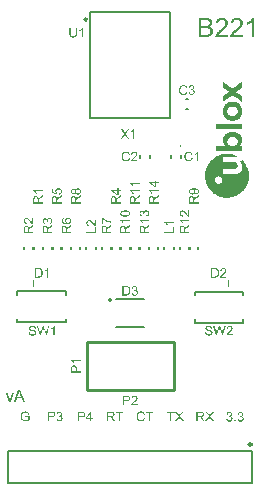
<source format=gto>
G04*
G04 #@! TF.GenerationSoftware,Altium Limited,Altium Designer,21.6.4 (81)*
G04*
G04 Layer_Color=65535*
%FSLAX44Y44*%
%MOMM*%
G71*
G04*
G04 #@! TF.SameCoordinates,7B4930C9-1E03-45B5-BB94-95F13246AEDE*
G04*
G04*
G04 #@! TF.FilePolarity,Positive*
G04*
G01*
G75*
%ADD10C,0.2540*%
%ADD11C,0.1270*%
%ADD12C,0.1016*%
%ADD13C,0.2000*%
G36*
X204277Y340580D02*
Y340492D01*
X204295Y340369D01*
Y340245D01*
X204312Y340104D01*
Y338447D01*
X204295Y338253D01*
Y338077D01*
X204260Y335592D01*
X201915Y333847D01*
X201563Y333600D01*
X201245Y333353D01*
X200963Y333141D01*
X200716Y332965D01*
X200523Y332824D01*
X200382Y332701D01*
X200293Y332630D01*
X200258Y332612D01*
X200029Y332436D01*
X199870Y332313D01*
X199747Y332207D01*
X199676Y332154D01*
X199624Y332101D01*
X199606Y332084D01*
Y332066D01*
X199641Y332031D01*
X199712Y331960D01*
X199835Y331855D01*
X199958Y331749D01*
X200082Y331661D01*
X200205Y331572D01*
X200276Y331502D01*
X200311Y331484D01*
X200576Y331291D01*
X200858Y331079D01*
X201140Y330867D01*
X201386Y330691D01*
X201616Y330515D01*
X201792Y330392D01*
X201862Y330339D01*
X201915Y330303D01*
X201933Y330268D01*
X201950D01*
X204260Y328593D01*
X204295Y326214D01*
X204330Y323834D01*
X200540Y326707D01*
X199958Y327130D01*
X199430Y327500D01*
X198971Y327836D01*
X198760Y327994D01*
X198566Y328117D01*
X198390Y328241D01*
X198231Y328364D01*
X198108Y328452D01*
X198002Y328541D01*
X197914Y328593D01*
X197843Y328646D01*
X197808Y328664D01*
X197790Y328682D01*
X197596Y328840D01*
X197402Y328964D01*
X197262Y329069D01*
X197120Y329175D01*
X197015Y329263D01*
X196909Y329334D01*
X196768Y329440D01*
X196680Y329510D01*
X196627Y329545D01*
X196609Y329563D01*
X196592D01*
X196539Y329528D01*
X196486Y329492D01*
X196398Y329440D01*
X196204Y329316D01*
X195992Y329175D01*
X195781Y329034D01*
X195604Y328911D01*
X195534Y328858D01*
X195481Y328823D01*
X195446Y328805D01*
X195428Y328787D01*
X194988Y328488D01*
X194529Y328153D01*
X194071Y327836D01*
X193648Y327536D01*
X193472Y327395D01*
X193295Y327254D01*
X193137Y327148D01*
X192996Y327042D01*
X192890Y326954D01*
X192802Y326901D01*
X192749Y326866D01*
X192731Y326848D01*
X192167Y326443D01*
X191656Y326073D01*
X191215Y325755D01*
X191004Y325614D01*
X190810Y325473D01*
X190651Y325350D01*
X190510Y325244D01*
X190369Y325156D01*
X190263Y325068D01*
X190175Y325015D01*
X190122Y324962D01*
X190087Y324944D01*
X190069Y324927D01*
X189876Y324786D01*
X189699Y324663D01*
X189541Y324557D01*
X189417Y324469D01*
X189294Y324398D01*
X189206Y324328D01*
X189065Y324239D01*
X188976Y324169D01*
X188924Y324151D01*
X188906Y324134D01*
X188888Y324169D01*
Y324239D01*
X188871Y324363D01*
Y324504D01*
X188853Y324627D01*
Y325138D01*
X188836Y325438D01*
Y329052D01*
X191180Y330726D01*
X191532Y330973D01*
X191832Y331202D01*
X192114Y331396D01*
X192361Y331572D01*
X192555Y331713D01*
X192714Y331819D01*
X192802Y331890D01*
X192837Y331907D01*
X193066Y332084D01*
X193225Y332225D01*
X193330Y332313D01*
X193419Y332383D01*
X193454Y332436D01*
X193472Y332454D01*
Y332472D01*
X193436Y332507D01*
X193366Y332577D01*
X193260Y332665D01*
X193137Y332754D01*
X193013Y332859D01*
X192908Y332930D01*
X192837Y333000D01*
X192802Y333018D01*
X192537Y333229D01*
X192273Y333423D01*
X191991Y333635D01*
X191744Y333811D01*
X191515Y333970D01*
X191339Y334111D01*
X191268Y334146D01*
X191215Y334181D01*
X191198Y334217D01*
X191180D01*
X188906Y335856D01*
X188871Y338148D01*
X188853Y338500D01*
Y340016D01*
X188871Y340175D01*
Y340298D01*
X188888Y340369D01*
Y340422D01*
X188906Y340439D01*
Y340457D01*
X188941Y340439D01*
X188994Y340404D01*
X189082Y340351D01*
X189170Y340298D01*
X189258Y340228D01*
X189347Y340175D01*
X189400Y340140D01*
X189417Y340122D01*
X189787Y339857D01*
X189964Y339716D01*
X190140Y339593D01*
X190281Y339487D01*
X190404Y339399D01*
X190475Y339329D01*
X190510Y339311D01*
X190774Y339117D01*
X191057Y338906D01*
X191356Y338694D01*
X191621Y338500D01*
X191867Y338306D01*
X192061Y338165D01*
X192132Y338112D01*
X192185Y338077D01*
X192220Y338060D01*
X192238Y338042D01*
X192625Y337760D01*
X192978Y337495D01*
X193313Y337266D01*
X193577Y337072D01*
X193824Y336896D01*
X194000Y336773D01*
X194053Y336720D01*
X194106Y336702D01*
X194124Y336667D01*
X194141D01*
X194459Y336438D01*
X194741Y336226D01*
X195005Y336050D01*
X195234Y335891D01*
X195411Y335750D01*
X195552Y335662D01*
X195640Y335592D01*
X195675Y335574D01*
X195904Y335415D01*
X196063Y335292D01*
X196186Y335204D01*
X196274Y335133D01*
X196327Y335080D01*
X196362Y335045D01*
X196380Y335028D01*
X196398D01*
X196451Y335045D01*
X196521Y335080D01*
X196592Y335116D01*
X196786Y335239D01*
X196997Y335362D01*
X197209Y335504D01*
X197385Y335627D01*
X197455Y335662D01*
X197508Y335697D01*
X197544Y335733D01*
X197561D01*
X198002Y336032D01*
X198460Y336367D01*
X198936Y336702D01*
X199377Y337019D01*
X199571Y337178D01*
X199765Y337301D01*
X199941Y337425D01*
X200082Y337531D01*
X200205Y337619D01*
X200293Y337689D01*
X200346Y337724D01*
X200364Y337742D01*
X200946Y338165D01*
X201457Y338571D01*
X201933Y338906D01*
X202144Y339064D01*
X202338Y339205D01*
X202514Y339329D01*
X202656Y339452D01*
X202796Y339540D01*
X202902Y339628D01*
X202990Y339681D01*
X203061Y339734D01*
X203096Y339752D01*
X203114Y339769D01*
X203308Y339910D01*
X203484Y340051D01*
X203643Y340157D01*
X203784Y340263D01*
X203890Y340333D01*
X203978Y340404D01*
X204119Y340510D01*
X204207Y340580D01*
X204242Y340598D01*
X204260Y340616D01*
X204277Y340580D01*
D02*
G37*
G36*
X197861Y323746D02*
X198143D01*
X198337D01*
X198495Y323728D01*
X198566D01*
X198601D01*
X198813Y323711D01*
X198989Y323675D01*
X199165Y323640D01*
X199306Y323605D01*
X199430Y323570D01*
X199535Y323534D01*
X199588Y323517D01*
X199606Y323499D01*
X199958Y323376D01*
X200293Y323217D01*
X200611Y323076D01*
X200910Y322917D01*
X201192Y322759D01*
X201457Y322600D01*
X201686Y322441D01*
X201898Y322283D01*
X202091Y322124D01*
X202268Y322001D01*
X202409Y321877D01*
X202532Y321772D01*
X202620Y321683D01*
X202691Y321613D01*
X202726Y321578D01*
X202744Y321560D01*
X202955Y321313D01*
X203149Y321067D01*
X203502Y320520D01*
X203784Y319974D01*
X204030Y319462D01*
X204119Y319216D01*
X204207Y319004D01*
X204260Y318810D01*
X204330Y318634D01*
X204365Y318493D01*
X204401Y318387D01*
X204418Y318317D01*
Y318299D01*
X204506Y317929D01*
X204559Y317523D01*
X204612Y317118D01*
X204630Y316712D01*
X204647Y316360D01*
X204665Y316201D01*
Y315813D01*
X204647Y315249D01*
X204630Y314756D01*
X204595Y314333D01*
X204559Y314139D01*
X204542Y313980D01*
X204524Y313822D01*
X204489Y313680D01*
X204471Y313575D01*
X204454Y313487D01*
X204436Y313416D01*
Y313346D01*
X204418Y313328D01*
Y313310D01*
X204312Y312922D01*
X204189Y312552D01*
X204048Y312200D01*
X203907Y311865D01*
X203748Y311565D01*
X203590Y311283D01*
X203431Y311019D01*
X203272Y310772D01*
X203132Y310560D01*
X202990Y310366D01*
X202867Y310208D01*
X202744Y310067D01*
X202656Y309961D01*
X202585Y309891D01*
X202550Y309838D01*
X202532Y309820D01*
X202268Y309573D01*
X202003Y309344D01*
X201721Y309133D01*
X201422Y308956D01*
X201140Y308780D01*
X200858Y308639D01*
X200329Y308375D01*
X200082Y308286D01*
X199853Y308198D01*
X199641Y308128D01*
X199465Y308057D01*
X199324Y308022D01*
X199218Y307987D01*
X199148Y307969D01*
X199130D01*
X198760Y307899D01*
X198337Y307863D01*
X197914Y307828D01*
X197508Y307793D01*
X197156D01*
X196997Y307775D01*
X196856D01*
X196750D01*
X196662D01*
X196609D01*
X196592D01*
X196010Y307793D01*
X195499Y307810D01*
X195287Y307828D01*
X195076Y307846D01*
X194882Y307863D01*
X194706Y307881D01*
X194547Y307899D01*
X194423Y307916D01*
X194300D01*
X194212Y307934D01*
X194124Y307952D01*
X194071Y307969D01*
X194053D01*
X194036D01*
X193665Y308075D01*
X193313Y308181D01*
X192978Y308322D01*
X192661Y308463D01*
X192361Y308621D01*
X192079Y308780D01*
X191815Y308939D01*
X191585Y309097D01*
X191374Y309256D01*
X191180Y309397D01*
X191021Y309520D01*
X190880Y309644D01*
X190774Y309732D01*
X190704Y309802D01*
X190651Y309855D01*
X190634Y309873D01*
X190387Y310155D01*
X190158Y310437D01*
X189946Y310737D01*
X189752Y311036D01*
X189576Y311318D01*
X189435Y311618D01*
X189170Y312164D01*
X189082Y312411D01*
X188994Y312640D01*
X188924Y312852D01*
X188853Y313028D01*
X188818Y313169D01*
X188783Y313275D01*
X188765Y313346D01*
Y313363D01*
X188730Y313540D01*
X188694Y313733D01*
X188659Y314156D01*
X188624Y314597D01*
X188606Y315056D01*
Y316466D01*
X188624Y316783D01*
X188642Y317065D01*
X188659Y317329D01*
X188677Y317559D01*
X188712Y317770D01*
X188730Y317964D01*
X188747Y318123D01*
X188783Y318264D01*
X188800Y318387D01*
X188818Y318493D01*
X188836Y318563D01*
X188853Y318634D01*
Y318669D01*
X188871Y318704D01*
X189118Y319374D01*
X189258Y319674D01*
X189400Y319974D01*
X189541Y320238D01*
X189682Y320485D01*
X189823Y320714D01*
X189964Y320925D01*
X190105Y321119D01*
X190228Y321278D01*
X190334Y321419D01*
X190422Y321542D01*
X190510Y321631D01*
X190563Y321701D01*
X190598Y321736D01*
X190616Y321754D01*
X191074Y322177D01*
X191532Y322530D01*
X192008Y322829D01*
X192449Y323058D01*
X192661Y323164D01*
X192837Y323235D01*
X193013Y323305D01*
X193154Y323358D01*
X193278Y323411D01*
X193366Y323446D01*
X193419Y323464D01*
X193436D01*
X193895Y323587D01*
X194106Y323623D01*
X194282Y323658D01*
X194441Y323693D01*
X194547D01*
X194617Y323711D01*
X194653D01*
X194776Y323728D01*
X194899D01*
X195217Y323746D01*
X195534D01*
X195869Y323764D01*
X196169D01*
X196292D01*
X196415D01*
X196504D01*
X196574D01*
X196627D01*
X196644D01*
X196891D01*
X197120D01*
X197332D01*
X197526D01*
X197861Y323746D01*
D02*
G37*
G36*
X204330Y301006D02*
X193472D01*
X182578D01*
Y305166D01*
X204330D01*
Y301006D01*
D02*
G37*
G36*
X197544Y298186D02*
X197967Y298168D01*
X198319Y298133D01*
X198478Y298115D01*
X198619Y298098D01*
X198742Y298080D01*
X198830Y298062D01*
X198918Y298045D01*
X198971D01*
X199007Y298027D01*
X199024D01*
X199412Y297957D01*
X199765Y297851D01*
X200100Y297763D01*
X200399Y297657D01*
X200646Y297551D01*
X200840Y297481D01*
X200910Y297446D01*
X200963Y297428D01*
X200981Y297410D01*
X200998D01*
X201298Y297252D01*
X201563Y297093D01*
X201827Y296934D01*
X202074Y296758D01*
X202303Y296582D01*
X202497Y296423D01*
X202691Y296264D01*
X202849Y296106D01*
X203008Y295947D01*
X203132Y295824D01*
X203255Y295700D01*
X203343Y295595D01*
X203414Y295506D01*
X203466Y295436D01*
X203484Y295401D01*
X203502Y295383D01*
X203801Y294907D01*
X204030Y294396D01*
X204224Y293885D01*
X204365Y293391D01*
X204436Y293180D01*
X204471Y292968D01*
X204506Y292774D01*
X204542Y292633D01*
X204559Y292492D01*
X204577Y292404D01*
X204595Y292334D01*
Y292316D01*
X204647Y291734D01*
X204665Y291205D01*
X204647Y290712D01*
X204630Y290483D01*
X204595Y290289D01*
X204577Y290095D01*
X204542Y289918D01*
X204524Y289778D01*
X204489Y289654D01*
X204471Y289566D01*
X204454Y289478D01*
X204436Y289443D01*
Y289425D01*
X204260Y288949D01*
X204048Y288508D01*
X203819Y288120D01*
X203607Y287786D01*
X203396Y287504D01*
X203308Y287398D01*
X203237Y287310D01*
X203167Y287239D01*
X203114Y287186D01*
X203096Y287151D01*
X203079Y287133D01*
X202902Y286939D01*
X202744Y286781D01*
X202656Y286657D01*
X202620Y286640D01*
Y286622D01*
X202550Y286552D01*
X202497Y286499D01*
X202426Y286428D01*
X202409Y286393D01*
X202426Y286375D01*
X202444D01*
X202550Y286358D01*
X202638Y286340D01*
X202673D01*
X202691D01*
X202902Y286322D01*
X203132D01*
X203237D01*
X203308D01*
X203361D01*
X203378D01*
X204330D01*
Y282303D01*
X193560D01*
X192749D01*
X191973D01*
X191621D01*
X191268D01*
X190951D01*
X190651D01*
X190369D01*
X190122D01*
X189911D01*
X189717D01*
X189576D01*
X189470D01*
X189400D01*
X189382D01*
X188677Y282321D01*
X188025D01*
X187725D01*
X187425Y282339D01*
X187178D01*
X186932D01*
X186702D01*
X186509D01*
X186350D01*
X186209D01*
X186086D01*
X186015D01*
X185962D01*
X185945D01*
X185416D01*
X184940D01*
X184534Y282356D01*
X184199D01*
X184058D01*
X183935D01*
X183829Y282374D01*
X183741D01*
X183671D01*
X183618D01*
X183600D01*
X183582D01*
X183424D01*
X183283D01*
X183177D01*
X183071Y282391D01*
X182913D01*
X182807Y282409D01*
X182754D01*
X182719Y282427D01*
X182701D01*
X182684Y282462D01*
X182666Y282550D01*
Y282656D01*
X182648Y282762D01*
Y282885D01*
X182631Y282991D01*
Y283079D01*
X182613Y283326D01*
X182595Y283573D01*
Y283819D01*
X182578Y284049D01*
Y286622D01*
X190651D01*
X190016Y287292D01*
X189752Y287592D01*
X189541Y287891D01*
X189364Y288156D01*
X189206Y288403D01*
X189100Y288596D01*
X189012Y288755D01*
X188976Y288861D01*
X188959Y288896D01*
X188853Y289213D01*
X188765Y289566D01*
X188694Y289901D01*
X188642Y290218D01*
X188606Y290500D01*
X188589Y290624D01*
Y290729D01*
X188571Y290818D01*
Y291576D01*
X188606Y292140D01*
X188624Y292404D01*
X188659Y292651D01*
X188694Y292880D01*
X188730Y293092D01*
X188765Y293285D01*
X188800Y293444D01*
X188836Y293603D01*
X188871Y293708D01*
X188906Y293814D01*
X188924Y293885D01*
X188941Y293920D01*
Y293938D01*
X189135Y294396D01*
X189347Y294837D01*
X189594Y295207D01*
X189823Y295559D01*
X190052Y295824D01*
X190140Y295947D01*
X190228Y296035D01*
X190299Y296106D01*
X190334Y296159D01*
X190369Y296194D01*
X190387Y296211D01*
X190792Y296564D01*
X191233Y296864D01*
X191656Y297128D01*
X192079Y297340D01*
X192255Y297428D01*
X192432Y297498D01*
X192590Y297569D01*
X192714Y297622D01*
X192819Y297657D01*
X192908Y297692D01*
X192960Y297710D01*
X192978D01*
X193577Y297886D01*
X194177Y298010D01*
X194776Y298098D01*
X195076Y298133D01*
X195340Y298151D01*
X195604Y298186D01*
X195834Y298204D01*
X196028D01*
X196204Y298221D01*
X196362D01*
X196468D01*
X196539D01*
X196556D01*
X197068D01*
X197544Y298186D01*
D02*
G37*
G36*
X192625Y279800D02*
X192925D01*
X193225Y279783D01*
X193507Y279765D01*
X193754Y279747D01*
X194000Y279730D01*
X194212Y279712D01*
X194406Y279677D01*
X194582Y279659D01*
X194723Y279642D01*
X194846Y279624D01*
X194952Y279606D01*
X195023D01*
X195058Y279589D01*
X195076D01*
X195534Y279518D01*
X195992Y279412D01*
X196433Y279307D01*
X196838Y279201D01*
X197032Y279148D01*
X197191Y279095D01*
X197350Y279060D01*
X197473Y279007D01*
X197579Y278989D01*
X197649Y278954D01*
X197702Y278937D01*
X197720D01*
X198231Y278760D01*
X198707Y278584D01*
X199112Y278425D01*
X199465Y278267D01*
X199624Y278196D01*
X199747Y278143D01*
X199870Y278090D01*
X199958Y278037D01*
X200029Y278002D01*
X200082Y277967D01*
X200117Y277949D01*
X200135D01*
X201069Y277473D01*
X194970D01*
X188836D01*
Y273190D01*
X193701Y273155D01*
X194282D01*
X194829Y273137D01*
X195305D01*
X195728Y273119D01*
X196116D01*
X196468D01*
X196768Y273102D01*
X197015D01*
X197244Y273084D01*
X197420D01*
X197561D01*
X197684D01*
X197773Y273067D01*
X197826D01*
X197861D01*
X197878D01*
X198178Y273049D01*
X198442Y273014D01*
X198654Y272978D01*
X198830Y272943D01*
X198971Y272908D01*
X199060Y272873D01*
X199112Y272855D01*
X199130D01*
X199483Y272679D01*
X199765Y272485D01*
X200011Y272291D01*
X200205Y272097D01*
X200346Y271921D01*
X200452Y271780D01*
X200505Y271692D01*
X200523Y271674D01*
Y271656D01*
X200646Y271357D01*
X200734Y271022D01*
X200805Y270669D01*
X200840Y270334D01*
X200858Y270052D01*
X200875Y269929D01*
Y269594D01*
X200840Y269277D01*
X200805Y269012D01*
X200769Y268783D01*
X200716Y268607D01*
X200681Y268466D01*
X200664Y268360D01*
X200628Y268307D01*
Y268289D01*
X200540Y268131D01*
X200434Y267990D01*
X200311Y267849D01*
X200170Y267725D01*
X200064Y267637D01*
X199958Y267549D01*
X199888Y267496D01*
X199870Y267479D01*
X199782Y267426D01*
X199676Y267373D01*
X199430Y267267D01*
X199148Y267197D01*
X198883Y267126D01*
X198619Y267091D01*
X198407Y267055D01*
X198337D01*
X198266Y267038D01*
X198231D01*
X198213D01*
X197949Y267020D01*
X197649Y267003D01*
X197314D01*
X196944Y266985D01*
X196574D01*
X196169Y266967D01*
X195375D01*
X195005Y266950D01*
X194653D01*
X194318D01*
X194036D01*
X193806D01*
X193630D01*
X193560D01*
X193507D01*
X193489D01*
X193472D01*
X188906D01*
X188836Y262631D01*
X194600Y262666D01*
X195270Y262684D01*
X195886D01*
X196451Y262701D01*
X196944D01*
X197402Y262719D01*
X197808D01*
X198160Y262737D01*
X198460D01*
X198725Y262754D01*
X198954D01*
X199130D01*
X199271Y262772D01*
X199377D01*
X199465D01*
X199500D01*
X199518D01*
X199906Y262790D01*
X200240Y262825D01*
X200523Y262860D01*
X200734Y262895D01*
X200910Y262913D01*
X201016Y262948D01*
X201087Y262966D01*
X201104D01*
X201404Y263072D01*
X201668Y263195D01*
X202180Y263477D01*
X202409Y263636D01*
X202620Y263777D01*
X202814Y263935D01*
X202990Y264094D01*
X203132Y264235D01*
X203272Y264376D01*
X203396Y264499D01*
X203484Y264605D01*
X203554Y264693D01*
X203607Y264764D01*
X203643Y264799D01*
X203660Y264817D01*
X203819Y265064D01*
X203978Y265328D01*
X204224Y265874D01*
X204401Y266421D01*
X204524Y266932D01*
X204577Y267161D01*
X204612Y267390D01*
X204647Y267567D01*
X204665Y267743D01*
X204683Y267866D01*
X204700Y267972D01*
Y268060D01*
X204718Y268589D01*
Y269083D01*
X204683Y269506D01*
X204647Y269876D01*
X204612Y270035D01*
X204595Y270176D01*
X204559Y270299D01*
X204542Y270405D01*
X204524Y270493D01*
X204506Y270546D01*
X204489Y270581D01*
Y270599D01*
X204348Y270986D01*
X204172Y271357D01*
X203995Y271692D01*
X203801Y271991D01*
X203643Y272238D01*
X203502Y272414D01*
X203449Y272485D01*
X203414Y272538D01*
X203378Y272555D01*
Y272573D01*
X203220Y272732D01*
X203096Y272855D01*
X203026Y272943D01*
X202990Y272978D01*
X202885Y273102D01*
X202832Y273190D01*
X202814Y273225D01*
Y273243D01*
X202832Y273260D01*
X202849D01*
X202920Y273278D01*
X203008Y273296D01*
X203026D01*
X203043D01*
X203220Y273313D01*
X203396D01*
X203466D01*
X203537D01*
X203572D01*
X203590D01*
X204330D01*
Y275164D01*
X205458Y274054D01*
X206093Y273331D01*
X206675Y272591D01*
X206939Y272220D01*
X207186Y271868D01*
X207415Y271533D01*
X207609Y271216D01*
X207803Y270916D01*
X207961Y270634D01*
X208102Y270387D01*
X208226Y270193D01*
X208314Y270017D01*
X208384Y269893D01*
X208420Y269823D01*
X208437Y269788D01*
X208860Y268889D01*
X209231Y268007D01*
X209389Y267567D01*
X209530Y267144D01*
X209671Y266738D01*
X209777Y266368D01*
X209883Y266015D01*
X209989Y265698D01*
X210059Y265416D01*
X210130Y265169D01*
X210165Y264975D01*
X210200Y264834D01*
X210235Y264746D01*
Y264711D01*
X210288Y264482D01*
X210324Y264217D01*
X210394Y263671D01*
X210429Y263107D01*
X210465Y262543D01*
X210482Y262296D01*
Y262049D01*
X210500Y261838D01*
Y260868D01*
X210482Y260480D01*
Y260128D01*
X210465Y259775D01*
X210429Y259476D01*
X210412Y259176D01*
X210394Y258911D01*
X210359Y258682D01*
X210341Y258471D01*
X210324Y258295D01*
X210288Y258136D01*
X210271Y257995D01*
X210253Y257907D01*
Y257819D01*
X210235Y257783D01*
Y257766D01*
X210042Y256937D01*
X209830Y256162D01*
X209707Y255791D01*
X209601Y255439D01*
X209477Y255122D01*
X209372Y254804D01*
X209266Y254540D01*
X209178Y254275D01*
X209090Y254064D01*
X209002Y253888D01*
X208949Y253729D01*
X208896Y253623D01*
X208878Y253553D01*
X208860Y253535D01*
X208508Y252795D01*
X208138Y252107D01*
X207961Y251790D01*
X207768Y251473D01*
X207591Y251191D01*
X207415Y250926D01*
X207256Y250679D01*
X207115Y250468D01*
X206974Y250274D01*
X206868Y250115D01*
X206763Y249992D01*
X206692Y249886D01*
X206657Y249833D01*
X206639Y249816D01*
X206128Y249199D01*
X205599Y248617D01*
X205088Y248088D01*
X204841Y247859D01*
X204612Y247630D01*
X204401Y247436D01*
X204207Y247260D01*
X204030Y247101D01*
X203872Y246978D01*
X203748Y246872D01*
X203660Y246801D01*
X203607Y246749D01*
X203590Y246731D01*
X202938Y246237D01*
X202285Y245779D01*
X201651Y245374D01*
X201351Y245197D01*
X201069Y245039D01*
X200805Y244898D01*
X200576Y244757D01*
X200364Y244651D01*
X200188Y244563D01*
X200029Y244492D01*
X199923Y244439D01*
X199853Y244404D01*
X199835Y244386D01*
X199024Y244034D01*
X198213Y243717D01*
X197455Y243470D01*
X197103Y243364D01*
X196768Y243258D01*
X196451Y243188D01*
X196169Y243117D01*
X195922Y243047D01*
X195710Y243011D01*
X195534Y242976D01*
X195411Y242941D01*
X195340Y242923D01*
X195305D01*
X194423Y242782D01*
X193577Y242694D01*
X193172Y242659D01*
X192784Y242641D01*
X192414Y242624D01*
X192061D01*
X191744Y242606D01*
X191462Y242624D01*
X191198D01*
X190986D01*
X190810D01*
X190686Y242641D01*
X190616D01*
X190581D01*
X189699Y242729D01*
X188853Y242853D01*
X188448Y242941D01*
X188060Y243011D01*
X187707Y243082D01*
X187355Y243170D01*
X187055Y243241D01*
X186773Y243311D01*
X186526Y243382D01*
X186315Y243435D01*
X186156Y243487D01*
X186033Y243523D01*
X185945Y243558D01*
X185927D01*
X185098Y243875D01*
X184305Y244210D01*
X183953Y244386D01*
X183600Y244563D01*
X183265Y244739D01*
X182966Y244898D01*
X182684Y245056D01*
X182437Y245197D01*
X182225Y245321D01*
X182031Y245426D01*
X181890Y245515D01*
X181784Y245585D01*
X181714Y245620D01*
X181696Y245638D01*
X181062Y246096D01*
X180462Y246555D01*
X179933Y247013D01*
X179687Y247224D01*
X179458Y247436D01*
X179246Y247612D01*
X179070Y247789D01*
X178911Y247930D01*
X178770Y248071D01*
X178664Y248176D01*
X178594Y248247D01*
X178541Y248300D01*
X178523Y248317D01*
X178012Y248864D01*
X177536Y249428D01*
X177131Y249957D01*
X176761Y250450D01*
X176620Y250662D01*
X176479Y250873D01*
X176355Y251050D01*
X176249Y251191D01*
X176179Y251314D01*
X176126Y251420D01*
X176091Y251473D01*
X176073Y251490D01*
X175703Y252143D01*
X175368Y252812D01*
X175068Y253429D01*
X174945Y253729D01*
X174821Y253993D01*
X174716Y254258D01*
X174628Y254487D01*
X174557Y254681D01*
X174487Y254857D01*
X174434Y254998D01*
X174398Y255104D01*
X174363Y255175D01*
Y255192D01*
X174134Y255933D01*
X173923Y256655D01*
X173764Y257360D01*
X173693Y257678D01*
X173623Y257995D01*
X173570Y258277D01*
X173517Y258541D01*
X173482Y258771D01*
X173447Y258964D01*
X173429Y259123D01*
X173411Y259229D01*
X173394Y259317D01*
Y259335D01*
X173376Y259493D01*
Y260956D01*
X173394Y261168D01*
Y261362D01*
X173411Y261538D01*
Y261838D01*
X173429Y261926D01*
Y262014D01*
X173447Y262367D01*
X173464Y262701D01*
X173482Y263001D01*
X173500Y263283D01*
X173517Y263530D01*
X173535Y263759D01*
X173552Y263953D01*
X173570Y264147D01*
X173588Y264306D01*
X173605Y264429D01*
X173623Y264552D01*
X173640Y264641D01*
Y264711D01*
X173658Y264764D01*
Y264799D01*
X173782Y265328D01*
X173923Y265857D01*
X174064Y266350D01*
X174222Y266844D01*
X174381Y267320D01*
X174540Y267761D01*
X174716Y268184D01*
X174874Y268571D01*
X175015Y268924D01*
X175156Y269241D01*
X175298Y269523D01*
X175403Y269753D01*
X175509Y269946D01*
X175579Y270087D01*
X175615Y270158D01*
X175632Y270193D01*
X176179Y271092D01*
X176461Y271515D01*
X176743Y271938D01*
X177025Y272309D01*
X177307Y272679D01*
X177572Y273014D01*
X177836Y273331D01*
X178065Y273613D01*
X178294Y273860D01*
X178488Y274071D01*
X178664Y274265D01*
X178805Y274406D01*
X178911Y274512D01*
X178982Y274583D01*
X178999Y274600D01*
X179757Y275305D01*
X180145Y275623D01*
X180533Y275922D01*
X180921Y276204D01*
X181291Y276486D01*
X181643Y276733D01*
X181978Y276945D01*
X182296Y277156D01*
X182578Y277332D01*
X182842Y277491D01*
X183054Y277614D01*
X183230Y277703D01*
X183371Y277791D01*
X183441Y277826D01*
X183477Y277844D01*
X183953Y278073D01*
X184429Y278284D01*
X184887Y278478D01*
X185363Y278654D01*
X185821Y278813D01*
X186262Y278954D01*
X186685Y279077D01*
X187090Y279201D01*
X187460Y279289D01*
X187796Y279377D01*
X188095Y279448D01*
X188342Y279501D01*
X188553Y279536D01*
X188712Y279571D01*
X188800Y279589D01*
X188836D01*
X189329Y279659D01*
X189858Y279730D01*
X190369Y279765D01*
X190863Y279783D01*
X191092Y279800D01*
X191303D01*
X191480Y279818D01*
X191638D01*
X191779D01*
X191867D01*
X191938D01*
X191956D01*
X192625Y279800D01*
D02*
G37*
G36*
X215000Y378700D02*
X213005D01*
Y391397D01*
X212993Y391386D01*
X212970Y391362D01*
X212935Y391327D01*
X212876Y391280D01*
X212806Y391221D01*
X212712Y391139D01*
X212606Y391057D01*
X212500Y390963D01*
X212360Y390869D01*
X212219Y390752D01*
X212066Y390646D01*
X211902Y390517D01*
X211714Y390400D01*
X211527Y390271D01*
X211104Y390013D01*
X211092Y390001D01*
X211057Y389977D01*
X210987Y389942D01*
X210905Y389907D01*
X210811Y389848D01*
X210693Y389778D01*
X210553Y389708D01*
X210412Y389626D01*
X210083Y389461D01*
X209731Y389297D01*
X209367Y389133D01*
X209015Y388992D01*
Y390916D01*
X209039Y390928D01*
X209086Y390951D01*
X209179Y390998D01*
X209297Y391057D01*
X209438Y391128D01*
X209614Y391221D01*
X209802Y391327D01*
X210001Y391444D01*
X210224Y391585D01*
X210459Y391726D01*
X210951Y392055D01*
X211456Y392418D01*
X211937Y392817D01*
X211949Y392829D01*
X211996Y392864D01*
X212055Y392923D01*
X212137Y393005D01*
X212242Y393111D01*
X212360Y393228D01*
X212489Y393369D01*
X212630Y393510D01*
X212770Y393674D01*
X212923Y393850D01*
X213216Y394214D01*
X213486Y394601D01*
X213604Y394800D01*
X213709Y395000D01*
X215000D01*
Y378700D01*
D02*
G37*
G36*
X200484Y394988D02*
X200648Y394977D01*
X200848Y394965D01*
X201071Y394930D01*
X201329Y394894D01*
X201599Y394836D01*
X201892Y394765D01*
X202186Y394683D01*
X202502Y394577D01*
X202808Y394449D01*
X203113Y394296D01*
X203406Y394132D01*
X203688Y393932D01*
X203958Y393697D01*
X203969Y393686D01*
X204016Y393639D01*
X204087Y393568D01*
X204169Y393463D01*
X204274Y393345D01*
X204392Y393193D01*
X204521Y393017D01*
X204650Y392817D01*
X204767Y392594D01*
X204896Y392348D01*
X205014Y392078D01*
X205119Y391796D01*
X205201Y391491D01*
X205272Y391175D01*
X205319Y390834D01*
X205331Y390482D01*
Y390470D01*
Y390435D01*
Y390388D01*
Y390318D01*
X205319Y390224D01*
X205307Y390130D01*
X205295Y390013D01*
X205284Y389884D01*
X205237Y389590D01*
X205166Y389262D01*
X205061Y388921D01*
X204932Y388569D01*
Y388558D01*
X204908Y388522D01*
X204885Y388475D01*
X204849Y388405D01*
X204814Y388323D01*
X204755Y388217D01*
X204697Y388100D01*
X204615Y387971D01*
X204533Y387830D01*
X204439Y387677D01*
X204204Y387337D01*
X204075Y387161D01*
X203934Y386973D01*
X203770Y386786D01*
X203605Y386586D01*
X203594Y386574D01*
X203559Y386539D01*
X203512Y386480D01*
X203430Y386398D01*
X203324Y386293D01*
X203195Y386164D01*
X203054Y386011D01*
X202878Y385835D01*
X202679Y385647D01*
X202444Y385436D01*
X202197Y385201D01*
X201916Y384943D01*
X201611Y384673D01*
X201282Y384380D01*
X200918Y384063D01*
X200531Y383735D01*
X200508Y383723D01*
X200449Y383664D01*
X200367Y383594D01*
X200249Y383488D01*
X200097Y383371D01*
X199944Y383230D01*
X199768Y383077D01*
X199580Y382913D01*
X199181Y382573D01*
X198994Y382397D01*
X198806Y382233D01*
X198630Y382068D01*
X198477Y381927D01*
X198337Y381798D01*
X198231Y381681D01*
X198207Y381657D01*
X198149Y381587D01*
X198055Y381482D01*
X197938Y381352D01*
X197808Y381188D01*
X197668Y381012D01*
X197527Y380813D01*
X197398Y380613D01*
X205354D01*
Y378700D01*
X194628D01*
Y378712D01*
Y378736D01*
Y378771D01*
Y378818D01*
Y378888D01*
X194640Y378959D01*
X194652Y379146D01*
X194675Y379346D01*
X194711Y379580D01*
X194769Y379827D01*
X194851Y380073D01*
Y380085D01*
X194875Y380120D01*
X194898Y380179D01*
X194933Y380261D01*
X194969Y380367D01*
X195027Y380484D01*
X195098Y380613D01*
X195168Y380754D01*
X195250Y380918D01*
X195356Y381082D01*
X195579Y381446D01*
X195849Y381834D01*
X196166Y382233D01*
X196177Y382244D01*
X196213Y382280D01*
X196259Y382338D01*
X196330Y382420D01*
X196424Y382526D01*
X196541Y382643D01*
X196670Y382784D01*
X196835Y382937D01*
X197011Y383113D01*
X197198Y383300D01*
X197409Y383500D01*
X197644Y383723D01*
X197902Y383946D01*
X198172Y384180D01*
X198466Y384427D01*
X198771Y384685D01*
X198783Y384697D01*
X198806Y384709D01*
X198841Y384744D01*
X198888Y384779D01*
X198947Y384838D01*
X199017Y384896D01*
X199193Y385049D01*
X199416Y385225D01*
X199651Y385448D01*
X199921Y385683D01*
X200202Y385941D01*
X200508Y386211D01*
X200801Y386492D01*
X201106Y386774D01*
X201388Y387067D01*
X201669Y387349D01*
X201916Y387619D01*
X202150Y387889D01*
X202338Y388135D01*
X202350Y388147D01*
X202373Y388194D01*
X202420Y388264D01*
X202491Y388346D01*
X202561Y388464D01*
X202631Y388593D01*
X202725Y388745D01*
X202808Y388910D01*
X202890Y389086D01*
X202984Y389273D01*
X203136Y389684D01*
X203195Y389895D01*
X203242Y390107D01*
X203265Y390318D01*
X203277Y390529D01*
Y390541D01*
Y390588D01*
Y390646D01*
X203265Y390728D01*
X203253Y390834D01*
X203230Y390951D01*
X203207Y391081D01*
X203171Y391221D01*
X203124Y391374D01*
X203066Y391538D01*
X202995Y391702D01*
X202913Y391867D01*
X202819Y392043D01*
X202702Y392207D01*
X202573Y392371D01*
X202420Y392524D01*
X202409Y392536D01*
X202385Y392559D01*
X202338Y392594D01*
X202268Y392653D01*
X202186Y392712D01*
X202080Y392782D01*
X201963Y392864D01*
X201834Y392935D01*
X201681Y393017D01*
X201517Y393087D01*
X201329Y393158D01*
X201141Y393216D01*
X200930Y393275D01*
X200707Y393310D01*
X200472Y393334D01*
X200226Y393345D01*
X200085D01*
X199991Y393334D01*
X199862Y393322D01*
X199721Y393298D01*
X199569Y393275D01*
X199393Y393240D01*
X199217Y393193D01*
X199029Y393134D01*
X198841Y393064D01*
X198642Y392982D01*
X198454Y392876D01*
X198266Y392759D01*
X198078Y392630D01*
X197914Y392477D01*
X197902Y392465D01*
X197879Y392442D01*
X197832Y392383D01*
X197785Y392324D01*
X197715Y392231D01*
X197644Y392125D01*
X197562Y391996D01*
X197492Y391855D01*
X197409Y391702D01*
X197327Y391515D01*
X197257Y391327D01*
X197187Y391116D01*
X197140Y390881D01*
X197093Y390635D01*
X197069Y390377D01*
X197057Y390095D01*
X195004Y390306D01*
Y390318D01*
Y390330D01*
X195016Y390365D01*
Y390412D01*
X195027Y390529D01*
X195063Y390682D01*
X195098Y390869D01*
X195145Y391092D01*
X195203Y391339D01*
X195274Y391597D01*
X195368Y391879D01*
X195473Y392160D01*
X195602Y392453D01*
X195755Y392747D01*
X195919Y393029D01*
X196119Y393298D01*
X196330Y393557D01*
X196576Y393791D01*
X196588Y393803D01*
X196635Y393838D01*
X196717Y393909D01*
X196823Y393979D01*
X196964Y394073D01*
X197128Y394179D01*
X197327Y394284D01*
X197550Y394402D01*
X197808Y394507D01*
X198078Y394613D01*
X198384Y394718D01*
X198712Y394812D01*
X199064Y394894D01*
X199440Y394953D01*
X199839Y394988D01*
X200261Y395000D01*
X200367D01*
X200484Y394988D01*
D02*
G37*
G36*
X187869D02*
X188033Y394977D01*
X188233Y394965D01*
X188456Y394930D01*
X188714Y394894D01*
X188984Y394836D01*
X189277Y394765D01*
X189571Y394683D01*
X189888Y394577D01*
X190193Y394449D01*
X190498Y394296D01*
X190791Y394132D01*
X191073Y393932D01*
X191343Y393697D01*
X191354Y393686D01*
X191401Y393639D01*
X191472Y393568D01*
X191554Y393463D01*
X191660Y393345D01*
X191777Y393193D01*
X191906Y393017D01*
X192035Y392817D01*
X192152Y392594D01*
X192281Y392348D01*
X192399Y392078D01*
X192504Y391796D01*
X192586Y391491D01*
X192657Y391175D01*
X192704Y390834D01*
X192716Y390482D01*
Y390470D01*
Y390435D01*
Y390388D01*
Y390318D01*
X192704Y390224D01*
X192692Y390130D01*
X192680Y390013D01*
X192669Y389884D01*
X192622Y389590D01*
X192551Y389262D01*
X192446Y388921D01*
X192317Y388569D01*
Y388558D01*
X192293Y388522D01*
X192270Y388475D01*
X192234Y388405D01*
X192199Y388323D01*
X192141Y388217D01*
X192082Y388100D01*
X192000Y387971D01*
X191918Y387830D01*
X191824Y387677D01*
X191589Y387337D01*
X191460Y387161D01*
X191319Y386973D01*
X191155Y386786D01*
X190991Y386586D01*
X190979Y386574D01*
X190944Y386539D01*
X190897Y386480D01*
X190815Y386398D01*
X190709Y386293D01*
X190580Y386164D01*
X190439Y386011D01*
X190263Y385835D01*
X190064Y385647D01*
X189829Y385436D01*
X189582Y385201D01*
X189301Y384943D01*
X188996Y384673D01*
X188667Y384380D01*
X188303Y384063D01*
X187916Y383735D01*
X187893Y383723D01*
X187834Y383664D01*
X187752Y383594D01*
X187634Y383488D01*
X187482Y383371D01*
X187329Y383230D01*
X187153Y383077D01*
X186966Y382913D01*
X186567Y382573D01*
X186379Y382397D01*
X186191Y382233D01*
X186015Y382068D01*
X185863Y381927D01*
X185722Y381798D01*
X185616Y381681D01*
X185593Y381657D01*
X185534Y381587D01*
X185440Y381482D01*
X185323Y381352D01*
X185194Y381188D01*
X185053Y381012D01*
X184912Y380813D01*
X184783Y380613D01*
X192739D01*
Y378700D01*
X182013D01*
Y378712D01*
Y378736D01*
Y378771D01*
Y378818D01*
Y378888D01*
X182025Y378959D01*
X182037Y379146D01*
X182060Y379346D01*
X182096Y379580D01*
X182154Y379827D01*
X182236Y380073D01*
Y380085D01*
X182260Y380120D01*
X182283Y380179D01*
X182319Y380261D01*
X182354Y380367D01*
X182412Y380484D01*
X182483Y380613D01*
X182553Y380754D01*
X182635Y380918D01*
X182741Y381082D01*
X182964Y381446D01*
X183234Y381834D01*
X183551Y382233D01*
X183563Y382244D01*
X183598Y382280D01*
X183645Y382338D01*
X183715Y382420D01*
X183809Y382526D01*
X183926Y382643D01*
X184055Y382784D01*
X184220Y382937D01*
X184396Y383113D01*
X184583Y383300D01*
X184795Y383500D01*
X185029Y383723D01*
X185287Y383946D01*
X185557Y384180D01*
X185851Y384427D01*
X186156Y384685D01*
X186168Y384697D01*
X186191Y384709D01*
X186226Y384744D01*
X186273Y384779D01*
X186332Y384838D01*
X186402Y384896D01*
X186578Y385049D01*
X186801Y385225D01*
X187036Y385448D01*
X187306Y385683D01*
X187588Y385941D01*
X187893Y386211D01*
X188186Y386492D01*
X188491Y386774D01*
X188773Y387067D01*
X189054Y387349D01*
X189301Y387619D01*
X189536Y387889D01*
X189723Y388135D01*
X189735Y388147D01*
X189758Y388194D01*
X189805Y388264D01*
X189876Y388346D01*
X189946Y388464D01*
X190017Y388593D01*
X190110Y388745D01*
X190193Y388910D01*
X190275Y389086D01*
X190369Y389273D01*
X190521Y389684D01*
X190580Y389895D01*
X190627Y390107D01*
X190650Y390318D01*
X190662Y390529D01*
Y390541D01*
Y390588D01*
Y390646D01*
X190650Y390728D01*
X190639Y390834D01*
X190615Y390951D01*
X190592Y391081D01*
X190556Y391221D01*
X190509Y391374D01*
X190451Y391538D01*
X190380Y391702D01*
X190298Y391867D01*
X190204Y392043D01*
X190087Y392207D01*
X189958Y392371D01*
X189805Y392524D01*
X189794Y392536D01*
X189770Y392559D01*
X189723Y392594D01*
X189653Y392653D01*
X189571Y392712D01*
X189465Y392782D01*
X189348Y392864D01*
X189219Y392935D01*
X189066Y393017D01*
X188902Y393087D01*
X188714Y393158D01*
X188526Y393216D01*
X188315Y393275D01*
X188092Y393310D01*
X187857Y393334D01*
X187611Y393345D01*
X187470D01*
X187376Y393334D01*
X187247Y393322D01*
X187106Y393298D01*
X186954Y393275D01*
X186778Y393240D01*
X186602Y393193D01*
X186414Y393134D01*
X186226Y393064D01*
X186027Y392982D01*
X185839Y392876D01*
X185651Y392759D01*
X185464Y392630D01*
X185299Y392477D01*
X185287Y392465D01*
X185264Y392442D01*
X185217Y392383D01*
X185170Y392324D01*
X185100Y392231D01*
X185029Y392125D01*
X184947Y391996D01*
X184877Y391855D01*
X184795Y391702D01*
X184713Y391515D01*
X184642Y391327D01*
X184572Y391116D01*
X184525Y390881D01*
X184478Y390635D01*
X184454Y390377D01*
X184443Y390095D01*
X182389Y390306D01*
Y390318D01*
Y390330D01*
X182401Y390365D01*
Y390412D01*
X182412Y390529D01*
X182448Y390682D01*
X182483Y390869D01*
X182530Y391092D01*
X182589Y391339D01*
X182659Y391597D01*
X182753Y391879D01*
X182858Y392160D01*
X182987Y392453D01*
X183140Y392747D01*
X183304Y393029D01*
X183504Y393298D01*
X183715Y393557D01*
X183962Y393791D01*
X183973Y393803D01*
X184020Y393838D01*
X184102Y393909D01*
X184208Y393979D01*
X184349Y394073D01*
X184513Y394179D01*
X184713Y394284D01*
X184935Y394402D01*
X185194Y394507D01*
X185464Y394613D01*
X185769Y394718D01*
X186097Y394812D01*
X186449Y394894D01*
X186825Y394953D01*
X187224Y394988D01*
X187646Y395000D01*
X187752D01*
X187869Y394988D01*
D02*
G37*
G36*
X174245Y394930D02*
X174409D01*
X174585Y394918D01*
X174797Y394894D01*
X175008Y394883D01*
X175243Y394847D01*
X175489Y394824D01*
X175982Y394730D01*
X176475Y394601D01*
X176709Y394531D01*
X176921Y394437D01*
X176932D01*
X176968Y394413D01*
X177026Y394390D01*
X177108Y394343D01*
X177202Y394296D01*
X177308Y394226D01*
X177437Y394155D01*
X177566Y394061D01*
X177707Y393967D01*
X177848Y393850D01*
X177988Y393733D01*
X178141Y393592D01*
X178282Y393439D01*
X178423Y393287D01*
X178552Y393111D01*
X178681Y392923D01*
X178692Y392911D01*
X178704Y392876D01*
X178739Y392817D01*
X178786Y392747D01*
X178833Y392653D01*
X178880Y392536D01*
X178939Y392418D01*
X179009Y392277D01*
X179068Y392113D01*
X179127Y391949D01*
X179221Y391585D01*
X179303Y391186D01*
X179314Y390987D01*
X179326Y390775D01*
Y390764D01*
Y390728D01*
Y390670D01*
X179314Y390599D01*
Y390506D01*
X179291Y390400D01*
X179279Y390271D01*
X179256Y390142D01*
X179185Y389837D01*
X179080Y389508D01*
X179021Y389332D01*
X178939Y389168D01*
X178857Y388992D01*
X178751Y388816D01*
X178739Y388804D01*
X178728Y388781D01*
X178692Y388734D01*
X178646Y388663D01*
X178587Y388581D01*
X178517Y388499D01*
X178423Y388393D01*
X178329Y388288D01*
X178211Y388170D01*
X178094Y388053D01*
X177953Y387936D01*
X177801Y387807D01*
X177625Y387677D01*
X177449Y387560D01*
X177261Y387443D01*
X177050Y387337D01*
X177061D01*
X177120Y387314D01*
X177190Y387290D01*
X177296Y387255D01*
X177413Y387208D01*
X177554Y387149D01*
X177719Y387079D01*
X177883Y386985D01*
X178071Y386891D01*
X178258Y386786D01*
X178446Y386668D01*
X178634Y386527D01*
X178810Y386387D01*
X178998Y386222D01*
X179162Y386046D01*
X179314Y385859D01*
X179326Y385847D01*
X179350Y385812D01*
X179385Y385753D01*
X179444Y385671D01*
X179502Y385577D01*
X179573Y385460D01*
X179643Y385319D01*
X179713Y385166D01*
X179784Y384990D01*
X179866Y384803D01*
X179925Y384603D01*
X179983Y384380D01*
X180042Y384157D01*
X180077Y383911D01*
X180101Y383664D01*
X180112Y383406D01*
Y383394D01*
Y383359D01*
Y383289D01*
X180101Y383206D01*
Y383113D01*
X180089Y382995D01*
X180077Y382854D01*
X180054Y382714D01*
X179995Y382385D01*
X179901Y382021D01*
X179784Y381646D01*
X179620Y381270D01*
Y381259D01*
X179596Y381223D01*
X179573Y381176D01*
X179537Y381106D01*
X179491Y381024D01*
X179432Y380930D01*
X179291Y380719D01*
X179115Y380472D01*
X178916Y380226D01*
X178692Y379980D01*
X178434Y379768D01*
X178423D01*
X178399Y379745D01*
X178364Y379721D01*
X178305Y379686D01*
X178235Y379639D01*
X178153Y379592D01*
X178059Y379534D01*
X177953Y379475D01*
X177824Y379404D01*
X177695Y379346D01*
X177390Y379205D01*
X177050Y379088D01*
X176662Y378970D01*
X176651D01*
X176616Y378959D01*
X176557Y378947D01*
X176475Y378923D01*
X176369Y378912D01*
X176240Y378888D01*
X176099Y378865D01*
X175935Y378841D01*
X175759Y378806D01*
X175559Y378783D01*
X175336Y378759D01*
X175113Y378747D01*
X174867Y378724D01*
X174609Y378712D01*
X174327Y378700D01*
X167861D01*
Y394941D01*
X174116D01*
X174245Y394930D01*
D02*
G37*
G36*
X50076Y61541D02*
X50135D01*
X50205Y61529D01*
X50282Y61523D01*
X50364Y61511D01*
X50458Y61494D01*
X50551Y61476D01*
X50757Y61423D01*
X50868Y61394D01*
X50974Y61353D01*
X51080Y61312D01*
X51185Y61259D01*
X51191Y61253D01*
X51209Y61247D01*
X51238Y61230D01*
X51279Y61206D01*
X51326Y61177D01*
X51379Y61142D01*
X51437Y61101D01*
X51502Y61054D01*
X51643Y60942D01*
X51784Y60807D01*
X51919Y60655D01*
X51983Y60567D01*
X52042Y60479D01*
X52048Y60473D01*
X52053Y60455D01*
X52071Y60432D01*
X52089Y60391D01*
X52112Y60350D01*
X52136Y60291D01*
X52165Y60232D01*
X52194Y60162D01*
X52218Y60086D01*
X52247Y60009D01*
X52294Y59833D01*
X52329Y59640D01*
X52335Y59540D01*
X52341Y59434D01*
Y59428D01*
Y59411D01*
Y59381D01*
X52335Y59346D01*
Y59299D01*
X52323Y59247D01*
X52318Y59182D01*
X52306Y59117D01*
X52271Y58965D01*
X52218Y58806D01*
X52188Y58724D01*
X52147Y58636D01*
X52106Y58554D01*
X52053Y58472D01*
X52048Y58466D01*
X52042Y58454D01*
X52024Y58431D01*
X52001Y58402D01*
X51971Y58366D01*
X51936Y58325D01*
X51895Y58278D01*
X51842Y58226D01*
X51789Y58173D01*
X51725Y58120D01*
X51660Y58061D01*
X51584Y58003D01*
X51502Y57950D01*
X51414Y57891D01*
X51320Y57838D01*
X51220Y57791D01*
X51226D01*
X51250Y57786D01*
X51291Y57774D01*
X51338Y57756D01*
X51402Y57739D01*
X51473Y57709D01*
X51549Y57680D01*
X51631Y57639D01*
X51719Y57598D01*
X51813Y57545D01*
X51907Y57492D01*
X52001Y57428D01*
X52089Y57357D01*
X52177Y57281D01*
X52265Y57193D01*
X52341Y57099D01*
X52347Y57093D01*
X52359Y57076D01*
X52376Y57046D01*
X52406Y57005D01*
X52435Y56952D01*
X52470Y56894D01*
X52505Y56823D01*
X52540Y56741D01*
X52576Y56647D01*
X52617Y56547D01*
X52646Y56442D01*
X52675Y56325D01*
X52705Y56201D01*
X52722Y56072D01*
X52734Y55937D01*
X52740Y55791D01*
Y55779D01*
Y55744D01*
X52734Y55685D01*
X52728Y55615D01*
X52716Y55521D01*
X52699Y55415D01*
X52675Y55298D01*
X52640Y55169D01*
X52599Y55028D01*
X52552Y54887D01*
X52488Y54735D01*
X52411Y54582D01*
X52323Y54429D01*
X52218Y54277D01*
X52095Y54130D01*
X51960Y53989D01*
X51948Y53983D01*
X51924Y53960D01*
X51883Y53919D01*
X51819Y53872D01*
X51743Y53819D01*
X51655Y53755D01*
X51543Y53690D01*
X51426Y53620D01*
X51291Y53549D01*
X51138Y53485D01*
X50980Y53420D01*
X50804Y53367D01*
X50622Y53320D01*
X50422Y53279D01*
X50217Y53256D01*
X50000Y53250D01*
X49953D01*
X49894Y53256D01*
X49824Y53262D01*
X49730Y53268D01*
X49624Y53285D01*
X49507Y53303D01*
X49378Y53332D01*
X49243Y53362D01*
X49096Y53403D01*
X48950Y53455D01*
X48797Y53520D01*
X48650Y53590D01*
X48504Y53672D01*
X48357Y53772D01*
X48222Y53884D01*
X48216Y53890D01*
X48193Y53913D01*
X48158Y53948D01*
X48111Y54001D01*
X48058Y54066D01*
X47993Y54142D01*
X47929Y54230D01*
X47858Y54330D01*
X47788Y54441D01*
X47717Y54570D01*
X47653Y54705D01*
X47588Y54852D01*
X47536Y55010D01*
X47483Y55174D01*
X47448Y55350D01*
X47424Y55538D01*
X48422Y55673D01*
Y55662D01*
X48427Y55638D01*
X48439Y55591D01*
X48457Y55532D01*
X48474Y55462D01*
X48498Y55386D01*
X48527Y55298D01*
X48556Y55204D01*
X48639Y54998D01*
X48738Y54799D01*
X48797Y54699D01*
X48862Y54605D01*
X48926Y54523D01*
X49002Y54447D01*
X49008Y54441D01*
X49020Y54429D01*
X49043Y54412D01*
X49079Y54388D01*
X49114Y54359D01*
X49167Y54330D01*
X49219Y54294D01*
X49284Y54265D01*
X49355Y54230D01*
X49431Y54195D01*
X49513Y54165D01*
X49601Y54136D01*
X49695Y54113D01*
X49795Y54095D01*
X49894Y54083D01*
X50006Y54077D01*
X50035D01*
X50076Y54083D01*
X50123D01*
X50188Y54095D01*
X50258Y54101D01*
X50334Y54118D01*
X50422Y54136D01*
X50510Y54165D01*
X50610Y54195D01*
X50710Y54236D01*
X50810Y54283D01*
X50909Y54341D01*
X51009Y54406D01*
X51103Y54476D01*
X51197Y54564D01*
X51203Y54570D01*
X51220Y54588D01*
X51244Y54611D01*
X51273Y54652D01*
X51308Y54699D01*
X51349Y54758D01*
X51396Y54823D01*
X51443Y54899D01*
X51484Y54981D01*
X51531Y55075D01*
X51572Y55169D01*
X51608Y55280D01*
X51637Y55392D01*
X51660Y55509D01*
X51678Y55638D01*
X51684Y55767D01*
Y55773D01*
Y55796D01*
Y55832D01*
X51678Y55884D01*
X51672Y55937D01*
X51660Y56008D01*
X51649Y56084D01*
X51625Y56166D01*
X51602Y56254D01*
X51572Y56348D01*
X51537Y56442D01*
X51496Y56536D01*
X51443Y56630D01*
X51379Y56723D01*
X51314Y56811D01*
X51232Y56899D01*
X51226Y56905D01*
X51214Y56917D01*
X51185Y56941D01*
X51150Y56970D01*
X51109Y57005D01*
X51056Y57040D01*
X50992Y57081D01*
X50921Y57123D01*
X50845Y57164D01*
X50757Y57205D01*
X50663Y57240D01*
X50563Y57275D01*
X50458Y57304D01*
X50340Y57328D01*
X50223Y57340D01*
X50094Y57345D01*
X50041D01*
X49982Y57340D01*
X49900Y57334D01*
X49795Y57322D01*
X49677Y57298D01*
X49542Y57275D01*
X49390Y57240D01*
X49501Y58114D01*
X49519D01*
X49536Y58108D01*
X49560D01*
X49613Y58102D01*
X49724D01*
X49765Y58108D01*
X49824Y58114D01*
X49888Y58120D01*
X49959Y58132D01*
X50041Y58143D01*
X50129Y58161D01*
X50217Y58184D01*
X50411Y58243D01*
X50510Y58278D01*
X50610Y58325D01*
X50710Y58372D01*
X50804Y58431D01*
X50810Y58437D01*
X50827Y58449D01*
X50851Y58466D01*
X50886Y58495D01*
X50921Y58531D01*
X50968Y58572D01*
X51009Y58625D01*
X51062Y58683D01*
X51109Y58754D01*
X51156Y58830D01*
X51197Y58912D01*
X51232Y59006D01*
X51267Y59106D01*
X51291Y59217D01*
X51308Y59335D01*
X51314Y59458D01*
Y59464D01*
Y59481D01*
Y59510D01*
X51308Y59552D01*
X51302Y59593D01*
X51297Y59651D01*
X51285Y59710D01*
X51267Y59775D01*
X51220Y59915D01*
X51191Y59992D01*
X51156Y60068D01*
X51115Y60144D01*
X51062Y60220D01*
X51003Y60291D01*
X50939Y60361D01*
X50933Y60367D01*
X50921Y60379D01*
X50904Y60396D01*
X50874Y60420D01*
X50833Y60443D01*
X50792Y60479D01*
X50739Y60508D01*
X50680Y60543D01*
X50616Y60578D01*
X50546Y60608D01*
X50463Y60643D01*
X50381Y60666D01*
X50287Y60690D01*
X50194Y60708D01*
X50088Y60719D01*
X49982Y60725D01*
X49924D01*
X49888Y60719D01*
X49836Y60713D01*
X49777Y60708D01*
X49712Y60696D01*
X49642Y60678D01*
X49489Y60637D01*
X49413Y60608D01*
X49331Y60567D01*
X49249Y60526D01*
X49167Y60479D01*
X49090Y60420D01*
X49014Y60355D01*
X49008Y60350D01*
X48997Y60338D01*
X48979Y60314D01*
X48950Y60285D01*
X48920Y60250D01*
X48885Y60203D01*
X48850Y60144D01*
X48809Y60086D01*
X48768Y60009D01*
X48727Y59927D01*
X48680Y59839D01*
X48644Y59739D01*
X48604Y59634D01*
X48574Y59522D01*
X48545Y59399D01*
X48521Y59264D01*
X47524Y59440D01*
Y59446D01*
Y59452D01*
X47536Y59487D01*
X47547Y59534D01*
X47565Y59604D01*
X47588Y59692D01*
X47618Y59786D01*
X47653Y59892D01*
X47694Y60009D01*
X47747Y60132D01*
X47806Y60262D01*
X47876Y60391D01*
X47952Y60520D01*
X48034Y60649D01*
X48128Y60772D01*
X48234Y60889D01*
X48351Y60995D01*
X48357Y61001D01*
X48380Y61018D01*
X48416Y61048D01*
X48468Y61083D01*
X48533Y61124D01*
X48609Y61171D01*
X48697Y61218D01*
X48797Y61271D01*
X48909Y61324D01*
X49032Y61371D01*
X49161Y61417D01*
X49302Y61459D01*
X49454Y61494D01*
X49619Y61523D01*
X49789Y61541D01*
X49965Y61547D01*
X50029D01*
X50076Y61541D01*
D02*
G37*
G36*
X43599Y61511D02*
X43681D01*
X43775Y61505D01*
X43974Y61500D01*
X44179Y61482D01*
X44379Y61464D01*
X44473Y61447D01*
X44555Y61435D01*
X44561D01*
X44584Y61429D01*
X44614Y61423D01*
X44655Y61417D01*
X44707Y61406D01*
X44766Y61388D01*
X44831Y61371D01*
X44907Y61353D01*
X45065Y61300D01*
X45230Y61230D01*
X45400Y61153D01*
X45558Y61054D01*
X45564Y61048D01*
X45576Y61042D01*
X45599Y61024D01*
X45623Y61001D01*
X45658Y60977D01*
X45699Y60942D01*
X45746Y60901D01*
X45793Y60854D01*
X45840Y60801D01*
X45893Y60743D01*
X46004Y60608D01*
X46110Y60449D01*
X46210Y60273D01*
X46215Y60267D01*
X46221Y60250D01*
X46233Y60220D01*
X46251Y60185D01*
X46268Y60138D01*
X46286Y60080D01*
X46309Y60015D01*
X46333Y59945D01*
X46356Y59868D01*
X46380Y59780D01*
X46397Y59692D01*
X46415Y59593D01*
X46444Y59387D01*
X46456Y59164D01*
Y59153D01*
Y59117D01*
X46450Y59065D01*
X46444Y58994D01*
X46438Y58900D01*
X46421Y58801D01*
X46403Y58683D01*
X46374Y58560D01*
X46339Y58425D01*
X46292Y58284D01*
X46239Y58138D01*
X46174Y57991D01*
X46098Y57844D01*
X46010Y57698D01*
X45910Y57551D01*
X45793Y57416D01*
X45787Y57410D01*
X45764Y57386D01*
X45723Y57351D01*
X45664Y57304D01*
X45588Y57252D01*
X45494Y57187D01*
X45382Y57123D01*
X45247Y57058D01*
X45095Y56993D01*
X44925Y56929D01*
X44725Y56864D01*
X44514Y56811D01*
X44273Y56765D01*
X44144Y56747D01*
X44009Y56729D01*
X43868Y56718D01*
X43722Y56706D01*
X43569Y56700D01*
X41334D01*
Y53397D01*
X40260D01*
Y61517D01*
X43516D01*
X43599Y61511D01*
D02*
G37*
G36*
X77128Y56107D02*
X78225D01*
Y55192D01*
X77128D01*
Y53250D01*
X76131D01*
Y55192D01*
X72610D01*
Y56107D01*
X76312Y61371D01*
X77128D01*
Y56107D01*
D02*
G37*
G36*
X69113Y61365D02*
X69195D01*
X69289Y61359D01*
X69489Y61353D01*
X69694Y61335D01*
X69894Y61318D01*
X69988Y61300D01*
X70070Y61288D01*
X70075D01*
X70099Y61283D01*
X70128Y61277D01*
X70169Y61271D01*
X70222Y61259D01*
X70281Y61241D01*
X70345Y61224D01*
X70422Y61206D01*
X70580Y61153D01*
X70744Y61083D01*
X70915Y61007D01*
X71073Y60907D01*
X71079Y60901D01*
X71090Y60895D01*
X71114Y60878D01*
X71137Y60854D01*
X71173Y60831D01*
X71214Y60795D01*
X71261Y60754D01*
X71308Y60708D01*
X71355Y60655D01*
X71407Y60596D01*
X71519Y60461D01*
X71624Y60303D01*
X71724Y60127D01*
X71730Y60121D01*
X71736Y60103D01*
X71748Y60074D01*
X71765Y60039D01*
X71783Y59992D01*
X71800Y59933D01*
X71824Y59868D01*
X71847Y59798D01*
X71871Y59722D01*
X71894Y59634D01*
X71912Y59546D01*
X71930Y59446D01*
X71959Y59241D01*
X71971Y59018D01*
Y59006D01*
Y58971D01*
X71965Y58918D01*
X71959Y58847D01*
X71953Y58754D01*
X71935Y58654D01*
X71918Y58537D01*
X71888Y58413D01*
X71853Y58278D01*
X71806Y58138D01*
X71754Y57991D01*
X71689Y57844D01*
X71613Y57698D01*
X71525Y57551D01*
X71425Y57404D01*
X71308Y57269D01*
X71302Y57263D01*
X71278Y57240D01*
X71237Y57205D01*
X71178Y57158D01*
X71102Y57105D01*
X71008Y57040D01*
X70897Y56976D01*
X70762Y56911D01*
X70609Y56847D01*
X70439Y56782D01*
X70240Y56718D01*
X70029Y56665D01*
X69788Y56618D01*
X69659Y56600D01*
X69524Y56583D01*
X69383Y56571D01*
X69236Y56559D01*
X69084Y56553D01*
X66848D01*
Y53250D01*
X65775D01*
Y61371D01*
X69031D01*
X69113Y61365D01*
D02*
G37*
G36*
X119285Y61640D02*
X119373Y61634D01*
X119478Y61629D01*
X119596Y61611D01*
X119731Y61593D01*
X119883Y61570D01*
X120042Y61535D01*
X120206Y61494D01*
X120376Y61447D01*
X120546Y61382D01*
X120716Y61312D01*
X120892Y61230D01*
X121057Y61136D01*
X121215Y61024D01*
X121227Y61018D01*
X121250Y60995D01*
X121297Y60960D01*
X121350Y60907D01*
X121420Y60848D01*
X121497Y60766D01*
X121579Y60678D01*
X121673Y60573D01*
X121767Y60455D01*
X121866Y60326D01*
X121960Y60179D01*
X122054Y60027D01*
X122148Y59857D01*
X122230Y59675D01*
X122312Y59481D01*
X122377Y59276D01*
X121321Y59029D01*
X121315Y59041D01*
X121309Y59071D01*
X121291Y59111D01*
X121268Y59176D01*
X121238Y59247D01*
X121203Y59329D01*
X121156Y59422D01*
X121109Y59522D01*
X121057Y59628D01*
X120992Y59734D01*
X120927Y59839D01*
X120851Y59951D01*
X120769Y60050D01*
X120687Y60150D01*
X120593Y60238D01*
X120493Y60320D01*
X120487Y60326D01*
X120470Y60338D01*
X120441Y60355D01*
X120400Y60385D01*
X120347Y60414D01*
X120282Y60449D01*
X120206Y60484D01*
X120124Y60526D01*
X120030Y60561D01*
X119930Y60596D01*
X119819Y60631D01*
X119701Y60661D01*
X119572Y60690D01*
X119437Y60708D01*
X119296Y60719D01*
X119144Y60725D01*
X119056D01*
X118991Y60719D01*
X118909Y60713D01*
X118815Y60702D01*
X118710Y60690D01*
X118598Y60666D01*
X118475Y60643D01*
X118352Y60614D01*
X118223Y60578D01*
X118088Y60537D01*
X117959Y60484D01*
X117830Y60420D01*
X117701Y60355D01*
X117577Y60273D01*
X117571Y60267D01*
X117548Y60256D01*
X117519Y60226D01*
X117478Y60191D01*
X117425Y60144D01*
X117366Y60091D01*
X117302Y60027D01*
X117231Y59956D01*
X117161Y59874D01*
X117084Y59786D01*
X117014Y59686D01*
X116944Y59575D01*
X116873Y59464D01*
X116809Y59340D01*
X116750Y59211D01*
X116697Y59071D01*
Y59065D01*
X116685Y59035D01*
X116674Y58994D01*
X116656Y58941D01*
X116638Y58871D01*
X116615Y58789D01*
X116597Y58695D01*
X116574Y58589D01*
X116550Y58478D01*
X116527Y58355D01*
X116503Y58226D01*
X116486Y58091D01*
X116457Y57809D01*
X116451Y57662D01*
X116445Y57510D01*
Y57498D01*
Y57463D01*
Y57410D01*
X116451Y57334D01*
X116457Y57246D01*
X116462Y57140D01*
X116468Y57023D01*
X116480Y56899D01*
X116498Y56759D01*
X116515Y56612D01*
X116574Y56313D01*
X116603Y56154D01*
X116644Y56002D01*
X116691Y55849D01*
X116744Y55703D01*
X116750Y55697D01*
X116756Y55667D01*
X116773Y55632D01*
X116803Y55579D01*
X116832Y55515D01*
X116873Y55438D01*
X116920Y55356D01*
X116973Y55268D01*
X117037Y55180D01*
X117108Y55086D01*
X117184Y54987D01*
X117266Y54893D01*
X117360Y54799D01*
X117460Y54711D01*
X117565Y54629D01*
X117683Y54553D01*
X117689Y54547D01*
X117712Y54535D01*
X117747Y54517D01*
X117794Y54494D01*
X117853Y54465D01*
X117923Y54429D01*
X118006Y54400D01*
X118094Y54365D01*
X118193Y54324D01*
X118299Y54294D01*
X118416Y54259D01*
X118534Y54230D01*
X118663Y54206D01*
X118792Y54189D01*
X118927Y54177D01*
X119062Y54171D01*
X119103D01*
X119150Y54177D01*
X119214D01*
X119291Y54189D01*
X119378Y54201D01*
X119484Y54212D01*
X119590Y54236D01*
X119707Y54265D01*
X119830Y54300D01*
X119959Y54341D01*
X120089Y54388D01*
X120218Y54447D01*
X120347Y54517D01*
X120470Y54599D01*
X120593Y54688D01*
X120599Y54693D01*
X120622Y54711D01*
X120652Y54740D01*
X120693Y54787D01*
X120746Y54840D01*
X120804Y54905D01*
X120869Y54987D01*
X120933Y55075D01*
X121004Y55180D01*
X121074Y55292D01*
X121151Y55421D01*
X121215Y55562D01*
X121285Y55708D01*
X121344Y55873D01*
X121397Y56043D01*
X121444Y56231D01*
X122518Y55961D01*
Y55955D01*
X122512Y55943D01*
X122506Y55925D01*
X122500Y55902D01*
X122494Y55873D01*
X122482Y55832D01*
X122453Y55744D01*
X122412Y55632D01*
X122365Y55509D01*
X122306Y55368D01*
X122236Y55216D01*
X122160Y55051D01*
X122072Y54887D01*
X121972Y54723D01*
X121860Y54553D01*
X121737Y54388D01*
X121602Y54230D01*
X121456Y54083D01*
X121297Y53942D01*
X121285Y53937D01*
X121256Y53913D01*
X121209Y53878D01*
X121139Y53837D01*
X121057Y53784D01*
X120951Y53725D01*
X120834Y53661D01*
X120699Y53596D01*
X120552Y53532D01*
X120388Y53467D01*
X120212Y53408D01*
X120024Y53356D01*
X119819Y53314D01*
X119607Y53279D01*
X119384Y53256D01*
X119150Y53250D01*
X119062D01*
X119021Y53256D01*
X118933D01*
X118821Y53268D01*
X118692Y53279D01*
X118545Y53297D01*
X118393Y53314D01*
X118223Y53344D01*
X118053Y53379D01*
X117871Y53426D01*
X117695Y53473D01*
X117519Y53538D01*
X117343Y53608D01*
X117172Y53690D01*
X117014Y53784D01*
X117002Y53790D01*
X116979Y53807D01*
X116938Y53843D01*
X116879Y53884D01*
X116809Y53937D01*
X116732Y54007D01*
X116644Y54083D01*
X116550Y54177D01*
X116451Y54283D01*
X116351Y54394D01*
X116245Y54523D01*
X116140Y54658D01*
X116040Y54811D01*
X115940Y54969D01*
X115846Y55145D01*
X115764Y55327D01*
Y55333D01*
X115758Y55339D01*
X115747Y55374D01*
X115723Y55427D01*
X115700Y55503D01*
X115665Y55597D01*
X115629Y55708D01*
X115588Y55837D01*
X115553Y55978D01*
X115512Y56137D01*
X115471Y56307D01*
X115436Y56483D01*
X115400Y56677D01*
X115377Y56870D01*
X115353Y57076D01*
X115342Y57287D01*
X115336Y57504D01*
Y57510D01*
Y57522D01*
Y57539D01*
Y57562D01*
Y57592D01*
X115342Y57627D01*
Y57715D01*
X115353Y57827D01*
X115359Y57956D01*
X115377Y58102D01*
X115395Y58261D01*
X115424Y58425D01*
X115453Y58601D01*
X115494Y58789D01*
X115541Y58977D01*
X115594Y59164D01*
X115659Y59352D01*
X115735Y59534D01*
X115817Y59716D01*
X115823Y59728D01*
X115841Y59757D01*
X115870Y59804D01*
X115905Y59874D01*
X115958Y59951D01*
X116017Y60039D01*
X116093Y60144D01*
X116175Y60250D01*
X116263Y60361D01*
X116369Y60484D01*
X116480Y60602D01*
X116603Y60719D01*
X116738Y60837D01*
X116879Y60948D01*
X117032Y61054D01*
X117196Y61153D01*
X117208Y61159D01*
X117237Y61177D01*
X117284Y61200D01*
X117354Y61230D01*
X117436Y61271D01*
X117536Y61312D01*
X117654Y61353D01*
X117777Y61400D01*
X117917Y61447D01*
X118070Y61488D01*
X118234Y61535D01*
X118405Y61570D01*
X118586Y61599D01*
X118774Y61623D01*
X118968Y61640D01*
X119167Y61646D01*
X119249D01*
X119285Y61640D01*
D02*
G37*
G36*
X129664Y60549D02*
X126977D01*
Y53385D01*
X125903D01*
Y60549D01*
X123228D01*
Y61505D01*
X129664D01*
Y60549D01*
D02*
G37*
G36*
X177857Y57510D02*
X180896Y53250D01*
X179564D01*
X177516Y56143D01*
X177510Y56154D01*
X177487Y56184D01*
X177452Y56237D01*
X177411Y56295D01*
X177358Y56371D01*
X177305Y56454D01*
X177182Y56635D01*
Y56630D01*
X177170Y56618D01*
X177158Y56594D01*
X177141Y56571D01*
X177094Y56495D01*
X177035Y56413D01*
X176971Y56313D01*
X176912Y56219D01*
X176853Y56131D01*
X176800Y56061D01*
X174741Y53250D01*
X173450D01*
X176589Y57457D01*
X173820Y61371D01*
X175105D01*
X176583Y59293D01*
X176589Y59288D01*
X176601Y59264D01*
X176630Y59229D01*
X176660Y59188D01*
X176695Y59135D01*
X176742Y59071D01*
X176789Y59000D01*
X176842Y58930D01*
X176947Y58765D01*
X177053Y58601D01*
X177153Y58443D01*
X177199Y58366D01*
X177235Y58296D01*
X177241Y58302D01*
X177246Y58314D01*
X177264Y58337D01*
X177281Y58372D01*
X177311Y58408D01*
X177340Y58454D01*
X177375Y58513D01*
X177416Y58572D01*
X177510Y58707D01*
X177616Y58859D01*
X177739Y59029D01*
X177874Y59205D01*
X179499Y61371D01*
X180673D01*
X177857Y57510D01*
D02*
G37*
G36*
X169877Y61365D02*
X169971D01*
X170076Y61359D01*
X170188Y61353D01*
X170317Y61341D01*
X170446Y61329D01*
X170581Y61318D01*
X170857Y61277D01*
X170986Y61253D01*
X171115Y61224D01*
X171238Y61189D01*
X171350Y61147D01*
X171355D01*
X171373Y61136D01*
X171402Y61124D01*
X171444Y61107D01*
X171490Y61083D01*
X171543Y61048D01*
X171608Y61013D01*
X171672Y60971D01*
X171743Y60919D01*
X171819Y60866D01*
X171895Y60801D01*
X171971Y60731D01*
X172042Y60649D01*
X172118Y60567D01*
X172189Y60473D01*
X172253Y60373D01*
X172259Y60367D01*
X172271Y60350D01*
X172283Y60320D01*
X172306Y60279D01*
X172329Y60226D01*
X172359Y60162D01*
X172394Y60091D01*
X172423Y60015D01*
X172453Y59927D01*
X172488Y59833D01*
X172517Y59734D01*
X172541Y59628D01*
X172564Y59516D01*
X172582Y59399D01*
X172588Y59276D01*
X172593Y59153D01*
Y59141D01*
Y59117D01*
X172588Y59071D01*
Y59006D01*
X172576Y58935D01*
X172564Y58847D01*
X172547Y58754D01*
X172523Y58648D01*
X172494Y58537D01*
X172458Y58419D01*
X172412Y58296D01*
X172359Y58173D01*
X172294Y58050D01*
X172218Y57932D01*
X172130Y57809D01*
X172030Y57698D01*
X172024Y57692D01*
X172007Y57674D01*
X171971Y57645D01*
X171925Y57604D01*
X171866Y57557D01*
X171790Y57504D01*
X171707Y57445D01*
X171608Y57381D01*
X171490Y57316D01*
X171367Y57252D01*
X171220Y57193D01*
X171068Y57128D01*
X170898Y57076D01*
X170716Y57023D01*
X170516Y56982D01*
X170305Y56947D01*
X170311D01*
X170323Y56935D01*
X170346Y56929D01*
X170376Y56911D01*
X170411Y56894D01*
X170452Y56870D01*
X170546Y56817D01*
X170651Y56759D01*
X170757Y56688D01*
X170857Y56618D01*
X170951Y56542D01*
X170956Y56536D01*
X170974Y56524D01*
X170998Y56495D01*
X171033Y56465D01*
X171074Y56418D01*
X171121Y56371D01*
X171179Y56313D01*
X171238Y56242D01*
X171303Y56166D01*
X171373Y56084D01*
X171449Y55996D01*
X171526Y55902D01*
X171602Y55796D01*
X171684Y55691D01*
X171842Y55456D01*
X173245Y53250D01*
X171901D01*
X170827Y54940D01*
X170821Y54946D01*
X170804Y54969D01*
X170781Y55010D01*
X170751Y55057D01*
X170710Y55122D01*
X170663Y55192D01*
X170610Y55268D01*
X170557Y55350D01*
X170434Y55532D01*
X170305Y55720D01*
X170176Y55896D01*
X170112Y55978D01*
X170053Y56055D01*
X170047Y56061D01*
X170041Y56072D01*
X170024Y56090D01*
X170000Y56119D01*
X169941Y56190D01*
X169871Y56272D01*
X169783Y56360D01*
X169695Y56454D01*
X169601Y56536D01*
X169507Y56600D01*
X169496Y56606D01*
X169466Y56624D01*
X169419Y56653D01*
X169355Y56682D01*
X169284Y56718D01*
X169202Y56759D01*
X169114Y56788D01*
X169020Y56817D01*
X169014D01*
X168985Y56823D01*
X168938Y56829D01*
X168879Y56841D01*
X168797Y56847D01*
X168692Y56853D01*
X168568Y56859D01*
X167178D01*
Y53250D01*
X166104D01*
Y61371D01*
X169806D01*
X169877Y61365D01*
D02*
G37*
G36*
X203473Y61291D02*
X203532D01*
X203602Y61279D01*
X203679Y61273D01*
X203761Y61261D01*
X203855Y61244D01*
X203948Y61226D01*
X204154Y61173D01*
X204265Y61144D01*
X204371Y61103D01*
X204477Y61062D01*
X204582Y61009D01*
X204588Y61003D01*
X204606Y60997D01*
X204635Y60980D01*
X204676Y60956D01*
X204723Y60927D01*
X204776Y60892D01*
X204834Y60851D01*
X204899Y60804D01*
X205040Y60692D01*
X205181Y60557D01*
X205316Y60405D01*
X205380Y60317D01*
X205439Y60229D01*
X205445Y60223D01*
X205450Y60205D01*
X205468Y60182D01*
X205486Y60141D01*
X205509Y60100D01*
X205533Y60041D01*
X205562Y59982D01*
X205591Y59912D01*
X205615Y59836D01*
X205644Y59759D01*
X205691Y59583D01*
X205726Y59390D01*
X205732Y59290D01*
X205738Y59184D01*
Y59178D01*
Y59161D01*
Y59131D01*
X205732Y59096D01*
Y59049D01*
X205720Y58997D01*
X205715Y58932D01*
X205703Y58867D01*
X205668Y58715D01*
X205615Y58556D01*
X205585Y58474D01*
X205544Y58386D01*
X205503Y58304D01*
X205450Y58222D01*
X205445Y58216D01*
X205439Y58204D01*
X205421Y58181D01*
X205398Y58152D01*
X205368Y58116D01*
X205333Y58075D01*
X205292Y58028D01*
X205239Y57976D01*
X205187Y57923D01*
X205122Y57870D01*
X205057Y57811D01*
X204981Y57753D01*
X204899Y57700D01*
X204811Y57641D01*
X204717Y57588D01*
X204617Y57541D01*
X204623D01*
X204647Y57536D01*
X204688Y57524D01*
X204735Y57506D01*
X204799Y57489D01*
X204870Y57459D01*
X204946Y57430D01*
X205028Y57389D01*
X205116Y57348D01*
X205210Y57295D01*
X205304Y57242D01*
X205398Y57178D01*
X205486Y57107D01*
X205574Y57031D01*
X205662Y56943D01*
X205738Y56849D01*
X205744Y56843D01*
X205756Y56826D01*
X205773Y56796D01*
X205803Y56755D01*
X205832Y56702D01*
X205867Y56644D01*
X205902Y56573D01*
X205938Y56491D01*
X205973Y56397D01*
X206014Y56297D01*
X206043Y56192D01*
X206073Y56075D01*
X206102Y55951D01*
X206119Y55822D01*
X206131Y55687D01*
X206137Y55541D01*
Y55529D01*
Y55494D01*
X206131Y55435D01*
X206125Y55365D01*
X206114Y55271D01*
X206096Y55165D01*
X206073Y55048D01*
X206037Y54919D01*
X205996Y54778D01*
X205949Y54637D01*
X205885Y54485D01*
X205809Y54332D01*
X205720Y54179D01*
X205615Y54027D01*
X205492Y53880D01*
X205357Y53739D01*
X205345Y53733D01*
X205322Y53710D01*
X205280Y53669D01*
X205216Y53622D01*
X205140Y53569D01*
X205052Y53505D01*
X204940Y53440D01*
X204823Y53370D01*
X204688Y53299D01*
X204535Y53235D01*
X204377Y53170D01*
X204201Y53117D01*
X204019Y53070D01*
X203819Y53029D01*
X203614Y53006D01*
X203397Y53000D01*
X203350D01*
X203291Y53006D01*
X203221Y53012D01*
X203127Y53018D01*
X203021Y53035D01*
X202904Y53053D01*
X202775Y53082D01*
X202640Y53112D01*
X202493Y53153D01*
X202347Y53205D01*
X202194Y53270D01*
X202047Y53340D01*
X201901Y53422D01*
X201754Y53522D01*
X201619Y53634D01*
X201613Y53640D01*
X201590Y53663D01*
X201555Y53698D01*
X201508Y53751D01*
X201455Y53816D01*
X201390Y53892D01*
X201326Y53980D01*
X201255Y54080D01*
X201185Y54191D01*
X201115Y54320D01*
X201050Y54455D01*
X200986Y54602D01*
X200933Y54760D01*
X200880Y54925D01*
X200845Y55101D01*
X200821Y55288D01*
X201819Y55423D01*
Y55412D01*
X201824Y55388D01*
X201836Y55341D01*
X201854Y55282D01*
X201871Y55212D01*
X201895Y55136D01*
X201924Y55048D01*
X201954Y54954D01*
X202036Y54749D01*
X202136Y54549D01*
X202194Y54449D01*
X202259Y54355D01*
X202323Y54273D01*
X202400Y54197D01*
X202405Y54191D01*
X202417Y54179D01*
X202441Y54162D01*
X202476Y54138D01*
X202511Y54109D01*
X202564Y54080D01*
X202617Y54044D01*
X202681Y54015D01*
X202752Y53980D01*
X202828Y53945D01*
X202910Y53915D01*
X202998Y53886D01*
X203092Y53863D01*
X203192Y53845D01*
X203291Y53833D01*
X203403Y53827D01*
X203432D01*
X203473Y53833D01*
X203520D01*
X203585Y53845D01*
X203655Y53851D01*
X203731Y53868D01*
X203819Y53886D01*
X203907Y53915D01*
X204007Y53945D01*
X204107Y53986D01*
X204207Y54033D01*
X204306Y54091D01*
X204406Y54156D01*
X204500Y54226D01*
X204594Y54314D01*
X204600Y54320D01*
X204617Y54338D01*
X204641Y54361D01*
X204670Y54402D01*
X204705Y54449D01*
X204746Y54508D01*
X204793Y54573D01*
X204840Y54649D01*
X204881Y54731D01*
X204928Y54825D01*
X204969Y54919D01*
X205005Y55030D01*
X205034Y55142D01*
X205057Y55259D01*
X205075Y55388D01*
X205081Y55517D01*
Y55523D01*
Y55546D01*
Y55582D01*
X205075Y55634D01*
X205069Y55687D01*
X205057Y55758D01*
X205046Y55834D01*
X205022Y55916D01*
X204999Y56004D01*
X204969Y56098D01*
X204934Y56192D01*
X204893Y56286D01*
X204840Y56380D01*
X204776Y56473D01*
X204711Y56561D01*
X204629Y56649D01*
X204623Y56655D01*
X204611Y56667D01*
X204582Y56691D01*
X204547Y56720D01*
X204506Y56755D01*
X204453Y56790D01*
X204389Y56831D01*
X204318Y56873D01*
X204242Y56914D01*
X204154Y56955D01*
X204060Y56990D01*
X203960Y57025D01*
X203855Y57054D01*
X203737Y57078D01*
X203620Y57090D01*
X203491Y57095D01*
X203438D01*
X203379Y57090D01*
X203297Y57084D01*
X203192Y57072D01*
X203074Y57049D01*
X202939Y57025D01*
X202787Y56990D01*
X202898Y57864D01*
X202916D01*
X202933Y57858D01*
X202957D01*
X203010Y57852D01*
X203121D01*
X203162Y57858D01*
X203221Y57864D01*
X203286Y57870D01*
X203356Y57882D01*
X203438Y57893D01*
X203526Y57911D01*
X203614Y57934D01*
X203808Y57993D01*
X203907Y58028D01*
X204007Y58075D01*
X204107Y58122D01*
X204201Y58181D01*
X204207Y58187D01*
X204224Y58198D01*
X204248Y58216D01*
X204283Y58246D01*
X204318Y58281D01*
X204365Y58322D01*
X204406Y58375D01*
X204459Y58433D01*
X204506Y58504D01*
X204553Y58580D01*
X204594Y58662D01*
X204629Y58756D01*
X204664Y58856D01*
X204688Y58967D01*
X204705Y59085D01*
X204711Y59208D01*
Y59214D01*
Y59231D01*
Y59261D01*
X204705Y59302D01*
X204699Y59343D01*
X204694Y59401D01*
X204682Y59460D01*
X204664Y59525D01*
X204617Y59665D01*
X204588Y59742D01*
X204553Y59818D01*
X204512Y59894D01*
X204459Y59970D01*
X204400Y60041D01*
X204336Y60111D01*
X204330Y60117D01*
X204318Y60129D01*
X204300Y60146D01*
X204271Y60170D01*
X204230Y60194D01*
X204189Y60229D01*
X204136Y60258D01*
X204078Y60293D01*
X204013Y60328D01*
X203943Y60358D01*
X203860Y60393D01*
X203778Y60416D01*
X203685Y60440D01*
X203591Y60458D01*
X203485Y60469D01*
X203379Y60475D01*
X203321D01*
X203286Y60469D01*
X203233Y60463D01*
X203174Y60458D01*
X203109Y60446D01*
X203039Y60428D01*
X202887Y60387D01*
X202810Y60358D01*
X202728Y60317D01*
X202646Y60276D01*
X202564Y60229D01*
X202488Y60170D01*
X202411Y60105D01*
X202405Y60100D01*
X202394Y60088D01*
X202376Y60064D01*
X202347Y60035D01*
X202317Y60000D01*
X202282Y59953D01*
X202247Y59894D01*
X202206Y59836D01*
X202165Y59759D01*
X202124Y59677D01*
X202077Y59589D01*
X202042Y59489D01*
X202001Y59384D01*
X201971Y59272D01*
X201942Y59149D01*
X201918Y59014D01*
X200921Y59190D01*
Y59196D01*
Y59202D01*
X200933Y59237D01*
X200944Y59284D01*
X200962Y59354D01*
X200986Y59442D01*
X201015Y59536D01*
X201050Y59642D01*
X201091Y59759D01*
X201144Y59882D01*
X201203Y60012D01*
X201273Y60141D01*
X201349Y60270D01*
X201431Y60399D01*
X201525Y60522D01*
X201631Y60639D01*
X201748Y60745D01*
X201754Y60751D01*
X201777Y60768D01*
X201813Y60798D01*
X201866Y60833D01*
X201930Y60874D01*
X202006Y60921D01*
X202094Y60968D01*
X202194Y61021D01*
X202306Y61074D01*
X202429Y61121D01*
X202558Y61167D01*
X202699Y61209D01*
X202851Y61244D01*
X203016Y61273D01*
X203186Y61291D01*
X203362Y61297D01*
X203426D01*
X203473Y61291D01*
D02*
G37*
G36*
X194015D02*
X194074D01*
X194144Y61279D01*
X194220Y61273D01*
X194303Y61261D01*
X194396Y61244D01*
X194490Y61226D01*
X194696Y61173D01*
X194807Y61144D01*
X194913Y61103D01*
X195018Y61062D01*
X195124Y61009D01*
X195130Y61003D01*
X195147Y60997D01*
X195177Y60980D01*
X195218Y60956D01*
X195265Y60927D01*
X195317Y60892D01*
X195376Y60851D01*
X195441Y60804D01*
X195582Y60692D01*
X195722Y60557D01*
X195857Y60405D01*
X195922Y60317D01*
X195981Y60229D01*
X195986Y60223D01*
X195992Y60205D01*
X196010Y60182D01*
X196028Y60141D01*
X196051Y60100D01*
X196074Y60041D01*
X196104Y59982D01*
X196133Y59912D01*
X196157Y59836D01*
X196186Y59759D01*
X196233Y59583D01*
X196268Y59390D01*
X196274Y59290D01*
X196280Y59184D01*
Y59178D01*
Y59161D01*
Y59131D01*
X196274Y59096D01*
Y59049D01*
X196262Y58997D01*
X196256Y58932D01*
X196245Y58867D01*
X196209Y58715D01*
X196157Y58556D01*
X196127Y58474D01*
X196086Y58386D01*
X196045Y58304D01*
X195992Y58222D01*
X195986Y58216D01*
X195981Y58204D01*
X195963Y58181D01*
X195940Y58152D01*
X195910Y58116D01*
X195875Y58075D01*
X195834Y58028D01*
X195781Y57976D01*
X195728Y57923D01*
X195664Y57870D01*
X195599Y57811D01*
X195523Y57753D01*
X195441Y57700D01*
X195353Y57641D01*
X195259Y57588D01*
X195159Y57541D01*
X195165D01*
X195189Y57536D01*
X195229Y57524D01*
X195277Y57506D01*
X195341Y57489D01*
X195411Y57459D01*
X195488Y57430D01*
X195570Y57389D01*
X195658Y57348D01*
X195752Y57295D01*
X195846Y57242D01*
X195940Y57178D01*
X196028Y57107D01*
X196115Y57031D01*
X196203Y56943D01*
X196280Y56849D01*
X196286Y56843D01*
X196297Y56826D01*
X196315Y56796D01*
X196344Y56755D01*
X196374Y56702D01*
X196409Y56644D01*
X196444Y56573D01*
X196479Y56491D01*
X196514Y56397D01*
X196556Y56297D01*
X196585Y56192D01*
X196614Y56075D01*
X196644Y55951D01*
X196661Y55822D01*
X196673Y55687D01*
X196679Y55541D01*
Y55529D01*
Y55494D01*
X196673Y55435D01*
X196667Y55365D01*
X196655Y55271D01*
X196638Y55165D01*
X196614Y55048D01*
X196579Y54919D01*
X196538Y54778D01*
X196491Y54637D01*
X196427Y54485D01*
X196350Y54332D01*
X196262Y54179D01*
X196157Y54027D01*
X196033Y53880D01*
X195898Y53739D01*
X195887Y53733D01*
X195863Y53710D01*
X195822Y53669D01*
X195758Y53622D01*
X195681Y53569D01*
X195593Y53505D01*
X195482Y53440D01*
X195364Y53370D01*
X195229Y53299D01*
X195077Y53235D01*
X194919Y53170D01*
X194743Y53117D01*
X194561Y53070D01*
X194361Y53029D01*
X194156Y53006D01*
X193939Y53000D01*
X193892D01*
X193833Y53006D01*
X193763Y53012D01*
X193669Y53018D01*
X193563Y53035D01*
X193446Y53053D01*
X193317Y53082D01*
X193182Y53112D01*
X193035Y53153D01*
X192888Y53205D01*
X192736Y53270D01*
X192589Y53340D01*
X192442Y53422D01*
X192296Y53522D01*
X192161Y53634D01*
X192155Y53640D01*
X192132Y53663D01*
X192096Y53698D01*
X192049Y53751D01*
X191997Y53816D01*
X191932Y53892D01*
X191868Y53980D01*
X191797Y54080D01*
X191727Y54191D01*
X191656Y54320D01*
X191592Y54455D01*
X191527Y54602D01*
X191474Y54760D01*
X191422Y54925D01*
X191386Y55101D01*
X191363Y55288D01*
X192360Y55423D01*
Y55412D01*
X192366Y55388D01*
X192378Y55341D01*
X192396Y55282D01*
X192413Y55212D01*
X192437Y55136D01*
X192466Y55048D01*
X192495Y54954D01*
X192577Y54749D01*
X192677Y54549D01*
X192736Y54449D01*
X192800Y54355D01*
X192865Y54273D01*
X192941Y54197D01*
X192947Y54191D01*
X192959Y54179D01*
X192982Y54162D01*
X193018Y54138D01*
X193053Y54109D01*
X193106Y54080D01*
X193158Y54044D01*
X193223Y54015D01*
X193293Y53980D01*
X193370Y53945D01*
X193452Y53915D01*
X193540Y53886D01*
X193634Y53863D01*
X193733Y53845D01*
X193833Y53833D01*
X193945Y53827D01*
X193974D01*
X194015Y53833D01*
X194062D01*
X194126Y53845D01*
X194197Y53851D01*
X194273Y53868D01*
X194361Y53886D01*
X194449Y53915D01*
X194549Y53945D01*
X194649Y53986D01*
X194748Y54033D01*
X194848Y54091D01*
X194948Y54156D01*
X195042Y54226D01*
X195136Y54314D01*
X195142Y54320D01*
X195159Y54338D01*
X195183Y54361D01*
X195212Y54402D01*
X195247Y54449D01*
X195288Y54508D01*
X195335Y54573D01*
X195382Y54649D01*
X195423Y54731D01*
X195470Y54825D01*
X195511Y54919D01*
X195546Y55030D01*
X195576Y55142D01*
X195599Y55259D01*
X195617Y55388D01*
X195623Y55517D01*
Y55523D01*
Y55546D01*
Y55582D01*
X195617Y55634D01*
X195611Y55687D01*
X195599Y55758D01*
X195587Y55834D01*
X195564Y55916D01*
X195541Y56004D01*
X195511Y56098D01*
X195476Y56192D01*
X195435Y56286D01*
X195382Y56380D01*
X195317Y56473D01*
X195253Y56561D01*
X195171Y56649D01*
X195165Y56655D01*
X195153Y56667D01*
X195124Y56691D01*
X195089Y56720D01*
X195048Y56755D01*
X194995Y56790D01*
X194930Y56831D01*
X194860Y56873D01*
X194784Y56914D01*
X194696Y56955D01*
X194602Y56990D01*
X194502Y57025D01*
X194396Y57054D01*
X194279Y57078D01*
X194162Y57090D01*
X194033Y57095D01*
X193980D01*
X193921Y57090D01*
X193839Y57084D01*
X193733Y57072D01*
X193616Y57049D01*
X193481Y57025D01*
X193328Y56990D01*
X193440Y57864D01*
X193458D01*
X193475Y57858D01*
X193499D01*
X193552Y57852D01*
X193663D01*
X193704Y57858D01*
X193763Y57864D01*
X193827Y57870D01*
X193898Y57882D01*
X193980Y57893D01*
X194068Y57911D01*
X194156Y57934D01*
X194349Y57993D01*
X194449Y58028D01*
X194549Y58075D01*
X194649Y58122D01*
X194743Y58181D01*
X194748Y58187D01*
X194766Y58198D01*
X194790Y58216D01*
X194825Y58246D01*
X194860Y58281D01*
X194907Y58322D01*
X194948Y58375D01*
X195001Y58433D01*
X195048Y58504D01*
X195095Y58580D01*
X195136Y58662D01*
X195171Y58756D01*
X195206Y58856D01*
X195229Y58967D01*
X195247Y59085D01*
X195253Y59208D01*
Y59214D01*
Y59231D01*
Y59261D01*
X195247Y59302D01*
X195241Y59343D01*
X195235Y59401D01*
X195224Y59460D01*
X195206Y59525D01*
X195159Y59665D01*
X195130Y59742D01*
X195095Y59818D01*
X195054Y59894D01*
X195001Y59970D01*
X194942Y60041D01*
X194877Y60111D01*
X194872Y60117D01*
X194860Y60129D01*
X194842Y60146D01*
X194813Y60170D01*
X194772Y60194D01*
X194731Y60229D01*
X194678Y60258D01*
X194619Y60293D01*
X194555Y60328D01*
X194484Y60358D01*
X194402Y60393D01*
X194320Y60416D01*
X194226Y60440D01*
X194132Y60458D01*
X194027Y60469D01*
X193921Y60475D01*
X193862D01*
X193827Y60469D01*
X193774Y60463D01*
X193716Y60458D01*
X193651Y60446D01*
X193581Y60428D01*
X193428Y60387D01*
X193352Y60358D01*
X193270Y60317D01*
X193188Y60276D01*
X193106Y60229D01*
X193029Y60170D01*
X192953Y60105D01*
X192947Y60100D01*
X192935Y60088D01*
X192918Y60064D01*
X192888Y60035D01*
X192859Y60000D01*
X192824Y59953D01*
X192789Y59894D01*
X192748Y59836D01*
X192707Y59759D01*
X192666Y59677D01*
X192619Y59589D01*
X192583Y59489D01*
X192542Y59384D01*
X192513Y59272D01*
X192484Y59149D01*
X192460Y59014D01*
X191463Y59190D01*
Y59196D01*
Y59202D01*
X191474Y59237D01*
X191486Y59284D01*
X191504Y59354D01*
X191527Y59442D01*
X191556Y59536D01*
X191592Y59642D01*
X191633Y59759D01*
X191686Y59882D01*
X191744Y60012D01*
X191815Y60141D01*
X191891Y60270D01*
X191973Y60399D01*
X192067Y60522D01*
X192173Y60639D01*
X192290Y60745D01*
X192296Y60751D01*
X192319Y60768D01*
X192355Y60798D01*
X192407Y60833D01*
X192472Y60874D01*
X192548Y60921D01*
X192636Y60968D01*
X192736Y61021D01*
X192847Y61074D01*
X192971Y61121D01*
X193100Y61167D01*
X193241Y61209D01*
X193393Y61244D01*
X193557Y61273D01*
X193727Y61291D01*
X193904Y61297D01*
X193968D01*
X194015Y61291D01*
D02*
G37*
G36*
X199360Y53147D02*
X198228D01*
Y54279D01*
X199360D01*
Y53147D01*
D02*
G37*
G36*
X21452Y61640D02*
X21534D01*
X21622Y61629D01*
X21722Y61623D01*
X21833Y61611D01*
X21956Y61593D01*
X22080Y61576D01*
X22350Y61523D01*
X22484Y61494D01*
X22625Y61453D01*
X22760Y61412D01*
X22895Y61359D01*
X22901Y61353D01*
X22924Y61347D01*
X22966Y61329D01*
X23012Y61306D01*
X23071Y61277D01*
X23142Y61241D01*
X23218Y61200D01*
X23306Y61153D01*
X23394Y61095D01*
X23482Y61036D01*
X23670Y60901D01*
X23851Y60743D01*
X23940Y60655D01*
X24016Y60561D01*
X24022Y60555D01*
X24033Y60537D01*
X24057Y60508D01*
X24080Y60467D01*
X24116Y60420D01*
X24157Y60355D01*
X24198Y60285D01*
X24245Y60203D01*
X24292Y60115D01*
X24344Y60009D01*
X24397Y59904D01*
X24444Y59786D01*
X24497Y59657D01*
X24544Y59522D01*
X24591Y59381D01*
X24632Y59229D01*
X23664Y58965D01*
Y58971D01*
X23658Y58994D01*
X23646Y59023D01*
X23629Y59071D01*
X23611Y59117D01*
X23593Y59182D01*
X23564Y59247D01*
X23541Y59323D01*
X23470Y59475D01*
X23394Y59640D01*
X23306Y59798D01*
X23259Y59868D01*
X23206Y59939D01*
X23200Y59945D01*
X23194Y59956D01*
X23177Y59974D01*
X23159Y59998D01*
X23130Y60027D01*
X23095Y60062D01*
X23054Y60103D01*
X23007Y60144D01*
X22954Y60191D01*
X22901Y60238D01*
X22766Y60332D01*
X22608Y60426D01*
X22432Y60508D01*
X22426D01*
X22408Y60520D01*
X22379Y60526D01*
X22344Y60543D01*
X22297Y60561D01*
X22238Y60578D01*
X22174Y60596D01*
X22103Y60620D01*
X22027Y60637D01*
X21939Y60655D01*
X21845Y60672D01*
X21751Y60690D01*
X21540Y60713D01*
X21317Y60725D01*
X21246D01*
X21194Y60719D01*
X21129D01*
X21053Y60713D01*
X20971Y60708D01*
X20883Y60696D01*
X20783Y60684D01*
X20677Y60672D01*
X20466Y60631D01*
X20249Y60573D01*
X20038Y60496D01*
X20032D01*
X20014Y60484D01*
X19985Y60473D01*
X19950Y60455D01*
X19903Y60432D01*
X19850Y60408D01*
X19791Y60373D01*
X19733Y60338D01*
X19592Y60256D01*
X19451Y60150D01*
X19304Y60033D01*
X19175Y59904D01*
X19169Y59898D01*
X19164Y59886D01*
X19146Y59868D01*
X19122Y59839D01*
X19093Y59804D01*
X19064Y59769D01*
X19029Y59722D01*
X18987Y59669D01*
X18905Y59552D01*
X18817Y59417D01*
X18735Y59264D01*
X18659Y59106D01*
X18653Y59100D01*
X18647Y59071D01*
X18630Y59029D01*
X18612Y58977D01*
X18589Y58906D01*
X18565Y58824D01*
X18536Y58724D01*
X18506Y58619D01*
X18477Y58501D01*
X18448Y58378D01*
X18424Y58243D01*
X18401Y58096D01*
X18383Y57950D01*
X18365Y57791D01*
X18360Y57633D01*
X18354Y57469D01*
Y57463D01*
Y57457D01*
Y57422D01*
Y57363D01*
X18360Y57287D01*
X18365Y57193D01*
X18371Y57087D01*
X18383Y56964D01*
X18401Y56835D01*
X18418Y56694D01*
X18442Y56547D01*
X18477Y56395D01*
X18512Y56242D01*
X18553Y56090D01*
X18600Y55937D01*
X18659Y55791D01*
X18723Y55650D01*
X18729Y55644D01*
X18741Y55620D01*
X18764Y55579D01*
X18794Y55532D01*
X18835Y55468D01*
X18882Y55403D01*
X18935Y55327D01*
X18999Y55245D01*
X19075Y55157D01*
X19158Y55069D01*
X19246Y54975D01*
X19345Y54887D01*
X19451Y54799D01*
X19562Y54717D01*
X19686Y54641D01*
X19815Y54570D01*
X19821Y54564D01*
X19850Y54553D01*
X19885Y54535D01*
X19938Y54517D01*
X20003Y54488D01*
X20085Y54459D01*
X20173Y54429D01*
X20272Y54394D01*
X20384Y54359D01*
X20501Y54330D01*
X20624Y54300D01*
X20754Y54271D01*
X20894Y54253D01*
X21035Y54236D01*
X21182Y54224D01*
X21329Y54218D01*
X21399D01*
X21446Y54224D01*
X21510D01*
X21587Y54230D01*
X21669Y54242D01*
X21763Y54253D01*
X21862Y54265D01*
X21968Y54283D01*
X22197Y54330D01*
X22443Y54394D01*
X22567Y54435D01*
X22690Y54482D01*
X22696Y54488D01*
X22719Y54494D01*
X22754Y54511D01*
X22801Y54529D01*
X22854Y54553D01*
X22919Y54582D01*
X22989Y54617D01*
X23065Y54658D01*
X23230Y54740D01*
X23400Y54840D01*
X23564Y54946D01*
X23634Y54998D01*
X23705Y55057D01*
Y56571D01*
X21317D01*
Y57527D01*
X24755D01*
Y54511D01*
X24743Y54506D01*
X24720Y54482D01*
X24679Y54453D01*
X24620Y54406D01*
X24544Y54359D01*
X24462Y54294D01*
X24362Y54230D01*
X24256Y54159D01*
X24133Y54083D01*
X24010Y54007D01*
X23875Y53925D01*
X23728Y53849D01*
X23429Y53696D01*
X23277Y53631D01*
X23118Y53567D01*
X23106Y53561D01*
X23083Y53555D01*
X23036Y53538D01*
X22971Y53520D01*
X22895Y53496D01*
X22807Y53467D01*
X22701Y53438D01*
X22590Y53408D01*
X22461Y53379D01*
X22326Y53350D01*
X22185Y53326D01*
X22039Y53297D01*
X21722Y53262D01*
X21557Y53256D01*
X21393Y53250D01*
X21311D01*
X21276Y53256D01*
X21194D01*
X21088Y53268D01*
X20965Y53279D01*
X20824Y53291D01*
X20671Y53314D01*
X20507Y53344D01*
X20337Y53373D01*
X20155Y53414D01*
X19967Y53467D01*
X19780Y53526D01*
X19592Y53590D01*
X19404Y53672D01*
X19216Y53760D01*
X19205Y53766D01*
X19175Y53784D01*
X19122Y53813D01*
X19058Y53854D01*
X18976Y53907D01*
X18882Y53972D01*
X18776Y54048D01*
X18665Y54136D01*
X18547Y54236D01*
X18424Y54347D01*
X18301Y54465D01*
X18178Y54599D01*
X18060Y54746D01*
X17943Y54899D01*
X17838Y55063D01*
X17738Y55239D01*
X17732Y55251D01*
X17714Y55286D01*
X17691Y55339D01*
X17661Y55409D01*
X17626Y55503D01*
X17579Y55609D01*
X17538Y55738D01*
X17491Y55873D01*
X17444Y56031D01*
X17403Y56195D01*
X17362Y56371D01*
X17321Y56565D01*
X17292Y56765D01*
X17268Y56970D01*
X17251Y57181D01*
X17245Y57404D01*
Y57410D01*
Y57416D01*
Y57434D01*
Y57457D01*
Y57486D01*
X17251Y57522D01*
Y57604D01*
X17262Y57709D01*
X17268Y57832D01*
X17286Y57973D01*
X17309Y58126D01*
X17333Y58290D01*
X17368Y58466D01*
X17403Y58648D01*
X17450Y58836D01*
X17509Y59029D01*
X17573Y59229D01*
X17650Y59422D01*
X17738Y59616D01*
Y59622D01*
X17744Y59628D01*
X17761Y59663D01*
X17790Y59716D01*
X17832Y59786D01*
X17879Y59868D01*
X17943Y59968D01*
X18019Y60080D01*
X18102Y60197D01*
X18195Y60320D01*
X18301Y60443D01*
X18418Y60573D01*
X18547Y60696D01*
X18688Y60819D01*
X18835Y60936D01*
X18993Y61048D01*
X19164Y61147D01*
X19175Y61153D01*
X19205Y61171D01*
X19257Y61195D01*
X19328Y61224D01*
X19416Y61265D01*
X19521Y61306D01*
X19645Y61353D01*
X19780Y61400D01*
X19932Y61441D01*
X20096Y61488D01*
X20272Y61529D01*
X20460Y61570D01*
X20660Y61599D01*
X20865Y61623D01*
X21082Y61640D01*
X21305Y61646D01*
X21393D01*
X21452Y61640D01*
D02*
G37*
G36*
X104250Y60414D02*
X101562D01*
Y53250D01*
X100489D01*
Y60414D01*
X97813D01*
Y61371D01*
X104250D01*
Y60414D01*
D02*
G37*
G36*
X94023Y61365D02*
X94117D01*
X94222Y61359D01*
X94334Y61353D01*
X94463Y61341D01*
X94592Y61329D01*
X94727Y61318D01*
X95003Y61277D01*
X95132Y61253D01*
X95261Y61224D01*
X95384Y61189D01*
X95496Y61147D01*
X95501D01*
X95519Y61136D01*
X95548Y61124D01*
X95590Y61107D01*
X95636Y61083D01*
X95689Y61048D01*
X95754Y61013D01*
X95818Y60971D01*
X95889Y60919D01*
X95965Y60866D01*
X96041Y60801D01*
X96118Y60731D01*
X96188Y60649D01*
X96264Y60567D01*
X96335Y60473D01*
X96399Y60373D01*
X96405Y60367D01*
X96417Y60350D01*
X96428Y60320D01*
X96452Y60279D01*
X96475Y60226D01*
X96505Y60162D01*
X96540Y60091D01*
X96569Y60015D01*
X96599Y59927D01*
X96634Y59833D01*
X96663Y59734D01*
X96687Y59628D01*
X96710Y59516D01*
X96728Y59399D01*
X96734Y59276D01*
X96740Y59153D01*
Y59141D01*
Y59117D01*
X96734Y59071D01*
Y59006D01*
X96722Y58935D01*
X96710Y58847D01*
X96693Y58754D01*
X96669Y58648D01*
X96640Y58537D01*
X96605Y58419D01*
X96558Y58296D01*
X96505Y58173D01*
X96440Y58050D01*
X96364Y57932D01*
X96276Y57809D01*
X96176Y57698D01*
X96170Y57692D01*
X96153Y57674D01*
X96118Y57645D01*
X96071Y57604D01*
X96012Y57557D01*
X95936Y57504D01*
X95854Y57445D01*
X95754Y57381D01*
X95636Y57316D01*
X95513Y57252D01*
X95366Y57193D01*
X95214Y57128D01*
X95044Y57076D01*
X94862Y57023D01*
X94662Y56982D01*
X94451Y56947D01*
X94457D01*
X94469Y56935D01*
X94492Y56929D01*
X94522Y56911D01*
X94557Y56894D01*
X94598Y56870D01*
X94692Y56817D01*
X94797Y56759D01*
X94903Y56688D01*
X95003Y56618D01*
X95097Y56542D01*
X95103Y56536D01*
X95120Y56524D01*
X95144Y56495D01*
X95179Y56465D01*
X95220Y56418D01*
X95267Y56371D01*
X95325Y56313D01*
X95384Y56242D01*
X95449Y56166D01*
X95519Y56084D01*
X95595Y55996D01*
X95672Y55902D01*
X95748Y55796D01*
X95830Y55691D01*
X95989Y55456D01*
X97391Y53250D01*
X96047D01*
X94973Y54940D01*
X94968Y54946D01*
X94950Y54969D01*
X94927Y55010D01*
X94897Y55057D01*
X94856Y55122D01*
X94809Y55192D01*
X94756Y55268D01*
X94704Y55350D01*
X94580Y55532D01*
X94451Y55720D01*
X94322Y55896D01*
X94258Y55978D01*
X94199Y56055D01*
X94193Y56061D01*
X94187Y56072D01*
X94170Y56090D01*
X94146Y56119D01*
X94087Y56190D01*
X94017Y56272D01*
X93929Y56360D01*
X93841Y56454D01*
X93747Y56536D01*
X93653Y56600D01*
X93642Y56606D01*
X93612Y56624D01*
X93565Y56653D01*
X93501Y56682D01*
X93430Y56718D01*
X93348Y56759D01*
X93260Y56788D01*
X93166Y56817D01*
X93160D01*
X93131Y56823D01*
X93084Y56829D01*
X93025Y56841D01*
X92943Y56847D01*
X92838Y56853D01*
X92715Y56859D01*
X91324D01*
Y53250D01*
X90250D01*
Y61371D01*
X93953D01*
X94023Y61365D01*
D02*
G37*
G36*
X8792Y70000D02*
X7674D01*
X5000Y77057D01*
X6259D01*
X7772Y72828D01*
Y72821D01*
X7786Y72800D01*
X7793Y72758D01*
X7814Y72709D01*
X7835Y72646D01*
X7864Y72575D01*
X7892Y72491D01*
X7920Y72392D01*
X7955Y72294D01*
X7990Y72181D01*
X8068Y71942D01*
X8145Y71682D01*
X8222Y71407D01*
Y71414D01*
X8229Y71435D01*
X8237Y71463D01*
X8250Y71506D01*
X8272Y71562D01*
X8286Y71625D01*
X8314Y71703D01*
X8342Y71787D01*
X8370Y71879D01*
X8405Y71977D01*
X8440Y72090D01*
X8476Y72209D01*
X8518Y72336D01*
X8567Y72470D01*
X8666Y72751D01*
X10235Y77057D01*
X11466D01*
X8792Y70000D01*
D02*
G37*
G36*
X20718D02*
X19254D01*
X18129Y72948D01*
X14041D01*
X12979Y70000D01*
X11621D01*
X15357Y79738D01*
X16736D01*
X20718Y70000D01*
D02*
G37*
G36*
X152290Y57510D02*
X155329Y53250D01*
X153997D01*
X151949Y56143D01*
X151944Y56154D01*
X151920Y56184D01*
X151885Y56237D01*
X151844Y56295D01*
X151791Y56371D01*
X151738Y56454D01*
X151615Y56635D01*
Y56630D01*
X151603Y56618D01*
X151592Y56594D01*
X151574Y56571D01*
X151527Y56495D01*
X151468Y56413D01*
X151404Y56313D01*
X151345Y56219D01*
X151286Y56131D01*
X151234Y56061D01*
X149174Y53250D01*
X147883D01*
X151022Y57457D01*
X148253Y61371D01*
X149538D01*
X151017Y59293D01*
X151022Y59288D01*
X151034Y59264D01*
X151063Y59229D01*
X151093Y59188D01*
X151128Y59135D01*
X151175Y59071D01*
X151222Y59000D01*
X151275Y58930D01*
X151380Y58765D01*
X151486Y58601D01*
X151586Y58443D01*
X151632Y58366D01*
X151668Y58296D01*
X151674Y58302D01*
X151679Y58314D01*
X151697Y58337D01*
X151715Y58372D01*
X151744Y58408D01*
X151773Y58454D01*
X151809Y58513D01*
X151850Y58572D01*
X151944Y58707D01*
X152049Y58859D01*
X152172Y59029D01*
X152307Y59205D01*
X153933Y61371D01*
X155106D01*
X152290Y57510D01*
D02*
G37*
G36*
X147607Y60414D02*
X144920D01*
Y53250D01*
X143847D01*
Y60414D01*
X141171D01*
Y61371D01*
X147607D01*
Y60414D01*
D02*
G37*
G36*
X113890Y167892D02*
X113949D01*
X114019Y167881D01*
X114095Y167875D01*
X114178Y167863D01*
X114271Y167845D01*
X114365Y167828D01*
X114571Y167775D01*
X114682Y167746D01*
X114788Y167705D01*
X114893Y167663D01*
X114999Y167611D01*
X115005Y167605D01*
X115022Y167599D01*
X115052Y167581D01*
X115093Y167558D01*
X115140Y167529D01*
X115193Y167493D01*
X115251Y167452D01*
X115316Y167405D01*
X115457Y167294D01*
X115597Y167159D01*
X115732Y167006D01*
X115797Y166918D01*
X115856Y166830D01*
X115862Y166824D01*
X115867Y166807D01*
X115885Y166783D01*
X115903Y166742D01*
X115926Y166701D01*
X115950Y166643D01*
X115979Y166584D01*
X116008Y166514D01*
X116032Y166437D01*
X116061Y166361D01*
X116108Y166185D01*
X116143Y165991D01*
X116149Y165892D01*
X116155Y165786D01*
Y165780D01*
Y165763D01*
Y165733D01*
X116149Y165698D01*
Y165651D01*
X116137Y165598D01*
X116131Y165534D01*
X116120Y165469D01*
X116084Y165317D01*
X116032Y165158D01*
X116002Y165076D01*
X115961Y164988D01*
X115920Y164906D01*
X115867Y164824D01*
X115862Y164818D01*
X115856Y164806D01*
X115838Y164783D01*
X115815Y164753D01*
X115785Y164718D01*
X115750Y164677D01*
X115709Y164630D01*
X115656Y164577D01*
X115603Y164524D01*
X115539Y164472D01*
X115474Y164413D01*
X115398Y164354D01*
X115316Y164301D01*
X115228Y164243D01*
X115134Y164190D01*
X115034Y164143D01*
X115040D01*
X115064Y164137D01*
X115105Y164125D01*
X115152Y164108D01*
X115216Y164090D01*
X115287Y164061D01*
X115363Y164032D01*
X115445Y163991D01*
X115533Y163950D01*
X115627Y163897D01*
X115721Y163844D01*
X115815Y163779D01*
X115903Y163709D01*
X115991Y163633D01*
X116079Y163545D01*
X116155Y163451D01*
X116161Y163445D01*
X116173Y163427D01*
X116190Y163398D01*
X116220Y163357D01*
X116249Y163304D01*
X116284Y163245D01*
X116319Y163175D01*
X116354Y163093D01*
X116390Y162999D01*
X116431Y162899D01*
X116460Y162794D01*
X116489Y162676D01*
X116519Y162553D01*
X116536Y162424D01*
X116548Y162289D01*
X116554Y162142D01*
Y162131D01*
Y162095D01*
X116548Y162037D01*
X116542Y161966D01*
X116530Y161872D01*
X116513Y161767D01*
X116489Y161649D01*
X116454Y161520D01*
X116413Y161380D01*
X116366Y161239D01*
X116302Y161086D01*
X116225Y160934D01*
X116137Y160781D01*
X116032Y160629D01*
X115908Y160482D01*
X115773Y160341D01*
X115762Y160335D01*
X115738Y160312D01*
X115697Y160271D01*
X115633Y160224D01*
X115556Y160171D01*
X115468Y160106D01*
X115357Y160042D01*
X115240Y159971D01*
X115105Y159901D01*
X114952Y159836D01*
X114794Y159772D01*
X114618Y159719D01*
X114436Y159672D01*
X114236Y159631D01*
X114031Y159608D01*
X113814Y159602D01*
X113767D01*
X113708Y159608D01*
X113638Y159614D01*
X113544Y159619D01*
X113438Y159637D01*
X113321Y159655D01*
X113192Y159684D01*
X113057Y159713D01*
X112910Y159754D01*
X112764Y159807D01*
X112611Y159872D01*
X112464Y159942D01*
X112318Y160024D01*
X112171Y160124D01*
X112036Y160235D01*
X112030Y160241D01*
X112007Y160265D01*
X111972Y160300D01*
X111924Y160353D01*
X111872Y160417D01*
X111807Y160494D01*
X111743Y160582D01*
X111672Y160681D01*
X111602Y160793D01*
X111531Y160922D01*
X111467Y161057D01*
X111402Y161203D01*
X111349Y161362D01*
X111297Y161526D01*
X111262Y161702D01*
X111238Y161890D01*
X112235Y162025D01*
Y162013D01*
X112241Y161990D01*
X112253Y161943D01*
X112271Y161884D01*
X112288Y161814D01*
X112312Y161737D01*
X112341Y161649D01*
X112370Y161556D01*
X112453Y161350D01*
X112552Y161151D01*
X112611Y161051D01*
X112676Y160957D01*
X112740Y160875D01*
X112816Y160799D01*
X112822Y160793D01*
X112834Y160781D01*
X112857Y160763D01*
X112893Y160740D01*
X112928Y160711D01*
X112981Y160681D01*
X113034Y160646D01*
X113098Y160617D01*
X113168Y160582D01*
X113245Y160546D01*
X113327Y160517D01*
X113415Y160488D01*
X113509Y160464D01*
X113609Y160447D01*
X113708Y160435D01*
X113820Y160429D01*
X113849D01*
X113890Y160435D01*
X113937D01*
X114002Y160447D01*
X114072Y160452D01*
X114148Y160470D01*
X114236Y160488D01*
X114324Y160517D01*
X114424Y160546D01*
X114524Y160588D01*
X114623Y160634D01*
X114723Y160693D01*
X114823Y160758D01*
X114917Y160828D01*
X115011Y160916D01*
X115017Y160922D01*
X115034Y160940D01*
X115058Y160963D01*
X115087Y161004D01*
X115122Y161051D01*
X115163Y161110D01*
X115210Y161174D01*
X115257Y161250D01*
X115298Y161333D01*
X115345Y161427D01*
X115386Y161520D01*
X115421Y161632D01*
X115451Y161743D01*
X115474Y161861D01*
X115492Y161990D01*
X115498Y162119D01*
Y162125D01*
Y162148D01*
Y162183D01*
X115492Y162236D01*
X115486Y162289D01*
X115474Y162359D01*
X115463Y162436D01*
X115439Y162518D01*
X115416Y162606D01*
X115386Y162700D01*
X115351Y162794D01*
X115310Y162887D01*
X115257Y162981D01*
X115193Y163075D01*
X115128Y163163D01*
X115046Y163251D01*
X115040Y163257D01*
X115028Y163269D01*
X114999Y163292D01*
X114964Y163322D01*
X114923Y163357D01*
X114870Y163392D01*
X114805Y163433D01*
X114735Y163474D01*
X114659Y163515D01*
X114571Y163556D01*
X114477Y163592D01*
X114377Y163627D01*
X114271Y163656D01*
X114154Y163680D01*
X114037Y163691D01*
X113908Y163697D01*
X113855D01*
X113796Y163691D01*
X113714Y163685D01*
X113609Y163674D01*
X113491Y163650D01*
X113356Y163627D01*
X113204Y163592D01*
X113315Y164466D01*
X113333D01*
X113350Y164460D01*
X113374D01*
X113427Y164454D01*
X113538D01*
X113579Y164460D01*
X113638Y164466D01*
X113702Y164472D01*
X113773Y164483D01*
X113855Y164495D01*
X113943Y164513D01*
X114031Y164536D01*
X114225Y164595D01*
X114324Y164630D01*
X114424Y164677D01*
X114524Y164724D01*
X114618Y164783D01*
X114623Y164788D01*
X114641Y164800D01*
X114665Y164818D01*
X114700Y164847D01*
X114735Y164882D01*
X114782Y164923D01*
X114823Y164976D01*
X114876Y165035D01*
X114923Y165105D01*
X114970Y165182D01*
X115011Y165264D01*
X115046Y165358D01*
X115081Y165457D01*
X115105Y165569D01*
X115122Y165686D01*
X115128Y165809D01*
Y165815D01*
Y165833D01*
Y165862D01*
X115122Y165903D01*
X115116Y165944D01*
X115111Y166003D01*
X115099Y166062D01*
X115081Y166126D01*
X115034Y166267D01*
X115005Y166343D01*
X114970Y166420D01*
X114929Y166496D01*
X114876Y166572D01*
X114817Y166643D01*
X114753Y166713D01*
X114747Y166719D01*
X114735Y166731D01*
X114717Y166748D01*
X114688Y166772D01*
X114647Y166795D01*
X114606Y166830D01*
X114553Y166860D01*
X114494Y166895D01*
X114430Y166930D01*
X114360Y166959D01*
X114277Y166995D01*
X114195Y167018D01*
X114101Y167042D01*
X114007Y167059D01*
X113902Y167071D01*
X113796Y167077D01*
X113737D01*
X113702Y167071D01*
X113650Y167065D01*
X113591Y167059D01*
X113526Y167048D01*
X113456Y167030D01*
X113303Y166989D01*
X113227Y166959D01*
X113145Y166918D01*
X113063Y166877D01*
X112981Y166830D01*
X112904Y166772D01*
X112828Y166707D01*
X112822Y166701D01*
X112810Y166690D01*
X112793Y166666D01*
X112764Y166637D01*
X112734Y166602D01*
X112699Y166555D01*
X112664Y166496D01*
X112623Y166437D01*
X112582Y166361D01*
X112541Y166279D01*
X112494Y166191D01*
X112458Y166091D01*
X112417Y165986D01*
X112388Y165874D01*
X112359Y165751D01*
X112335Y165616D01*
X111338Y165792D01*
Y165798D01*
Y165804D01*
X111349Y165839D01*
X111361Y165886D01*
X111379Y165956D01*
X111402Y166044D01*
X111432Y166138D01*
X111467Y166244D01*
X111508Y166361D01*
X111561Y166484D01*
X111619Y166613D01*
X111690Y166742D01*
X111766Y166871D01*
X111848Y167001D01*
X111942Y167124D01*
X112048Y167241D01*
X112165Y167347D01*
X112171Y167353D01*
X112194Y167370D01*
X112230Y167400D01*
X112282Y167435D01*
X112347Y167476D01*
X112423Y167523D01*
X112511Y167570D01*
X112611Y167623D01*
X112723Y167675D01*
X112846Y167722D01*
X112975Y167769D01*
X113116Y167810D01*
X113268Y167845D01*
X113432Y167875D01*
X113603Y167892D01*
X113779Y167898D01*
X113843D01*
X113890Y167892D01*
D02*
G37*
G36*
X106474Y167863D02*
X106568D01*
X106667Y167857D01*
X106779D01*
X107014Y167840D01*
X107254Y167822D01*
X107371Y167804D01*
X107483Y167793D01*
X107589Y167775D01*
X107688Y167752D01*
X107694D01*
X107718Y167746D01*
X107753Y167734D01*
X107806Y167722D01*
X107864Y167699D01*
X107935Y167675D01*
X108011Y167652D01*
X108099Y167617D01*
X108281Y167540D01*
X108480Y167435D01*
X108680Y167317D01*
X108780Y167247D01*
X108874Y167171D01*
X108879Y167165D01*
X108903Y167147D01*
X108938Y167112D01*
X108979Y167071D01*
X109032Y167018D01*
X109096Y166954D01*
X109161Y166877D01*
X109237Y166795D01*
X109313Y166695D01*
X109390Y166590D01*
X109472Y166478D01*
X109554Y166355D01*
X109630Y166220D01*
X109701Y166085D01*
X109771Y165933D01*
X109836Y165780D01*
X109842Y165768D01*
X109847Y165739D01*
X109865Y165698D01*
X109888Y165633D01*
X109912Y165551D01*
X109936Y165457D01*
X109965Y165346D01*
X110000Y165223D01*
X110029Y165088D01*
X110059Y164935D01*
X110082Y164777D01*
X110106Y164607D01*
X110129Y164431D01*
X110147Y164243D01*
X110153Y164049D01*
X110158Y163850D01*
Y163838D01*
Y163809D01*
Y163762D01*
X110153Y163691D01*
Y163615D01*
X110147Y163521D01*
X110141Y163416D01*
X110129Y163298D01*
X110117Y163175D01*
X110106Y163040D01*
X110064Y162764D01*
X110012Y162483D01*
X109941Y162207D01*
Y162201D01*
X109930Y162178D01*
X109918Y162136D01*
X109900Y162090D01*
X109883Y162031D01*
X109853Y161960D01*
X109824Y161878D01*
X109789Y161796D01*
X109712Y161608D01*
X109613Y161409D01*
X109507Y161215D01*
X109384Y161028D01*
X109378Y161022D01*
X109366Y161010D01*
X109349Y160981D01*
X109325Y160951D01*
X109296Y160910D01*
X109255Y160863D01*
X109167Y160758D01*
X109055Y160640D01*
X108932Y160517D01*
X108791Y160400D01*
X108645Y160288D01*
X108639D01*
X108627Y160277D01*
X108604Y160265D01*
X108574Y160247D01*
X108533Y160224D01*
X108486Y160200D01*
X108433Y160171D01*
X108375Y160142D01*
X108304Y160106D01*
X108234Y160071D01*
X108152Y160042D01*
X108070Y160007D01*
X107882Y159942D01*
X107676Y159883D01*
X107671D01*
X107653Y159878D01*
X107618Y159872D01*
X107577Y159860D01*
X107524Y159854D01*
X107459Y159842D01*
X107383Y159831D01*
X107301Y159819D01*
X107207Y159801D01*
X107107Y159789D01*
X107002Y159778D01*
X106884Y159772D01*
X106767Y159760D01*
X106638Y159754D01*
X106374Y159748D01*
X103446D01*
Y167869D01*
X106397D01*
X106474Y167863D01*
D02*
G37*
G36*
X106286Y296935D02*
X109325Y292675D01*
X107993D01*
X105946Y295568D01*
X105940Y295579D01*
X105917Y295609D01*
X105881Y295662D01*
X105840Y295720D01*
X105787Y295797D01*
X105735Y295879D01*
X105611Y296061D01*
Y296055D01*
X105600Y296043D01*
X105588Y296019D01*
X105570Y295996D01*
X105523Y295920D01*
X105465Y295838D01*
X105400Y295738D01*
X105341Y295644D01*
X105283Y295556D01*
X105230Y295486D01*
X103170Y292675D01*
X101880D01*
X105019Y296882D01*
X102249Y300796D01*
X103534D01*
X105013Y298718D01*
X105019Y298713D01*
X105030Y298689D01*
X105060Y298654D01*
X105089Y298613D01*
X105124Y298560D01*
X105171Y298496D01*
X105218Y298425D01*
X105271Y298355D01*
X105377Y298190D01*
X105482Y298026D01*
X105582Y297868D01*
X105629Y297792D01*
X105664Y297721D01*
X105670Y297727D01*
X105676Y297739D01*
X105694Y297762D01*
X105711Y297797D01*
X105740Y297833D01*
X105770Y297880D01*
X105805Y297938D01*
X105846Y297997D01*
X105940Y298132D01*
X106046Y298284D01*
X106169Y298454D01*
X106304Y298631D01*
X107929Y300796D01*
X109102D01*
X106286Y296935D01*
D02*
G37*
G36*
X113620Y292675D02*
X112623D01*
Y299024D01*
X112617Y299018D01*
X112605Y299006D01*
X112588Y298988D01*
X112558Y298965D01*
X112523Y298936D01*
X112476Y298895D01*
X112423Y298853D01*
X112371Y298806D01*
X112300Y298760D01*
X112230Y298701D01*
X112154Y298648D01*
X112071Y298584D01*
X111978Y298525D01*
X111884Y298460D01*
X111672Y298331D01*
X111666Y298325D01*
X111649Y298314D01*
X111614Y298296D01*
X111573Y298279D01*
X111526Y298249D01*
X111467Y298214D01*
X111397Y298179D01*
X111326Y298138D01*
X111162Y298055D01*
X110986Y297973D01*
X110804Y297891D01*
X110628Y297821D01*
Y298783D01*
X110640Y298789D01*
X110663Y298801D01*
X110710Y298824D01*
X110769Y298853D01*
X110839Y298889D01*
X110927Y298936D01*
X111021Y298988D01*
X111121Y299047D01*
X111232Y299118D01*
X111350Y299188D01*
X111596Y299352D01*
X111848Y299534D01*
X112089Y299734D01*
X112095Y299739D01*
X112118Y299757D01*
X112148Y299786D01*
X112189Y299827D01*
X112241Y299880D01*
X112300Y299939D01*
X112365Y300009D01*
X112435Y300080D01*
X112506Y300162D01*
X112582Y300250D01*
X112729Y300432D01*
X112864Y300625D01*
X112922Y300725D01*
X112975Y300825D01*
X113620D01*
Y292675D01*
D02*
G37*
G36*
X41713Y225584D02*
X41784Y225578D01*
X41877Y225567D01*
X41983Y225549D01*
X42101Y225526D01*
X42230Y225490D01*
X42370Y225449D01*
X42511Y225402D01*
X42664Y225338D01*
X42816Y225262D01*
X42969Y225174D01*
X43121Y225068D01*
X43268Y224945D01*
X43409Y224810D01*
X43415Y224798D01*
X43438Y224775D01*
X43479Y224734D01*
X43526Y224669D01*
X43579Y224593D01*
X43644Y224505D01*
X43708Y224393D01*
X43779Y224276D01*
X43849Y224141D01*
X43913Y223988D01*
X43978Y223830D01*
X44031Y223654D01*
X44078Y223472D01*
X44119Y223272D01*
X44142Y223067D01*
X44148Y222850D01*
Y222803D01*
X44142Y222745D01*
X44137Y222674D01*
X44131Y222580D01*
X44113Y222475D01*
X44095Y222357D01*
X44066Y222228D01*
X44037Y222093D01*
X43996Y221947D01*
X43943Y221800D01*
X43878Y221647D01*
X43808Y221501D01*
X43726Y221354D01*
X43626Y221207D01*
X43514Y221072D01*
X43509Y221066D01*
X43485Y221043D01*
X43450Y221008D01*
X43397Y220961D01*
X43333Y220908D01*
X43256Y220843D01*
X43168Y220779D01*
X43069Y220709D01*
X42957Y220638D01*
X42828Y220568D01*
X42693Y220503D01*
X42546Y220439D01*
X42388Y220386D01*
X42224Y220333D01*
X42048Y220298D01*
X41860Y220274D01*
X41725Y221272D01*
X41737D01*
X41760Y221278D01*
X41807Y221289D01*
X41866Y221307D01*
X41936Y221325D01*
X42013Y221348D01*
X42101Y221377D01*
X42194Y221407D01*
X42400Y221489D01*
X42599Y221589D01*
X42699Y221647D01*
X42793Y221712D01*
X42875Y221776D01*
X42951Y221853D01*
X42957Y221859D01*
X42969Y221870D01*
X42986Y221894D01*
X43010Y221929D01*
X43039Y221964D01*
X43069Y222017D01*
X43104Y222070D01*
X43133Y222134D01*
X43168Y222205D01*
X43204Y222281D01*
X43233Y222363D01*
X43262Y222451D01*
X43286Y222545D01*
X43303Y222645D01*
X43315Y222745D01*
X43321Y222856D01*
Y222885D01*
X43315Y222926D01*
Y222973D01*
X43303Y223038D01*
X43297Y223108D01*
X43280Y223185D01*
X43262Y223272D01*
X43233Y223361D01*
X43204Y223460D01*
X43162Y223560D01*
X43116Y223660D01*
X43057Y223759D01*
X42992Y223859D01*
X42922Y223953D01*
X42834Y224047D01*
X42828Y224053D01*
X42811Y224070D01*
X42787Y224094D01*
X42746Y224123D01*
X42699Y224158D01*
X42640Y224200D01*
X42576Y224247D01*
X42499Y224293D01*
X42417Y224335D01*
X42323Y224382D01*
X42230Y224422D01*
X42118Y224458D01*
X42007Y224487D01*
X41889Y224510D01*
X41760Y224528D01*
X41631Y224534D01*
X41625D01*
X41602D01*
X41567D01*
X41514Y224528D01*
X41461Y224522D01*
X41391Y224510D01*
X41314Y224499D01*
X41232Y224475D01*
X41144Y224452D01*
X41050Y224422D01*
X40956Y224387D01*
X40862Y224346D01*
X40769Y224293D01*
X40675Y224229D01*
X40587Y224164D01*
X40499Y224082D01*
X40493Y224076D01*
X40481Y224065D01*
X40458Y224035D01*
X40428Y224000D01*
X40393Y223959D01*
X40358Y223906D01*
X40317Y223842D01*
X40276Y223771D01*
X40235Y223695D01*
X40194Y223607D01*
X40158Y223513D01*
X40123Y223413D01*
X40094Y223308D01*
X40070Y223190D01*
X40059Y223073D01*
X40053Y222944D01*
Y222891D01*
X40059Y222833D01*
X40065Y222750D01*
X40076Y222645D01*
X40100Y222527D01*
X40123Y222392D01*
X40158Y222240D01*
X39284Y222351D01*
Y222369D01*
X39290Y222387D01*
Y222410D01*
X39296Y222463D01*
Y222574D01*
X39290Y222615D01*
X39284Y222674D01*
X39278Y222739D01*
X39267Y222809D01*
X39255Y222891D01*
X39237Y222979D01*
X39214Y223067D01*
X39155Y223261D01*
X39120Y223361D01*
X39073Y223460D01*
X39026Y223560D01*
X38967Y223654D01*
X38961Y223660D01*
X38950Y223677D01*
X38932Y223701D01*
X38903Y223736D01*
X38868Y223771D01*
X38826Y223818D01*
X38774Y223859D01*
X38715Y223912D01*
X38645Y223959D01*
X38568Y224006D01*
X38486Y224047D01*
X38392Y224082D01*
X38293Y224117D01*
X38181Y224141D01*
X38064Y224158D01*
X37940Y224164D01*
X37935D01*
X37917D01*
X37888D01*
X37847Y224158D01*
X37806Y224153D01*
X37747Y224147D01*
X37688Y224135D01*
X37624Y224117D01*
X37483Y224070D01*
X37407Y224041D01*
X37330Y224006D01*
X37254Y223965D01*
X37178Y223912D01*
X37107Y223853D01*
X37037Y223789D01*
X37031Y223783D01*
X37019Y223771D01*
X37002Y223754D01*
X36978Y223724D01*
X36955Y223683D01*
X36920Y223642D01*
X36890Y223589D01*
X36855Y223531D01*
X36820Y223466D01*
X36790Y223396D01*
X36755Y223314D01*
X36732Y223232D01*
X36708Y223138D01*
X36691Y223044D01*
X36679Y222938D01*
X36673Y222833D01*
Y222774D01*
X36679Y222739D01*
X36685Y222686D01*
X36691Y222627D01*
X36702Y222563D01*
X36720Y222492D01*
X36761Y222340D01*
X36790Y222263D01*
X36832Y222181D01*
X36873Y222099D01*
X36920Y222017D01*
X36978Y221941D01*
X37043Y221864D01*
X37049Y221859D01*
X37060Y221847D01*
X37084Y221829D01*
X37113Y221800D01*
X37148Y221770D01*
X37195Y221735D01*
X37254Y221700D01*
X37313Y221659D01*
X37389Y221618D01*
X37471Y221577D01*
X37559Y221530D01*
X37659Y221495D01*
X37764Y221454D01*
X37876Y221424D01*
X37999Y221395D01*
X38134Y221371D01*
X37958Y220374D01*
X37952D01*
X37946D01*
X37911Y220386D01*
X37864Y220397D01*
X37794Y220415D01*
X37706Y220439D01*
X37612Y220468D01*
X37506Y220503D01*
X37389Y220544D01*
X37266Y220597D01*
X37137Y220656D01*
X37008Y220726D01*
X36878Y220802D01*
X36749Y220884D01*
X36626Y220978D01*
X36509Y221084D01*
X36403Y221201D01*
X36397Y221207D01*
X36380Y221231D01*
X36350Y221266D01*
X36315Y221319D01*
X36274Y221383D01*
X36227Y221460D01*
X36180Y221548D01*
X36128Y221647D01*
X36075Y221759D01*
X36028Y221882D01*
X35981Y222011D01*
X35940Y222152D01*
X35905Y222304D01*
X35875Y222469D01*
X35858Y222639D01*
X35852Y222815D01*
Y222879D01*
X35858Y222926D01*
Y222985D01*
X35869Y223055D01*
X35875Y223132D01*
X35887Y223214D01*
X35905Y223308D01*
X35922Y223402D01*
X35975Y223607D01*
X36004Y223718D01*
X36045Y223824D01*
X36086Y223930D01*
X36139Y224035D01*
X36145Y224041D01*
X36151Y224059D01*
X36169Y224088D01*
X36192Y224129D01*
X36221Y224176D01*
X36257Y224229D01*
X36298Y224288D01*
X36345Y224352D01*
X36456Y224493D01*
X36591Y224634D01*
X36744Y224769D01*
X36832Y224833D01*
X36920Y224892D01*
X36925Y224898D01*
X36943Y224904D01*
X36967Y224921D01*
X37008Y224939D01*
X37049Y224962D01*
X37107Y224986D01*
X37166Y225015D01*
X37236Y225044D01*
X37313Y225068D01*
X37389Y225097D01*
X37565Y225144D01*
X37759Y225179D01*
X37858Y225185D01*
X37964Y225191D01*
X37970D01*
X37987D01*
X38017D01*
X38052Y225185D01*
X38099D01*
X38152Y225174D01*
X38216Y225168D01*
X38281Y225156D01*
X38433Y225121D01*
X38592Y225068D01*
X38674Y225039D01*
X38762Y224998D01*
X38844Y224956D01*
X38926Y224904D01*
X38932Y224898D01*
X38944Y224892D01*
X38967Y224874D01*
X38997Y224851D01*
X39032Y224821D01*
X39073Y224786D01*
X39120Y224745D01*
X39173Y224692D01*
X39225Y224640D01*
X39278Y224575D01*
X39337Y224510D01*
X39396Y224434D01*
X39448Y224352D01*
X39507Y224264D01*
X39560Y224170D01*
X39607Y224070D01*
Y224076D01*
X39613Y224100D01*
X39625Y224141D01*
X39642Y224188D01*
X39660Y224252D01*
X39689Y224323D01*
X39718Y224399D01*
X39759Y224481D01*
X39801Y224569D01*
X39853Y224663D01*
X39906Y224757D01*
X39971Y224851D01*
X40041Y224939D01*
X40117Y225027D01*
X40205Y225115D01*
X40299Y225191D01*
X40305Y225197D01*
X40323Y225209D01*
X40352Y225226D01*
X40393Y225256D01*
X40446Y225285D01*
X40505Y225320D01*
X40575Y225355D01*
X40657Y225391D01*
X40751Y225426D01*
X40851Y225467D01*
X40956Y225496D01*
X41074Y225526D01*
X41197Y225555D01*
X41326Y225572D01*
X41461Y225584D01*
X41608Y225590D01*
X41619D01*
X41655D01*
X41713Y225584D01*
D02*
G37*
G36*
X44001Y218297D02*
X42312Y217223D01*
X42306Y217217D01*
X42282Y217200D01*
X42241Y217176D01*
X42194Y217147D01*
X42130Y217106D01*
X42059Y217059D01*
X41983Y217006D01*
X41901Y216953D01*
X41719Y216830D01*
X41531Y216701D01*
X41355Y216572D01*
X41273Y216507D01*
X41197Y216449D01*
X41191Y216443D01*
X41179Y216437D01*
X41162Y216419D01*
X41132Y216396D01*
X41062Y216337D01*
X40980Y216267D01*
X40892Y216179D01*
X40798Y216091D01*
X40716Y215997D01*
X40651Y215903D01*
X40645Y215891D01*
X40628Y215862D01*
X40598Y215815D01*
X40569Y215751D01*
X40534Y215680D01*
X40493Y215598D01*
X40464Y215510D01*
X40434Y215416D01*
Y215410D01*
X40428Y215381D01*
X40422Y215334D01*
X40411Y215275D01*
X40405Y215193D01*
X40399Y215088D01*
X40393Y214964D01*
Y213574D01*
X44001D01*
Y212500D01*
X35881D01*
Y216202D01*
X35887Y216273D01*
Y216367D01*
X35893Y216472D01*
X35899Y216584D01*
X35910Y216713D01*
X35922Y216842D01*
X35934Y216977D01*
X35975Y217253D01*
X35998Y217382D01*
X36028Y217511D01*
X36063Y217634D01*
X36104Y217745D01*
Y217751D01*
X36116Y217769D01*
X36128Y217798D01*
X36145Y217839D01*
X36169Y217886D01*
X36204Y217939D01*
X36239Y218004D01*
X36280Y218068D01*
X36333Y218139D01*
X36386Y218215D01*
X36450Y218291D01*
X36521Y218367D01*
X36603Y218438D01*
X36685Y218514D01*
X36779Y218584D01*
X36878Y218649D01*
X36884Y218655D01*
X36902Y218667D01*
X36931Y218678D01*
X36972Y218702D01*
X37025Y218725D01*
X37090Y218755D01*
X37160Y218790D01*
X37236Y218819D01*
X37324Y218848D01*
X37418Y218884D01*
X37518Y218913D01*
X37624Y218937D01*
X37735Y218960D01*
X37852Y218978D01*
X37976Y218983D01*
X38099Y218989D01*
X38111D01*
X38134D01*
X38181Y218983D01*
X38246D01*
X38316Y218972D01*
X38404Y218960D01*
X38498Y218942D01*
X38603Y218919D01*
X38715Y218890D01*
X38832Y218854D01*
X38956Y218807D01*
X39079Y218755D01*
X39202Y218690D01*
X39319Y218614D01*
X39443Y218526D01*
X39554Y218426D01*
X39560Y218420D01*
X39578Y218403D01*
X39607Y218367D01*
X39648Y218320D01*
X39695Y218262D01*
X39748Y218186D01*
X39806Y218103D01*
X39871Y218004D01*
X39935Y217886D01*
X40000Y217763D01*
X40059Y217616D01*
X40123Y217464D01*
X40176Y217294D01*
X40229Y217112D01*
X40270Y216912D01*
X40305Y216701D01*
Y216707D01*
X40317Y216719D01*
X40323Y216742D01*
X40340Y216771D01*
X40358Y216807D01*
X40381Y216848D01*
X40434Y216942D01*
X40493Y217047D01*
X40563Y217153D01*
X40634Y217253D01*
X40710Y217346D01*
X40716Y217352D01*
X40728Y217370D01*
X40757Y217393D01*
X40786Y217429D01*
X40833Y217470D01*
X40880Y217517D01*
X40939Y217575D01*
X41009Y217634D01*
X41085Y217698D01*
X41168Y217769D01*
X41256Y217845D01*
X41350Y217922D01*
X41455Y217998D01*
X41561Y218080D01*
X41795Y218238D01*
X44001Y219641D01*
Y218297D01*
D02*
G37*
G36*
X28075Y220145D02*
X28069D01*
X28057D01*
X28040D01*
X28016D01*
X27981D01*
X27946Y220151D01*
X27852Y220157D01*
X27752Y220169D01*
X27635Y220186D01*
X27512Y220216D01*
X27388Y220257D01*
X27383D01*
X27365Y220268D01*
X27336Y220280D01*
X27294Y220298D01*
X27242Y220315D01*
X27183Y220345D01*
X27118Y220380D01*
X27048Y220415D01*
X26966Y220456D01*
X26884Y220509D01*
X26702Y220620D01*
X26508Y220755D01*
X26309Y220914D01*
X26303Y220920D01*
X26285Y220937D01*
X26256Y220961D01*
X26215Y220996D01*
X26162Y221043D01*
X26103Y221102D01*
X26033Y221166D01*
X25957Y221248D01*
X25869Y221336D01*
X25775Y221430D01*
X25675Y221536D01*
X25564Y221653D01*
X25452Y221782D01*
X25335Y221917D01*
X25212Y222064D01*
X25082Y222216D01*
X25077Y222222D01*
X25071Y222234D01*
X25053Y222252D01*
X25036Y222275D01*
X25006Y222304D01*
X24977Y222340D01*
X24901Y222428D01*
X24813Y222539D01*
X24701Y222656D01*
X24584Y222791D01*
X24455Y222932D01*
X24320Y223085D01*
X24179Y223232D01*
X24038Y223384D01*
X23891Y223525D01*
X23751Y223666D01*
X23616Y223789D01*
X23481Y223906D01*
X23358Y224000D01*
X23352Y224006D01*
X23328Y224018D01*
X23293Y224041D01*
X23252Y224076D01*
X23193Y224112D01*
X23129Y224147D01*
X23052Y224194D01*
X22970Y224235D01*
X22882Y224276D01*
X22788Y224323D01*
X22583Y224399D01*
X22477Y224428D01*
X22372Y224452D01*
X22266Y224464D01*
X22161Y224470D01*
X22155D01*
X22131D01*
X22102D01*
X22061Y224464D01*
X22008Y224458D01*
X21949Y224446D01*
X21885Y224434D01*
X21814Y224417D01*
X21738Y224393D01*
X21656Y224364D01*
X21574Y224329D01*
X21492Y224288D01*
X21404Y224241D01*
X21321Y224182D01*
X21239Y224118D01*
X21163Y224041D01*
X21157Y224035D01*
X21146Y224024D01*
X21128Y224000D01*
X21099Y223965D01*
X21069Y223924D01*
X21034Y223871D01*
X20993Y223812D01*
X20958Y223748D01*
X20917Y223671D01*
X20882Y223589D01*
X20846Y223496D01*
X20817Y223402D01*
X20788Y223296D01*
X20770Y223185D01*
X20758Y223067D01*
X20752Y222944D01*
Y222874D01*
X20758Y222827D01*
X20764Y222762D01*
X20776Y222692D01*
X20788Y222615D01*
X20805Y222527D01*
X20829Y222439D01*
X20858Y222346D01*
X20893Y222252D01*
X20934Y222152D01*
X20987Y222058D01*
X21046Y221964D01*
X21110Y221870D01*
X21187Y221788D01*
X21192Y221782D01*
X21204Y221770D01*
X21233Y221747D01*
X21263Y221724D01*
X21310Y221688D01*
X21363Y221653D01*
X21427Y221612D01*
X21497Y221577D01*
X21574Y221536D01*
X21668Y221495D01*
X21762Y221460D01*
X21867Y221424D01*
X21985Y221401D01*
X22108Y221377D01*
X22237Y221366D01*
X22378Y221360D01*
X22272Y220333D01*
X22266D01*
X22260D01*
X22243Y220339D01*
X22219D01*
X22161Y220345D01*
X22084Y220362D01*
X21990Y220380D01*
X21879Y220403D01*
X21756Y220433D01*
X21627Y220468D01*
X21486Y220515D01*
X21345Y220568D01*
X21198Y220632D01*
X21052Y220709D01*
X20911Y220791D01*
X20776Y220890D01*
X20647Y220996D01*
X20529Y221119D01*
X20524Y221125D01*
X20506Y221149D01*
X20471Y221190D01*
X20436Y221242D01*
X20389Y221313D01*
X20336Y221395D01*
X20283Y221495D01*
X20224Y221606D01*
X20171Y221735D01*
X20119Y221870D01*
X20066Y222023D01*
X20019Y222187D01*
X19978Y222363D01*
X19949Y222551D01*
X19931Y222750D01*
X19925Y222962D01*
Y223014D01*
X19931Y223073D01*
X19937Y223155D01*
X19943Y223255D01*
X19960Y223366D01*
X19978Y223496D01*
X20007Y223631D01*
X20042Y223777D01*
X20083Y223924D01*
X20136Y224082D01*
X20201Y224235D01*
X20277Y224387D01*
X20359Y224534D01*
X20459Y224675D01*
X20576Y224810D01*
X20582Y224816D01*
X20606Y224839D01*
X20641Y224874D01*
X20694Y224915D01*
X20752Y224968D01*
X20829Y225027D01*
X20917Y225091D01*
X21016Y225156D01*
X21128Y225215D01*
X21251Y225279D01*
X21386Y225338D01*
X21527Y225391D01*
X21679Y225432D01*
X21838Y225467D01*
X22008Y225490D01*
X22184Y225496D01*
X22190D01*
X22208D01*
X22231D01*
X22266D01*
X22313Y225490D01*
X22360Y225485D01*
X22419Y225479D01*
X22483Y225473D01*
X22630Y225449D01*
X22794Y225414D01*
X22964Y225361D01*
X23140Y225297D01*
X23146D01*
X23164Y225285D01*
X23187Y225273D01*
X23223Y225256D01*
X23264Y225238D01*
X23316Y225209D01*
X23375Y225180D01*
X23440Y225138D01*
X23510Y225097D01*
X23586Y225050D01*
X23756Y224933D01*
X23844Y224869D01*
X23938Y224798D01*
X24032Y224716D01*
X24132Y224634D01*
X24138Y224628D01*
X24155Y224610D01*
X24185Y224587D01*
X24226Y224546D01*
X24279Y224493D01*
X24343Y224428D01*
X24420Y224358D01*
X24508Y224270D01*
X24601Y224170D01*
X24707Y224053D01*
X24824Y223930D01*
X24953Y223789D01*
X25088Y223636D01*
X25235Y223472D01*
X25394Y223290D01*
X25558Y223097D01*
X25564Y223085D01*
X25593Y223055D01*
X25628Y223014D01*
X25681Y222956D01*
X25740Y222879D01*
X25810Y222803D01*
X25886Y222715D01*
X25968Y222621D01*
X26139Y222422D01*
X26227Y222328D01*
X26309Y222234D01*
X26391Y222146D01*
X26461Y222070D01*
X26526Y221999D01*
X26585Y221947D01*
X26596Y221935D01*
X26632Y221905D01*
X26684Y221859D01*
X26749Y221800D01*
X26831Y221735D01*
X26919Y221665D01*
X27019Y221595D01*
X27118Y221530D01*
Y225508D01*
X28075D01*
Y220145D01*
D02*
G37*
G36*
Y218297D02*
X26385Y217223D01*
X26379Y217217D01*
X26356Y217200D01*
X26315Y217176D01*
X26268Y217147D01*
X26203Y217106D01*
X26133Y217059D01*
X26056Y217006D01*
X25974Y216953D01*
X25793Y216830D01*
X25605Y216701D01*
X25429Y216572D01*
X25347Y216507D01*
X25270Y216449D01*
X25264Y216443D01*
X25253Y216437D01*
X25235Y216419D01*
X25206Y216396D01*
X25135Y216337D01*
X25053Y216267D01*
X24965Y216179D01*
X24871Y216091D01*
X24789Y215997D01*
X24725Y215903D01*
X24719Y215891D01*
X24701Y215862D01*
X24672Y215815D01*
X24643Y215751D01*
X24607Y215680D01*
X24566Y215598D01*
X24537Y215510D01*
X24508Y215416D01*
Y215410D01*
X24502Y215381D01*
X24496Y215334D01*
X24484Y215275D01*
X24478Y215193D01*
X24472Y215088D01*
X24466Y214964D01*
Y213574D01*
X28075D01*
Y212500D01*
X19954D01*
Y216202D01*
X19960Y216273D01*
Y216367D01*
X19966Y216472D01*
X19972Y216584D01*
X19984Y216713D01*
X19995Y216842D01*
X20007Y216977D01*
X20048Y217253D01*
X20072Y217382D01*
X20101Y217511D01*
X20136Y217634D01*
X20177Y217745D01*
Y217751D01*
X20189Y217769D01*
X20201Y217798D01*
X20219Y217839D01*
X20242Y217886D01*
X20277Y217939D01*
X20312Y218004D01*
X20353Y218068D01*
X20406Y218139D01*
X20459Y218215D01*
X20524Y218291D01*
X20594Y218367D01*
X20676Y218438D01*
X20758Y218514D01*
X20852Y218584D01*
X20952Y218649D01*
X20958Y218655D01*
X20975Y218667D01*
X21005Y218678D01*
X21046Y218702D01*
X21099Y218725D01*
X21163Y218755D01*
X21233Y218790D01*
X21310Y218819D01*
X21398Y218848D01*
X21492Y218884D01*
X21591Y218913D01*
X21697Y218937D01*
X21809Y218960D01*
X21926Y218978D01*
X22049Y218983D01*
X22172Y218989D01*
X22184D01*
X22208D01*
X22254Y218983D01*
X22319D01*
X22389Y218972D01*
X22477Y218960D01*
X22571Y218942D01*
X22677Y218919D01*
X22788Y218890D01*
X22906Y218854D01*
X23029Y218808D01*
X23152Y218755D01*
X23275Y218690D01*
X23393Y218614D01*
X23516Y218526D01*
X23627Y218426D01*
X23633Y218420D01*
X23651Y218403D01*
X23680Y218367D01*
X23721Y218321D01*
X23768Y218262D01*
X23821Y218186D01*
X23880Y218103D01*
X23944Y218004D01*
X24009Y217886D01*
X24073Y217763D01*
X24132Y217616D01*
X24197Y217464D01*
X24249Y217294D01*
X24302Y217112D01*
X24343Y216912D01*
X24378Y216701D01*
Y216707D01*
X24390Y216719D01*
X24396Y216742D01*
X24414Y216772D01*
X24431Y216807D01*
X24455Y216848D01*
X24508Y216942D01*
X24566Y217047D01*
X24637Y217153D01*
X24707Y217253D01*
X24783Y217346D01*
X24789Y217352D01*
X24801Y217370D01*
X24830Y217393D01*
X24860Y217429D01*
X24906Y217470D01*
X24953Y217517D01*
X25012Y217575D01*
X25082Y217634D01*
X25159Y217698D01*
X25241Y217769D01*
X25329Y217845D01*
X25423Y217922D01*
X25528Y217998D01*
X25634Y218080D01*
X25869Y218238D01*
X28075Y219641D01*
Y218297D01*
D02*
G37*
G36*
X36075Y248026D02*
X29726D01*
X29732Y248020D01*
X29744Y248008D01*
X29762Y247991D01*
X29785Y247962D01*
X29814Y247926D01*
X29855Y247879D01*
X29897Y247827D01*
X29943Y247774D01*
X29990Y247703D01*
X30049Y247633D01*
X30102Y247557D01*
X30166Y247475D01*
X30225Y247381D01*
X30290Y247287D01*
X30419Y247076D01*
X30425Y247070D01*
X30436Y247052D01*
X30454Y247017D01*
X30471Y246976D01*
X30501Y246929D01*
X30536Y246870D01*
X30571Y246800D01*
X30612Y246729D01*
X30694Y246565D01*
X30777Y246389D01*
X30859Y246207D01*
X30929Y246031D01*
X29967D01*
X29961Y246043D01*
X29949Y246066D01*
X29926Y246113D01*
X29897Y246172D01*
X29861Y246242D01*
X29814Y246330D01*
X29762Y246424D01*
X29703Y246524D01*
X29632Y246635D01*
X29562Y246753D01*
X29398Y246999D01*
X29216Y247252D01*
X29016Y247492D01*
X29011Y247498D01*
X28993Y247521D01*
X28964Y247551D01*
X28923Y247592D01*
X28870Y247645D01*
X28811Y247703D01*
X28741Y247768D01*
X28670Y247838D01*
X28588Y247909D01*
X28500Y247985D01*
X28318Y248132D01*
X28125Y248267D01*
X28025Y248325D01*
X27925Y248378D01*
Y249024D01*
X36075D01*
Y248026D01*
D02*
G37*
G36*
Y243297D02*
X34385Y242223D01*
X34379Y242217D01*
X34356Y242200D01*
X34315Y242176D01*
X34268Y242147D01*
X34203Y242106D01*
X34133Y242059D01*
X34056Y242006D01*
X33974Y241953D01*
X33793Y241830D01*
X33605Y241701D01*
X33429Y241572D01*
X33347Y241507D01*
X33270Y241449D01*
X33264Y241443D01*
X33253Y241437D01*
X33235Y241419D01*
X33206Y241396D01*
X33135Y241337D01*
X33053Y241267D01*
X32965Y241179D01*
X32871Y241091D01*
X32789Y240997D01*
X32725Y240903D01*
X32719Y240891D01*
X32701Y240862D01*
X32672Y240815D01*
X32643Y240751D01*
X32607Y240680D01*
X32566Y240598D01*
X32537Y240510D01*
X32508Y240416D01*
Y240410D01*
X32502Y240381D01*
X32496Y240334D01*
X32484Y240275D01*
X32478Y240193D01*
X32472Y240088D01*
X32466Y239964D01*
Y238574D01*
X36075D01*
Y237500D01*
X27954D01*
Y241202D01*
X27960Y241273D01*
Y241367D01*
X27966Y241472D01*
X27972Y241584D01*
X27984Y241713D01*
X27996Y241842D01*
X28007Y241977D01*
X28048Y242253D01*
X28072Y242382D01*
X28101Y242511D01*
X28136Y242634D01*
X28177Y242745D01*
Y242751D01*
X28189Y242769D01*
X28201Y242798D01*
X28219Y242839D01*
X28242Y242886D01*
X28277Y242939D01*
X28312Y243004D01*
X28353Y243068D01*
X28406Y243139D01*
X28459Y243215D01*
X28524Y243291D01*
X28594Y243367D01*
X28676Y243438D01*
X28758Y243514D01*
X28852Y243584D01*
X28952Y243649D01*
X28958Y243655D01*
X28975Y243667D01*
X29005Y243678D01*
X29046Y243702D01*
X29099Y243725D01*
X29163Y243755D01*
X29234Y243790D01*
X29310Y243819D01*
X29398Y243848D01*
X29492Y243884D01*
X29591Y243913D01*
X29697Y243937D01*
X29808Y243960D01*
X29926Y243978D01*
X30049Y243983D01*
X30172Y243989D01*
X30184D01*
X30208D01*
X30254Y243983D01*
X30319D01*
X30389Y243972D01*
X30477Y243960D01*
X30571Y243942D01*
X30677Y243919D01*
X30788Y243890D01*
X30906Y243854D01*
X31029Y243808D01*
X31152Y243755D01*
X31275Y243690D01*
X31393Y243614D01*
X31516Y243526D01*
X31627Y243426D01*
X31633Y243420D01*
X31651Y243403D01*
X31680Y243367D01*
X31721Y243321D01*
X31768Y243262D01*
X31821Y243186D01*
X31880Y243103D01*
X31944Y243004D01*
X32009Y242886D01*
X32073Y242763D01*
X32132Y242616D01*
X32197Y242464D01*
X32249Y242294D01*
X32302Y242112D01*
X32343Y241912D01*
X32378Y241701D01*
Y241707D01*
X32390Y241719D01*
X32396Y241742D01*
X32414Y241772D01*
X32431Y241807D01*
X32455Y241848D01*
X32508Y241942D01*
X32566Y242047D01*
X32637Y242153D01*
X32707Y242253D01*
X32783Y242346D01*
X32789Y242352D01*
X32801Y242370D01*
X32830Y242393D01*
X32860Y242429D01*
X32906Y242470D01*
X32954Y242517D01*
X33012Y242575D01*
X33082Y242634D01*
X33159Y242698D01*
X33241Y242769D01*
X33329Y242845D01*
X33423Y242922D01*
X33528Y242998D01*
X33634Y243080D01*
X33869Y243238D01*
X36075Y244641D01*
Y243297D01*
D02*
G37*
G36*
X155239Y337948D02*
X155327Y337942D01*
X155433Y337936D01*
X155550Y337919D01*
X155685Y337901D01*
X155838Y337878D01*
X155996Y337842D01*
X156161Y337802D01*
X156331Y337755D01*
X156501Y337690D01*
X156671Y337620D01*
X156847Y337537D01*
X157011Y337444D01*
X157170Y337332D01*
X157182Y337326D01*
X157205Y337303D01*
X157252Y337267D01*
X157305Y337215D01*
X157375Y337156D01*
X157451Y337074D01*
X157534Y336986D01*
X157627Y336880D01*
X157721Y336763D01*
X157821Y336634D01*
X157915Y336487D01*
X158009Y336335D01*
X158103Y336165D01*
X158185Y335983D01*
X158267Y335789D01*
X158331Y335584D01*
X157275Y335337D01*
X157269Y335349D01*
X157264Y335378D01*
X157246Y335419D01*
X157223Y335484D01*
X157193Y335554D01*
X157158Y335636D01*
X157111Y335730D01*
X157064Y335830D01*
X157011Y335936D01*
X156947Y336041D01*
X156882Y336147D01*
X156806Y336258D01*
X156724Y336358D01*
X156642Y336458D01*
X156548Y336546D01*
X156448Y336628D01*
X156442Y336634D01*
X156425Y336646D01*
X156395Y336663D01*
X156354Y336693D01*
X156301Y336722D01*
X156237Y336757D01*
X156161Y336792D01*
X156078Y336833D01*
X155984Y336869D01*
X155885Y336904D01*
X155773Y336939D01*
X155656Y336968D01*
X155527Y336998D01*
X155392Y337015D01*
X155251Y337027D01*
X155099Y337033D01*
X155011D01*
X154946Y337027D01*
X154864Y337021D01*
X154770Y337009D01*
X154664Y336998D01*
X154553Y336974D01*
X154430Y336951D01*
X154306Y336921D01*
X154177Y336886D01*
X154042Y336845D01*
X153913Y336792D01*
X153784Y336728D01*
X153655Y336663D01*
X153532Y336581D01*
X153526Y336575D01*
X153503Y336563D01*
X153473Y336534D01*
X153432Y336499D01*
X153379Y336452D01*
X153321Y336399D01*
X153256Y336335D01*
X153186Y336264D01*
X153115Y336182D01*
X153039Y336094D01*
X152969Y335994D01*
X152898Y335883D01*
X152828Y335771D01*
X152763Y335648D01*
X152705Y335519D01*
X152652Y335378D01*
Y335372D01*
X152640Y335343D01*
X152628Y335302D01*
X152611Y335249D01*
X152593Y335179D01*
X152570Y335097D01*
X152552Y335003D01*
X152529Y334897D01*
X152505Y334786D01*
X152482Y334662D01*
X152458Y334533D01*
X152441Y334398D01*
X152411Y334117D01*
X152405Y333970D01*
X152400Y333817D01*
Y333806D01*
Y333771D01*
Y333718D01*
X152405Y333642D01*
X152411Y333554D01*
X152417Y333448D01*
X152423Y333330D01*
X152435Y333207D01*
X152452Y333066D01*
X152470Y332920D01*
X152529Y332621D01*
X152558Y332462D01*
X152599Y332310D01*
X152646Y332157D01*
X152699Y332010D01*
X152705Y332005D01*
X152711Y331975D01*
X152728Y331940D01*
X152758Y331887D01*
X152787Y331823D01*
X152828Y331746D01*
X152875Y331664D01*
X152928Y331576D01*
X152992Y331488D01*
X153063Y331394D01*
X153139Y331295D01*
X153221Y331201D01*
X153315Y331107D01*
X153415Y331019D01*
X153520Y330937D01*
X153638Y330860D01*
X153644Y330854D01*
X153667Y330843D01*
X153702Y330825D01*
X153749Y330802D01*
X153808Y330772D01*
X153878Y330737D01*
X153960Y330708D01*
X154048Y330673D01*
X154148Y330631D01*
X154254Y330602D01*
X154371Y330567D01*
X154488Y330538D01*
X154617Y330514D01*
X154747Y330496D01*
X154881Y330485D01*
X155016Y330479D01*
X155057D01*
X155104Y330485D01*
X155169D01*
X155245Y330496D01*
X155333Y330508D01*
X155439Y330520D01*
X155545Y330544D01*
X155662Y330573D01*
X155785Y330608D01*
X155914Y330649D01*
X156043Y330696D01*
X156172Y330755D01*
X156301Y330825D01*
X156425Y330907D01*
X156548Y330995D01*
X156554Y331001D01*
X156577Y331019D01*
X156607Y331048D01*
X156648Y331095D01*
X156700Y331148D01*
X156759Y331212D01*
X156824Y331295D01*
X156888Y331382D01*
X156959Y331488D01*
X157029Y331600D01*
X157105Y331729D01*
X157170Y331870D01*
X157240Y332016D01*
X157299Y332180D01*
X157352Y332351D01*
X157399Y332538D01*
X158472Y332268D01*
Y332263D01*
X158467Y332251D01*
X158461Y332233D01*
X158455Y332210D01*
X158449Y332180D01*
X158437Y332139D01*
X158408Y332051D01*
X158367Y331940D01*
X158320Y331817D01*
X158261Y331676D01*
X158191Y331523D01*
X158114Y331359D01*
X158026Y331195D01*
X157927Y331031D01*
X157815Y330860D01*
X157692Y330696D01*
X157557Y330538D01*
X157410Y330391D01*
X157252Y330250D01*
X157240Y330244D01*
X157211Y330221D01*
X157164Y330186D01*
X157093Y330145D01*
X157011Y330092D01*
X156906Y330033D01*
X156788Y329968D01*
X156653Y329904D01*
X156507Y329839D01*
X156342Y329775D01*
X156166Y329716D01*
X155979Y329663D01*
X155773Y329622D01*
X155562Y329587D01*
X155339Y329564D01*
X155104Y329558D01*
X155016D01*
X154975Y329564D01*
X154887D01*
X154776Y329575D01*
X154647Y329587D01*
X154500Y329605D01*
X154347Y329622D01*
X154177Y329652D01*
X154007Y329687D01*
X153825Y329734D01*
X153649Y329781D01*
X153473Y329845D01*
X153297Y329916D01*
X153127Y329998D01*
X152969Y330092D01*
X152957Y330098D01*
X152934Y330115D01*
X152892Y330150D01*
X152834Y330191D01*
X152763Y330244D01*
X152687Y330315D01*
X152599Y330391D01*
X152505Y330485D01*
X152405Y330590D01*
X152306Y330702D01*
X152200Y330831D01*
X152094Y330966D01*
X151995Y331119D01*
X151895Y331277D01*
X151801Y331453D01*
X151719Y331635D01*
Y331641D01*
X151713Y331647D01*
X151701Y331682D01*
X151678Y331735D01*
X151654Y331811D01*
X151619Y331905D01*
X151584Y332016D01*
X151543Y332145D01*
X151508Y332286D01*
X151467Y332444D01*
X151426Y332615D01*
X151390Y332791D01*
X151355Y332984D01*
X151332Y333178D01*
X151308Y333383D01*
X151297Y333595D01*
X151291Y333812D01*
Y333817D01*
Y333829D01*
Y333847D01*
Y333870D01*
Y333900D01*
X151297Y333935D01*
Y334023D01*
X151308Y334134D01*
X151314Y334263D01*
X151332Y334410D01*
X151349Y334568D01*
X151379Y334733D01*
X151408Y334909D01*
X151449Y335097D01*
X151496Y335284D01*
X151549Y335472D01*
X151613Y335660D01*
X151690Y335842D01*
X151772Y336024D01*
X151778Y336035D01*
X151795Y336065D01*
X151825Y336112D01*
X151860Y336182D01*
X151913Y336258D01*
X151971Y336346D01*
X152048Y336452D01*
X152130Y336558D01*
X152218Y336669D01*
X152323Y336792D01*
X152435Y336910D01*
X152558Y337027D01*
X152693Y337144D01*
X152834Y337256D01*
X152986Y337361D01*
X153151Y337461D01*
X153162Y337467D01*
X153192Y337485D01*
X153239Y337508D01*
X153309Y337537D01*
X153391Y337579D01*
X153491Y337620D01*
X153608Y337661D01*
X153731Y337708D01*
X153872Y337755D01*
X154025Y337796D01*
X154189Y337842D01*
X154359Y337878D01*
X154541Y337907D01*
X154729Y337930D01*
X154923Y337948D01*
X155122Y337954D01*
X155204D01*
X155239Y337948D01*
D02*
G37*
G36*
X162046Y337837D02*
X162104D01*
X162175Y337825D01*
X162251Y337819D01*
X162333Y337807D01*
X162427Y337790D01*
X162521Y337772D01*
X162726Y337719D01*
X162838Y337690D01*
X162943Y337649D01*
X163049Y337608D01*
X163155Y337555D01*
X163160Y337549D01*
X163178Y337543D01*
X163207Y337526D01*
X163248Y337502D01*
X163295Y337473D01*
X163348Y337438D01*
X163407Y337397D01*
X163471Y337350D01*
X163612Y337238D01*
X163753Y337103D01*
X163888Y336951D01*
X163953Y336863D01*
X164011Y336775D01*
X164017Y336769D01*
X164023Y336751D01*
X164041Y336728D01*
X164058Y336687D01*
X164082Y336646D01*
X164105Y336587D01*
X164134Y336528D01*
X164164Y336458D01*
X164187Y336381D01*
X164216Y336305D01*
X164263Y336129D01*
X164299Y335936D01*
X164305Y335836D01*
X164310Y335730D01*
Y335724D01*
Y335707D01*
Y335677D01*
X164305Y335642D01*
Y335595D01*
X164293Y335542D01*
X164287Y335478D01*
X164275Y335413D01*
X164240Y335261D01*
X164187Y335103D01*
X164158Y335020D01*
X164117Y334932D01*
X164076Y334850D01*
X164023Y334768D01*
X164017Y334762D01*
X164011Y334750D01*
X163994Y334727D01*
X163970Y334698D01*
X163941Y334662D01*
X163906Y334621D01*
X163864Y334574D01*
X163812Y334522D01*
X163759Y334469D01*
X163694Y334416D01*
X163630Y334357D01*
X163554Y334299D01*
X163471Y334246D01*
X163383Y334187D01*
X163290Y334134D01*
X163190Y334087D01*
X163196D01*
X163219Y334081D01*
X163260Y334070D01*
X163307Y334052D01*
X163372Y334035D01*
X163442Y334005D01*
X163518Y333976D01*
X163600Y333935D01*
X163688Y333894D01*
X163782Y333841D01*
X163876Y333788D01*
X163970Y333724D01*
X164058Y333653D01*
X164146Y333577D01*
X164234Y333489D01*
X164310Y333395D01*
X164316Y333389D01*
X164328Y333372D01*
X164346Y333342D01*
X164375Y333301D01*
X164404Y333248D01*
X164440Y333190D01*
X164475Y333119D01*
X164510Y333037D01*
X164545Y332943D01*
X164586Y332844D01*
X164615Y332738D01*
X164645Y332621D01*
X164674Y332497D01*
X164692Y332368D01*
X164704Y332233D01*
X164709Y332087D01*
Y332075D01*
Y332040D01*
X164704Y331981D01*
X164698Y331911D01*
X164686Y331817D01*
X164668Y331711D01*
X164645Y331594D01*
X164610Y331465D01*
X164569Y331324D01*
X164522Y331183D01*
X164457Y331031D01*
X164381Y330878D01*
X164293Y330725D01*
X164187Y330573D01*
X164064Y330426D01*
X163929Y330285D01*
X163917Y330280D01*
X163894Y330256D01*
X163853Y330215D01*
X163788Y330168D01*
X163712Y330115D01*
X163624Y330051D01*
X163512Y329986D01*
X163395Y329916D01*
X163260Y329845D01*
X163108Y329781D01*
X162949Y329716D01*
X162773Y329663D01*
X162591Y329616D01*
X162392Y329575D01*
X162186Y329552D01*
X161969Y329546D01*
X161922D01*
X161864Y329552D01*
X161793Y329558D01*
X161699Y329564D01*
X161594Y329581D01*
X161476Y329599D01*
X161347Y329628D01*
X161212Y329658D01*
X161066Y329699D01*
X160919Y329751D01*
X160767Y329816D01*
X160620Y329886D01*
X160473Y329968D01*
X160326Y330068D01*
X160191Y330180D01*
X160186Y330186D01*
X160162Y330209D01*
X160127Y330244D01*
X160080Y330297D01*
X160027Y330362D01*
X159963Y330438D01*
X159898Y330526D01*
X159828Y330626D01*
X159757Y330737D01*
X159687Y330866D01*
X159622Y331001D01*
X159558Y331148D01*
X159505Y331306D01*
X159452Y331470D01*
X159417Y331647D01*
X159394Y331834D01*
X160391Y331969D01*
Y331958D01*
X160397Y331934D01*
X160409Y331887D01*
X160426Y331828D01*
X160444Y331758D01*
X160467Y331682D01*
X160497Y331594D01*
X160526Y331500D01*
X160608Y331295D01*
X160708Y331095D01*
X160767Y330995D01*
X160831Y330901D01*
X160896Y330819D01*
X160972Y330743D01*
X160978Y330737D01*
X160989Y330725D01*
X161013Y330708D01*
X161048Y330684D01*
X161083Y330655D01*
X161136Y330626D01*
X161189Y330590D01*
X161254Y330561D01*
X161324Y330526D01*
X161400Y330491D01*
X161482Y330461D01*
X161570Y330432D01*
X161664Y330409D01*
X161764Y330391D01*
X161864Y330379D01*
X161975Y330373D01*
X162005D01*
X162046Y330379D01*
X162092D01*
X162157Y330391D01*
X162227Y330397D01*
X162304Y330414D01*
X162392Y330432D01*
X162480Y330461D01*
X162579Y330491D01*
X162679Y330532D01*
X162779Y330579D01*
X162879Y330637D01*
X162978Y330702D01*
X163072Y330772D01*
X163166Y330860D01*
X163172Y330866D01*
X163190Y330884D01*
X163213Y330907D01*
X163242Y330948D01*
X163278Y330995D01*
X163319Y331054D01*
X163366Y331119D01*
X163413Y331195D01*
X163454Y331277D01*
X163501Y331371D01*
X163542Y331465D01*
X163577Y331576D01*
X163606Y331688D01*
X163630Y331805D01*
X163647Y331934D01*
X163653Y332063D01*
Y332069D01*
Y332093D01*
Y332128D01*
X163647Y332180D01*
X163641Y332233D01*
X163630Y332304D01*
X163618Y332380D01*
X163595Y332462D01*
X163571Y332550D01*
X163542Y332644D01*
X163507Y332738D01*
X163465Y332832D01*
X163413Y332926D01*
X163348Y333019D01*
X163284Y333107D01*
X163202Y333195D01*
X163196Y333201D01*
X163184Y333213D01*
X163155Y333237D01*
X163119Y333266D01*
X163078Y333301D01*
X163025Y333336D01*
X162961Y333377D01*
X162890Y333419D01*
X162814Y333460D01*
X162726Y333501D01*
X162632Y333536D01*
X162533Y333571D01*
X162427Y333600D01*
X162310Y333624D01*
X162192Y333636D01*
X162063Y333642D01*
X162010D01*
X161952Y333636D01*
X161870Y333630D01*
X161764Y333618D01*
X161647Y333595D01*
X161512Y333571D01*
X161359Y333536D01*
X161471Y334410D01*
X161488D01*
X161506Y334404D01*
X161529D01*
X161582Y334398D01*
X161693D01*
X161735Y334404D01*
X161793Y334410D01*
X161858Y334416D01*
X161928Y334428D01*
X162010Y334439D01*
X162098Y334457D01*
X162186Y334481D01*
X162380Y334539D01*
X162480Y334574D01*
X162579Y334621D01*
X162679Y334668D01*
X162773Y334727D01*
X162779Y334733D01*
X162797Y334744D01*
X162820Y334762D01*
X162855Y334791D01*
X162890Y334827D01*
X162937Y334868D01*
X162978Y334921D01*
X163031Y334979D01*
X163078Y335050D01*
X163125Y335126D01*
X163166Y335208D01*
X163202Y335302D01*
X163237Y335402D01*
X163260Y335513D01*
X163278Y335630D01*
X163284Y335754D01*
Y335760D01*
Y335777D01*
Y335807D01*
X163278Y335848D01*
X163272Y335889D01*
X163266Y335947D01*
X163254Y336006D01*
X163237Y336071D01*
X163190Y336211D01*
X163160Y336288D01*
X163125Y336364D01*
X163084Y336440D01*
X163031Y336516D01*
X162973Y336587D01*
X162908Y336657D01*
X162902Y336663D01*
X162890Y336675D01*
X162873Y336693D01*
X162843Y336716D01*
X162803Y336740D01*
X162761Y336775D01*
X162709Y336804D01*
X162650Y336839D01*
X162585Y336874D01*
X162515Y336904D01*
X162433Y336939D01*
X162351Y336962D01*
X162257Y336986D01*
X162163Y337004D01*
X162057Y337015D01*
X161952Y337021D01*
X161893D01*
X161858Y337015D01*
X161805Y337009D01*
X161746Y337004D01*
X161682Y336992D01*
X161611Y336974D01*
X161459Y336933D01*
X161383Y336904D01*
X161300Y336863D01*
X161218Y336822D01*
X161136Y336775D01*
X161060Y336716D01*
X160984Y336651D01*
X160978Y336646D01*
X160966Y336634D01*
X160948Y336610D01*
X160919Y336581D01*
X160890Y336546D01*
X160854Y336499D01*
X160819Y336440D01*
X160778Y336381D01*
X160737Y336305D01*
X160696Y336223D01*
X160649Y336135D01*
X160614Y336035D01*
X160573Y335930D01*
X160543Y335818D01*
X160514Y335695D01*
X160491Y335560D01*
X159493Y335736D01*
Y335742D01*
Y335748D01*
X159505Y335783D01*
X159517Y335830D01*
X159534Y335900D01*
X159558Y335988D01*
X159587Y336082D01*
X159622Y336188D01*
X159663Y336305D01*
X159716Y336428D01*
X159775Y336558D01*
X159845Y336687D01*
X159922Y336816D01*
X160004Y336945D01*
X160098Y337068D01*
X160203Y337185D01*
X160321Y337291D01*
X160326Y337297D01*
X160350Y337314D01*
X160385Y337344D01*
X160438Y337379D01*
X160502Y337420D01*
X160579Y337467D01*
X160667Y337514D01*
X160767Y337567D01*
X160878Y337620D01*
X161001Y337667D01*
X161130Y337713D01*
X161271Y337755D01*
X161424Y337790D01*
X161588Y337819D01*
X161758Y337837D01*
X161934Y337842D01*
X161999D01*
X162046Y337837D01*
D02*
G37*
G36*
X64872Y381669D02*
Y381663D01*
Y381657D01*
Y381640D01*
Y381616D01*
Y381587D01*
Y381552D01*
X64866Y381470D01*
Y381364D01*
X64860Y381247D01*
X64848Y381112D01*
X64837Y380971D01*
X64819Y380818D01*
X64802Y380660D01*
X64755Y380337D01*
X64719Y380173D01*
X64684Y380020D01*
X64637Y379868D01*
X64590Y379727D01*
X64584Y379721D01*
X64579Y379698D01*
X64561Y379657D01*
X64538Y379610D01*
X64502Y379545D01*
X64467Y379475D01*
X64420Y379398D01*
X64362Y379310D01*
X64297Y379217D01*
X64226Y379123D01*
X64144Y379029D01*
X64050Y378929D01*
X63951Y378829D01*
X63845Y378735D01*
X63722Y378642D01*
X63593Y378554D01*
X63587Y378548D01*
X63558Y378536D01*
X63517Y378512D01*
X63464Y378483D01*
X63387Y378448D01*
X63305Y378413D01*
X63200Y378372D01*
X63088Y378331D01*
X62953Y378289D01*
X62812Y378248D01*
X62660Y378213D01*
X62490Y378178D01*
X62308Y378149D01*
X62114Y378125D01*
X61915Y378114D01*
X61698Y378108D01*
X61586D01*
X61510Y378114D01*
X61410Y378119D01*
X61299Y378131D01*
X61170Y378143D01*
X61035Y378155D01*
X60888Y378178D01*
X60735Y378201D01*
X60583Y378237D01*
X60424Y378272D01*
X60272Y378319D01*
X60114Y378372D01*
X59967Y378430D01*
X59826Y378501D01*
X59820Y378507D01*
X59797Y378518D01*
X59756Y378542D01*
X59709Y378571D01*
X59650Y378612D01*
X59580Y378665D01*
X59509Y378724D01*
X59427Y378788D01*
X59345Y378865D01*
X59257Y378952D01*
X59169Y379040D01*
X59087Y379146D01*
X59005Y379252D01*
X58928Y379375D01*
X58858Y379498D01*
X58793Y379633D01*
X58787Y379645D01*
X58782Y379668D01*
X58764Y379709D01*
X58746Y379768D01*
X58723Y379844D01*
X58699Y379938D01*
X58670Y380044D01*
X58641Y380167D01*
X58611Y380308D01*
X58582Y380461D01*
X58559Y380625D01*
X58535Y380807D01*
X58518Y381000D01*
X58500Y381212D01*
X58494Y381434D01*
X58488Y381669D01*
Y386363D01*
X59562D01*
Y381675D01*
Y381663D01*
Y381628D01*
Y381575D01*
X59568Y381505D01*
Y381417D01*
X59574Y381317D01*
X59580Y381206D01*
X59585Y381082D01*
X59597Y380959D01*
X59609Y380830D01*
X59644Y380572D01*
X59668Y380449D01*
X59691Y380326D01*
X59720Y380214D01*
X59756Y380114D01*
Y380108D01*
X59767Y380091D01*
X59779Y380067D01*
X59797Y380032D01*
X59814Y379991D01*
X59844Y379944D01*
X59914Y379833D01*
X60008Y379709D01*
X60061Y379645D01*
X60125Y379580D01*
X60190Y379516D01*
X60266Y379457D01*
X60342Y379398D01*
X60430Y379346D01*
X60436D01*
X60454Y379334D01*
X60477Y379322D01*
X60518Y379305D01*
X60565Y379281D01*
X60618Y379258D01*
X60683Y379234D01*
X60759Y379211D01*
X60841Y379187D01*
X60929Y379164D01*
X61023Y379140D01*
X61129Y379117D01*
X61240Y379099D01*
X61357Y379087D01*
X61475Y379082D01*
X61604Y379076D01*
X61657D01*
X61715Y379082D01*
X61797D01*
X61897Y379093D01*
X62003Y379105D01*
X62126Y379123D01*
X62261Y379140D01*
X62396Y379170D01*
X62537Y379205D01*
X62677Y379252D01*
X62818Y379299D01*
X62953Y379363D01*
X63077Y379434D01*
X63194Y379516D01*
X63294Y379610D01*
X63299Y379616D01*
X63317Y379633D01*
X63341Y379668D01*
X63370Y379715D01*
X63411Y379780D01*
X63452Y379862D01*
X63499Y379956D01*
X63546Y380073D01*
X63593Y380202D01*
X63640Y380349D01*
X63681Y380519D01*
X63722Y380707D01*
X63751Y380918D01*
X63775Y381147D01*
X63792Y381399D01*
X63798Y381675D01*
Y386363D01*
X64872D01*
Y381669D01*
D02*
G37*
G36*
X70012Y378243D02*
X69014D01*
Y384591D01*
X69008Y384585D01*
X68997Y384574D01*
X68979Y384556D01*
X68950Y384532D01*
X68915Y384503D01*
X68868Y384462D01*
X68815Y384421D01*
X68762Y384374D01*
X68692Y384327D01*
X68621Y384268D01*
X68545Y384216D01*
X68463Y384151D01*
X68369Y384092D01*
X68275Y384028D01*
X68064Y383899D01*
X68058Y383893D01*
X68040Y383881D01*
X68005Y383863D01*
X67964Y383846D01*
X67917Y383817D01*
X67859Y383781D01*
X67788Y383746D01*
X67718Y383705D01*
X67553Y383623D01*
X67377Y383541D01*
X67195Y383459D01*
X67019Y383388D01*
Y384351D01*
X67031Y384356D01*
X67055Y384368D01*
X67102Y384392D01*
X67160Y384421D01*
X67231Y384456D01*
X67319Y384503D01*
X67413Y384556D01*
X67512Y384615D01*
X67624Y384685D01*
X67741Y384755D01*
X67987Y384920D01*
X68240Y385102D01*
X68480Y385301D01*
X68486Y385307D01*
X68510Y385325D01*
X68539Y385354D01*
X68580Y385395D01*
X68633Y385448D01*
X68692Y385506D01*
X68756Y385577D01*
X68827Y385647D01*
X68897Y385729D01*
X68973Y385817D01*
X69120Y385999D01*
X69255Y386193D01*
X69314Y386293D01*
X69366Y386392D01*
X70012D01*
Y378243D01*
D02*
G37*
G36*
X132133Y255771D02*
X134075D01*
Y254774D01*
X132133D01*
Y251253D01*
X131217D01*
X125954Y254956D01*
Y255771D01*
X131217D01*
Y256868D01*
X132133D01*
Y255771D01*
D02*
G37*
G36*
X134075Y248026D02*
X127726D01*
X127732Y248020D01*
X127744Y248008D01*
X127762Y247991D01*
X127785Y247962D01*
X127814Y247926D01*
X127855Y247879D01*
X127896Y247827D01*
X127943Y247774D01*
X127990Y247703D01*
X128049Y247633D01*
X128102Y247557D01*
X128166Y247475D01*
X128225Y247381D01*
X128290Y247287D01*
X128419Y247076D01*
X128425Y247070D01*
X128436Y247052D01*
X128454Y247017D01*
X128471Y246976D01*
X128501Y246929D01*
X128536Y246870D01*
X128571Y246800D01*
X128612Y246729D01*
X128694Y246565D01*
X128777Y246389D01*
X128859Y246207D01*
X128929Y246031D01*
X127967D01*
X127961Y246043D01*
X127949Y246066D01*
X127926Y246113D01*
X127896Y246172D01*
X127861Y246242D01*
X127814Y246330D01*
X127762Y246424D01*
X127703Y246524D01*
X127633Y246635D01*
X127562Y246753D01*
X127398Y246999D01*
X127216Y247252D01*
X127016Y247492D01*
X127010Y247498D01*
X126993Y247521D01*
X126964Y247551D01*
X126923Y247592D01*
X126870Y247645D01*
X126811Y247703D01*
X126741Y247768D01*
X126670Y247838D01*
X126588Y247909D01*
X126500Y247985D01*
X126318Y248132D01*
X126125Y248267D01*
X126025Y248325D01*
X125925Y248378D01*
Y249024D01*
X134075D01*
Y248026D01*
D02*
G37*
G36*
Y243297D02*
X132385Y242223D01*
X132379Y242217D01*
X132356Y242200D01*
X132315Y242176D01*
X132268Y242147D01*
X132203Y242106D01*
X132133Y242059D01*
X132057Y242006D01*
X131974Y241953D01*
X131792Y241830D01*
X131605Y241701D01*
X131429Y241572D01*
X131347Y241507D01*
X131270Y241449D01*
X131264Y241443D01*
X131253Y241437D01*
X131235Y241419D01*
X131206Y241396D01*
X131135Y241337D01*
X131053Y241267D01*
X130965Y241179D01*
X130871Y241091D01*
X130789Y240997D01*
X130725Y240903D01*
X130719Y240891D01*
X130701Y240862D01*
X130672Y240815D01*
X130642Y240751D01*
X130607Y240680D01*
X130566Y240598D01*
X130537Y240510D01*
X130507Y240416D01*
Y240410D01*
X130502Y240381D01*
X130496Y240334D01*
X130484Y240275D01*
X130478Y240193D01*
X130472Y240088D01*
X130466Y239964D01*
Y238574D01*
X134075D01*
Y237500D01*
X125954D01*
Y241202D01*
X125960Y241273D01*
Y241367D01*
X125966Y241472D01*
X125972Y241584D01*
X125984Y241713D01*
X125996Y241842D01*
X126007Y241977D01*
X126048Y242253D01*
X126072Y242382D01*
X126101Y242511D01*
X126136Y242634D01*
X126177Y242745D01*
Y242751D01*
X126189Y242769D01*
X126201Y242798D01*
X126218Y242839D01*
X126242Y242886D01*
X126277Y242939D01*
X126312Y243004D01*
X126353Y243068D01*
X126406Y243139D01*
X126459Y243215D01*
X126524Y243291D01*
X126594Y243367D01*
X126676Y243438D01*
X126758Y243514D01*
X126852Y243584D01*
X126952Y243649D01*
X126958Y243655D01*
X126975Y243667D01*
X127005Y243678D01*
X127046Y243702D01*
X127099Y243725D01*
X127163Y243755D01*
X127233Y243790D01*
X127310Y243819D01*
X127398Y243848D01*
X127492Y243884D01*
X127591Y243913D01*
X127697Y243937D01*
X127809Y243960D01*
X127926Y243978D01*
X128049Y243983D01*
X128172Y243989D01*
X128184D01*
X128208D01*
X128254Y243983D01*
X128319D01*
X128389Y243972D01*
X128477Y243960D01*
X128571Y243942D01*
X128677Y243919D01*
X128788Y243890D01*
X128906Y243854D01*
X129029Y243808D01*
X129152Y243755D01*
X129275Y243690D01*
X129393Y243614D01*
X129516Y243526D01*
X129627Y243426D01*
X129633Y243420D01*
X129651Y243403D01*
X129680Y243367D01*
X129721Y243321D01*
X129768Y243262D01*
X129821Y243186D01*
X129880Y243103D01*
X129944Y243004D01*
X130009Y242886D01*
X130073Y242763D01*
X130132Y242616D01*
X130197Y242464D01*
X130249Y242294D01*
X130302Y242112D01*
X130343Y241912D01*
X130378Y241701D01*
Y241707D01*
X130390Y241719D01*
X130396Y241742D01*
X130414Y241772D01*
X130431Y241807D01*
X130455Y241848D01*
X130507Y241942D01*
X130566Y242047D01*
X130637Y242153D01*
X130707Y242253D01*
X130783Y242346D01*
X130789Y242352D01*
X130801Y242370D01*
X130830Y242393D01*
X130860Y242429D01*
X130906Y242470D01*
X130953Y242517D01*
X131012Y242575D01*
X131082Y242634D01*
X131159Y242698D01*
X131241Y242769D01*
X131329Y242845D01*
X131423Y242922D01*
X131528Y242998D01*
X131634Y243080D01*
X131869Y243238D01*
X134075Y244641D01*
Y243297D01*
D02*
G37*
G36*
X123713Y231892D02*
X123784Y231886D01*
X123878Y231874D01*
X123983Y231857D01*
X124101Y231833D01*
X124230Y231798D01*
X124370Y231757D01*
X124511Y231710D01*
X124664Y231645D01*
X124816Y231569D01*
X124969Y231481D01*
X125121Y231376D01*
X125268Y231252D01*
X125409Y231117D01*
X125415Y231106D01*
X125438Y231082D01*
X125479Y231041D01*
X125526Y230977D01*
X125579Y230900D01*
X125644Y230812D01*
X125708Y230701D01*
X125779Y230583D01*
X125849Y230448D01*
X125913Y230296D01*
X125978Y230137D01*
X126031Y229961D01*
X126078Y229779D01*
X126119Y229580D01*
X126142Y229375D01*
X126148Y229158D01*
Y229111D01*
X126142Y229052D01*
X126137Y228982D01*
X126131Y228888D01*
X126113Y228782D01*
X126095Y228665D01*
X126066Y228536D01*
X126037Y228401D01*
X125996Y228254D01*
X125943Y228107D01*
X125878Y227955D01*
X125808Y227808D01*
X125726Y227661D01*
X125626Y227515D01*
X125515Y227380D01*
X125509Y227374D01*
X125485Y227350D01*
X125450Y227315D01*
X125397Y227268D01*
X125333Y227215D01*
X125256Y227151D01*
X125168Y227086D01*
X125069Y227016D01*
X124957Y226946D01*
X124828Y226875D01*
X124693Y226811D01*
X124546Y226746D01*
X124388Y226693D01*
X124224Y226640D01*
X124048Y226605D01*
X123860Y226582D01*
X123725Y227579D01*
X123737D01*
X123760Y227585D01*
X123807Y227597D01*
X123866Y227614D01*
X123936Y227632D01*
X124012Y227656D01*
X124101Y227685D01*
X124194Y227714D01*
X124400Y227796D01*
X124599Y227896D01*
X124699Y227955D01*
X124793Y228019D01*
X124875Y228084D01*
X124951Y228160D01*
X124957Y228166D01*
X124969Y228178D01*
X124986Y228201D01*
X125010Y228236D01*
X125039Y228272D01*
X125069Y228324D01*
X125104Y228377D01*
X125133Y228442D01*
X125168Y228512D01*
X125204Y228588D01*
X125233Y228671D01*
X125262Y228759D01*
X125286Y228853D01*
X125303Y228952D01*
X125315Y229052D01*
X125321Y229163D01*
Y229193D01*
X125315Y229234D01*
Y229281D01*
X125303Y229345D01*
X125297Y229416D01*
X125280Y229492D01*
X125262Y229580D01*
X125233Y229668D01*
X125204Y229768D01*
X125162Y229867D01*
X125116Y229967D01*
X125057Y230067D01*
X124992Y230167D01*
X124922Y230261D01*
X124834Y230354D01*
X124828Y230360D01*
X124810Y230378D01*
X124787Y230401D01*
X124746Y230431D01*
X124699Y230466D01*
X124640Y230507D01*
X124576Y230554D01*
X124500Y230601D01*
X124417Y230642D01*
X124324Y230689D01*
X124230Y230730D01*
X124118Y230765D01*
X124007Y230795D01*
X123889Y230818D01*
X123760Y230836D01*
X123631Y230842D01*
X123625D01*
X123602D01*
X123567D01*
X123514Y230836D01*
X123461Y230830D01*
X123391Y230818D01*
X123314Y230806D01*
X123232Y230783D01*
X123144Y230759D01*
X123050Y230730D01*
X122956Y230695D01*
X122863Y230654D01*
X122769Y230601D01*
X122675Y230536D01*
X122587Y230472D01*
X122499Y230390D01*
X122493Y230384D01*
X122481Y230372D01*
X122458Y230343D01*
X122428Y230308D01*
X122393Y230266D01*
X122358Y230214D01*
X122317Y230149D01*
X122276Y230079D01*
X122235Y230002D01*
X122194Y229914D01*
X122158Y229821D01*
X122123Y229721D01*
X122094Y229615D01*
X122070Y229498D01*
X122059Y229380D01*
X122053Y229251D01*
Y229199D01*
X122059Y229140D01*
X122065Y229058D01*
X122076Y228952D01*
X122100Y228835D01*
X122123Y228700D01*
X122158Y228547D01*
X121284Y228659D01*
Y228676D01*
X121290Y228694D01*
Y228717D01*
X121296Y228770D01*
Y228882D01*
X121290Y228923D01*
X121284Y228982D01*
X121278Y229046D01*
X121267Y229116D01*
X121255Y229199D01*
X121237Y229287D01*
X121214Y229375D01*
X121155Y229568D01*
X121120Y229668D01*
X121073Y229768D01*
X121026Y229867D01*
X120967Y229961D01*
X120962Y229967D01*
X120950Y229985D01*
X120932Y230008D01*
X120903Y230044D01*
X120868Y230079D01*
X120827Y230126D01*
X120774Y230167D01*
X120715Y230220D01*
X120645Y230266D01*
X120568Y230313D01*
X120486Y230354D01*
X120392Y230390D01*
X120293Y230425D01*
X120181Y230448D01*
X120064Y230466D01*
X119941Y230472D01*
X119935D01*
X119917D01*
X119888D01*
X119847Y230466D01*
X119806Y230460D01*
X119747Y230454D01*
X119688Y230443D01*
X119624Y230425D01*
X119483Y230378D01*
X119407Y230349D01*
X119330Y230313D01*
X119254Y230272D01*
X119178Y230220D01*
X119107Y230161D01*
X119037Y230096D01*
X119031Y230091D01*
X119019Y230079D01*
X119002Y230061D01*
X118978Y230032D01*
X118955Y229991D01*
X118920Y229950D01*
X118890Y229897D01*
X118855Y229838D01*
X118820Y229774D01*
X118791Y229703D01*
X118755Y229621D01*
X118732Y229539D01*
X118708Y229445D01*
X118691Y229351D01*
X118679Y229246D01*
X118673Y229140D01*
Y229081D01*
X118679Y229046D01*
X118685Y228993D01*
X118691Y228935D01*
X118702Y228870D01*
X118720Y228800D01*
X118761Y228647D01*
X118791Y228571D01*
X118832Y228489D01*
X118873Y228407D01*
X118920Y228324D01*
X118978Y228248D01*
X119043Y228172D01*
X119049Y228166D01*
X119060Y228154D01*
X119084Y228137D01*
X119113Y228107D01*
X119148Y228078D01*
X119195Y228043D01*
X119254Y228008D01*
X119313Y227966D01*
X119389Y227925D01*
X119471Y227884D01*
X119559Y227837D01*
X119659Y227802D01*
X119764Y227761D01*
X119876Y227732D01*
X119999Y227703D01*
X120134Y227679D01*
X119958Y226681D01*
X119952D01*
X119946D01*
X119911Y226693D01*
X119864Y226705D01*
X119794Y226723D01*
X119706Y226746D01*
X119612Y226775D01*
X119506Y226811D01*
X119389Y226852D01*
X119266Y226905D01*
X119137Y226963D01*
X119008Y227034D01*
X118878Y227110D01*
X118749Y227192D01*
X118626Y227286D01*
X118509Y227391D01*
X118403Y227509D01*
X118397Y227515D01*
X118380Y227538D01*
X118350Y227573D01*
X118315Y227626D01*
X118274Y227691D01*
X118227Y227767D01*
X118180Y227855D01*
X118127Y227955D01*
X118075Y228066D01*
X118028Y228190D01*
X117981Y228319D01*
X117940Y228459D01*
X117905Y228612D01*
X117875Y228776D01*
X117858Y228946D01*
X117852Y229122D01*
Y229187D01*
X117858Y229234D01*
Y229293D01*
X117869Y229363D01*
X117875Y229439D01*
X117887Y229521D01*
X117905Y229615D01*
X117922Y229709D01*
X117975Y229914D01*
X118004Y230026D01*
X118045Y230132D01*
X118086Y230237D01*
X118139Y230343D01*
X118145Y230349D01*
X118151Y230366D01*
X118169Y230396D01*
X118192Y230437D01*
X118221Y230484D01*
X118257Y230536D01*
X118298Y230595D01*
X118345Y230660D01*
X118456Y230800D01*
X118591Y230941D01*
X118744Y231076D01*
X118832Y231141D01*
X118920Y231199D01*
X118926Y231205D01*
X118943Y231211D01*
X118967Y231229D01*
X119008Y231246D01*
X119049Y231270D01*
X119107Y231293D01*
X119166Y231323D01*
X119236Y231352D01*
X119313Y231376D01*
X119389Y231405D01*
X119565Y231452D01*
X119759Y231487D01*
X119858Y231493D01*
X119964Y231499D01*
X119970D01*
X119987D01*
X120017D01*
X120052Y231493D01*
X120099D01*
X120152Y231481D01*
X120216Y231475D01*
X120281Y231464D01*
X120433Y231428D01*
X120592Y231376D01*
X120674Y231346D01*
X120762Y231305D01*
X120844Y231264D01*
X120926Y231211D01*
X120932Y231205D01*
X120944Y231199D01*
X120967Y231182D01*
X120997Y231158D01*
X121032Y231129D01*
X121073Y231094D01*
X121120Y231053D01*
X121173Y231000D01*
X121226Y230947D01*
X121278Y230883D01*
X121337Y230818D01*
X121396Y230742D01*
X121448Y230660D01*
X121507Y230572D01*
X121560Y230478D01*
X121607Y230378D01*
Y230384D01*
X121613Y230407D01*
X121624Y230448D01*
X121642Y230495D01*
X121660Y230560D01*
X121689Y230630D01*
X121718Y230707D01*
X121759Y230789D01*
X121800Y230877D01*
X121853Y230971D01*
X121906Y231064D01*
X121971Y231158D01*
X122041Y231246D01*
X122117Y231334D01*
X122205Y231422D01*
X122299Y231499D01*
X122305Y231504D01*
X122323Y231516D01*
X122352Y231534D01*
X122393Y231563D01*
X122446Y231593D01*
X122505Y231628D01*
X122575Y231663D01*
X122657Y231698D01*
X122751Y231733D01*
X122851Y231774D01*
X122956Y231804D01*
X123074Y231833D01*
X123197Y231863D01*
X123326Y231880D01*
X123461Y231892D01*
X123608Y231898D01*
X123619D01*
X123655D01*
X123713Y231892D01*
D02*
G37*
G36*
X126002Y223026D02*
X119653D01*
X119659Y223020D01*
X119671Y223008D01*
X119688Y222991D01*
X119712Y222962D01*
X119741Y222926D01*
X119782Y222880D01*
X119823Y222827D01*
X119870Y222774D01*
X119917Y222703D01*
X119976Y222633D01*
X120028Y222557D01*
X120093Y222475D01*
X120152Y222381D01*
X120216Y222287D01*
X120345Y222076D01*
X120351Y222070D01*
X120363Y222052D01*
X120381Y222017D01*
X120398Y221976D01*
X120428Y221929D01*
X120463Y221870D01*
X120498Y221800D01*
X120539Y221730D01*
X120621Y221565D01*
X120703Y221389D01*
X120785Y221207D01*
X120856Y221031D01*
X119894D01*
X119888Y221043D01*
X119876Y221066D01*
X119853Y221113D01*
X119823Y221172D01*
X119788Y221243D01*
X119741Y221331D01*
X119688Y221424D01*
X119630Y221524D01*
X119559Y221636D01*
X119489Y221753D01*
X119325Y221999D01*
X119143Y222252D01*
X118943Y222492D01*
X118937Y222498D01*
X118920Y222522D01*
X118890Y222551D01*
X118849Y222592D01*
X118796Y222645D01*
X118738Y222703D01*
X118667Y222768D01*
X118597Y222838D01*
X118515Y222909D01*
X118427Y222985D01*
X118245Y223132D01*
X118051Y223267D01*
X117951Y223325D01*
X117852Y223378D01*
Y224024D01*
X126002D01*
Y223026D01*
D02*
G37*
G36*
Y218297D02*
X124312Y217223D01*
X124306Y217217D01*
X124282Y217200D01*
X124241Y217176D01*
X124194Y217147D01*
X124130Y217106D01*
X124059Y217059D01*
X123983Y217006D01*
X123901Y216953D01*
X123719Y216830D01*
X123531Y216701D01*
X123355Y216572D01*
X123273Y216507D01*
X123197Y216449D01*
X123191Y216443D01*
X123179Y216437D01*
X123162Y216420D01*
X123132Y216396D01*
X123062Y216337D01*
X122980Y216267D01*
X122892Y216179D01*
X122798Y216091D01*
X122716Y215997D01*
X122651Y215903D01*
X122645Y215891D01*
X122628Y215862D01*
X122598Y215815D01*
X122569Y215751D01*
X122534Y215680D01*
X122493Y215598D01*
X122464Y215510D01*
X122434Y215416D01*
Y215410D01*
X122428Y215381D01*
X122422Y215334D01*
X122411Y215275D01*
X122405Y215193D01*
X122399Y215088D01*
X122393Y214964D01*
Y213574D01*
X126002D01*
Y212500D01*
X117881D01*
Y216202D01*
X117887Y216273D01*
Y216367D01*
X117893Y216472D01*
X117899Y216584D01*
X117910Y216713D01*
X117922Y216842D01*
X117934Y216977D01*
X117975Y217253D01*
X117998Y217382D01*
X118028Y217511D01*
X118063Y217634D01*
X118104Y217745D01*
Y217751D01*
X118116Y217769D01*
X118127Y217798D01*
X118145Y217839D01*
X118169Y217886D01*
X118204Y217939D01*
X118239Y218004D01*
X118280Y218068D01*
X118333Y218139D01*
X118386Y218215D01*
X118450Y218291D01*
X118521Y218367D01*
X118603Y218438D01*
X118685Y218514D01*
X118779Y218584D01*
X118878Y218649D01*
X118884Y218655D01*
X118902Y218667D01*
X118931Y218678D01*
X118972Y218702D01*
X119025Y218725D01*
X119090Y218755D01*
X119160Y218790D01*
X119236Y218819D01*
X119325Y218849D01*
X119418Y218884D01*
X119518Y218913D01*
X119624Y218937D01*
X119735Y218960D01*
X119853Y218978D01*
X119976Y218983D01*
X120099Y218989D01*
X120111D01*
X120134D01*
X120181Y218983D01*
X120246D01*
X120316Y218972D01*
X120404Y218960D01*
X120498Y218942D01*
X120604Y218919D01*
X120715Y218890D01*
X120832Y218854D01*
X120956Y218808D01*
X121079Y218755D01*
X121202Y218690D01*
X121319Y218614D01*
X121443Y218526D01*
X121554Y218426D01*
X121560Y218420D01*
X121578Y218403D01*
X121607Y218367D01*
X121648Y218321D01*
X121695Y218262D01*
X121748Y218186D01*
X121806Y218103D01*
X121871Y218004D01*
X121935Y217886D01*
X122000Y217763D01*
X122059Y217616D01*
X122123Y217464D01*
X122176Y217294D01*
X122229Y217112D01*
X122270Y216912D01*
X122305Y216701D01*
Y216707D01*
X122317Y216719D01*
X122323Y216742D01*
X122340Y216772D01*
X122358Y216807D01*
X122381Y216848D01*
X122434Y216942D01*
X122493Y217047D01*
X122563Y217153D01*
X122634Y217253D01*
X122710Y217346D01*
X122716Y217352D01*
X122727Y217370D01*
X122757Y217393D01*
X122786Y217429D01*
X122833Y217470D01*
X122880Y217517D01*
X122939Y217575D01*
X123009Y217634D01*
X123085Y217698D01*
X123168Y217769D01*
X123256Y217845D01*
X123350Y217922D01*
X123455Y217998D01*
X123561Y218080D01*
X123795Y218238D01*
X126002Y219641D01*
Y218297D01*
D02*
G37*
G36*
X160075Y226453D02*
X160069D01*
X160057D01*
X160040D01*
X160016D01*
X159981D01*
X159946Y226459D01*
X159852Y226464D01*
X159752Y226476D01*
X159635Y226494D01*
X159512Y226523D01*
X159388Y226564D01*
X159382D01*
X159365Y226576D01*
X159336Y226588D01*
X159295Y226605D01*
X159242Y226623D01*
X159183Y226652D01*
X159118Y226687D01*
X159048Y226723D01*
X158966Y226764D01*
X158884Y226817D01*
X158702Y226928D01*
X158508Y227063D01*
X158309Y227221D01*
X158303Y227227D01*
X158285Y227245D01*
X158256Y227268D01*
X158215Y227304D01*
X158162Y227350D01*
X158103Y227409D01*
X158033Y227474D01*
X157957Y227556D01*
X157869Y227644D01*
X157775Y227738D01*
X157675Y227843D01*
X157564Y227961D01*
X157452Y228090D01*
X157335Y228225D01*
X157212Y228371D01*
X157083Y228524D01*
X157077Y228530D01*
X157071Y228542D01*
X157053Y228559D01*
X157036Y228583D01*
X157006Y228612D01*
X156977Y228647D01*
X156901Y228735D01*
X156813Y228847D01*
X156701Y228964D01*
X156584Y229099D01*
X156455Y229240D01*
X156320Y229392D01*
X156179Y229539D01*
X156038Y229692D01*
X155891Y229832D01*
X155751Y229973D01*
X155616Y230096D01*
X155481Y230214D01*
X155358Y230308D01*
X155352Y230313D01*
X155328Y230325D01*
X155293Y230349D01*
X155252Y230384D01*
X155193Y230419D01*
X155129Y230454D01*
X155052Y230501D01*
X154970Y230542D01*
X154882Y230583D01*
X154788Y230630D01*
X154583Y230707D01*
X154477Y230736D01*
X154372Y230759D01*
X154266Y230771D01*
X154161Y230777D01*
X154155D01*
X154131D01*
X154102D01*
X154061Y230771D01*
X154008Y230765D01*
X153949Y230753D01*
X153885Y230742D01*
X153814Y230724D01*
X153738Y230701D01*
X153656Y230671D01*
X153574Y230636D01*
X153492Y230595D01*
X153404Y230548D01*
X153322Y230490D01*
X153239Y230425D01*
X153163Y230349D01*
X153157Y230343D01*
X153146Y230331D01*
X153128Y230308D01*
X153099Y230272D01*
X153069Y230231D01*
X153034Y230179D01*
X152993Y230120D01*
X152958Y230055D01*
X152917Y229979D01*
X152881Y229897D01*
X152846Y229803D01*
X152817Y229709D01*
X152788Y229604D01*
X152770Y229492D01*
X152758Y229375D01*
X152752Y229251D01*
Y229181D01*
X152758Y229134D01*
X152764Y229069D01*
X152776Y228999D01*
X152788Y228923D01*
X152805Y228835D01*
X152829Y228747D01*
X152858Y228653D01*
X152893Y228559D01*
X152934Y228459D01*
X152987Y228365D01*
X153046Y228272D01*
X153110Y228178D01*
X153187Y228096D01*
X153192Y228090D01*
X153204Y228078D01*
X153233Y228055D01*
X153263Y228031D01*
X153310Y227996D01*
X153363Y227961D01*
X153427Y227920D01*
X153497Y227884D01*
X153574Y227843D01*
X153668Y227802D01*
X153762Y227767D01*
X153867Y227732D01*
X153984Y227708D01*
X154108Y227685D01*
X154237Y227673D01*
X154378Y227667D01*
X154272Y226640D01*
X154266D01*
X154260D01*
X154243Y226646D01*
X154219D01*
X154161Y226652D01*
X154084Y226670D01*
X153990Y226687D01*
X153879Y226711D01*
X153756Y226740D01*
X153627Y226775D01*
X153486Y226822D01*
X153345Y226875D01*
X153198Y226940D01*
X153052Y227016D01*
X152911Y227098D01*
X152776Y227198D01*
X152647Y227304D01*
X152529Y227427D01*
X152523Y227432D01*
X152506Y227456D01*
X152471Y227497D01*
X152436Y227550D01*
X152389Y227620D01*
X152336Y227702D01*
X152283Y227802D01*
X152224Y227914D01*
X152171Y228043D01*
X152119Y228178D01*
X152066Y228330D01*
X152019Y228494D01*
X151978Y228671D01*
X151948Y228858D01*
X151931Y229058D01*
X151925Y229269D01*
Y229322D01*
X151931Y229380D01*
X151937Y229463D01*
X151943Y229562D01*
X151960Y229674D01*
X151978Y229803D01*
X152007Y229938D01*
X152042Y230085D01*
X152084Y230231D01*
X152136Y230390D01*
X152201Y230542D01*
X152277Y230695D01*
X152359Y230842D01*
X152459Y230982D01*
X152576Y231117D01*
X152582Y231123D01*
X152606Y231147D01*
X152641Y231182D01*
X152694Y231223D01*
X152752Y231276D01*
X152829Y231334D01*
X152917Y231399D01*
X153016Y231463D01*
X153128Y231522D01*
X153251Y231587D01*
X153386Y231645D01*
X153527Y231698D01*
X153679Y231739D01*
X153838Y231774D01*
X154008Y231798D01*
X154184Y231804D01*
X154190D01*
X154207D01*
X154231D01*
X154266D01*
X154313Y231798D01*
X154360Y231792D01*
X154419Y231786D01*
X154483Y231780D01*
X154630Y231757D01*
X154794Y231722D01*
X154964Y231669D01*
X155140Y231604D01*
X155146D01*
X155164Y231593D01*
X155187Y231581D01*
X155223Y231563D01*
X155264Y231546D01*
X155316Y231516D01*
X155375Y231487D01*
X155440Y231446D01*
X155510Y231405D01*
X155586Y231358D01*
X155757Y231241D01*
X155844Y231176D01*
X155938Y231105D01*
X156032Y231023D01*
X156132Y230941D01*
X156138Y230935D01*
X156156Y230918D01*
X156185Y230894D01*
X156226Y230853D01*
X156279Y230800D01*
X156343Y230736D01*
X156419Y230665D01*
X156508Y230578D01*
X156601Y230478D01*
X156707Y230360D01*
X156824Y230237D01*
X156953Y230096D01*
X157088Y229944D01*
X157235Y229779D01*
X157394Y229598D01*
X157558Y229404D01*
X157564Y229392D01*
X157593Y229363D01*
X157628Y229322D01*
X157681Y229263D01*
X157740Y229187D01*
X157810Y229111D01*
X157886Y229023D01*
X157969Y228929D01*
X158139Y228729D01*
X158227Y228635D01*
X158309Y228542D01*
X158391Y228454D01*
X158461Y228377D01*
X158526Y228307D01*
X158585Y228254D01*
X158596Y228242D01*
X158631Y228213D01*
X158684Y228166D01*
X158749Y228107D01*
X158831Y228043D01*
X158919Y227972D01*
X159019Y227902D01*
X159118Y227837D01*
Y231815D01*
X160075D01*
Y226453D01*
D02*
G37*
G36*
Y223026D02*
X153726D01*
X153732Y223020D01*
X153744Y223008D01*
X153762Y222991D01*
X153785Y222962D01*
X153814Y222926D01*
X153855Y222879D01*
X153897Y222827D01*
X153944Y222774D01*
X153990Y222703D01*
X154049Y222633D01*
X154102Y222557D01*
X154166Y222475D01*
X154225Y222381D01*
X154290Y222287D01*
X154419Y222076D01*
X154425Y222070D01*
X154436Y222052D01*
X154454Y222017D01*
X154472Y221976D01*
X154501Y221929D01*
X154536Y221870D01*
X154571Y221800D01*
X154612Y221729D01*
X154694Y221565D01*
X154777Y221389D01*
X154859Y221207D01*
X154929Y221031D01*
X153967D01*
X153961Y221043D01*
X153949Y221066D01*
X153926Y221113D01*
X153897Y221172D01*
X153861Y221242D01*
X153814Y221330D01*
X153762Y221424D01*
X153703Y221524D01*
X153632Y221635D01*
X153562Y221753D01*
X153398Y221999D01*
X153216Y222252D01*
X153016Y222492D01*
X153011Y222498D01*
X152993Y222521D01*
X152964Y222551D01*
X152922Y222592D01*
X152870Y222645D01*
X152811Y222703D01*
X152741Y222768D01*
X152670Y222838D01*
X152588Y222909D01*
X152500Y222985D01*
X152318Y223132D01*
X152125Y223267D01*
X152025Y223325D01*
X151925Y223378D01*
Y224024D01*
X160075D01*
Y223026D01*
D02*
G37*
G36*
Y218297D02*
X158385Y217223D01*
X158379Y217217D01*
X158356Y217200D01*
X158315Y217176D01*
X158268Y217147D01*
X158203Y217106D01*
X158133Y217059D01*
X158056Y217006D01*
X157974Y216953D01*
X157793Y216830D01*
X157605Y216701D01*
X157429Y216572D01*
X157346Y216507D01*
X157270Y216449D01*
X157264Y216443D01*
X157253Y216437D01*
X157235Y216419D01*
X157206Y216396D01*
X157135Y216337D01*
X157053Y216267D01*
X156965Y216179D01*
X156871Y216091D01*
X156789Y215997D01*
X156725Y215903D01*
X156719Y215891D01*
X156701Y215862D01*
X156672Y215815D01*
X156643Y215751D01*
X156607Y215680D01*
X156566Y215598D01*
X156537Y215510D01*
X156508Y215416D01*
Y215410D01*
X156502Y215381D01*
X156496Y215334D01*
X156484Y215275D01*
X156478Y215193D01*
X156472Y215088D01*
X156466Y214964D01*
Y213574D01*
X160075D01*
Y212500D01*
X151954D01*
Y216202D01*
X151960Y216273D01*
Y216367D01*
X151966Y216472D01*
X151972Y216584D01*
X151984Y216713D01*
X151995Y216842D01*
X152007Y216977D01*
X152048Y217253D01*
X152072Y217382D01*
X152101Y217511D01*
X152136Y217634D01*
X152177Y217745D01*
Y217751D01*
X152189Y217769D01*
X152201Y217798D01*
X152218Y217839D01*
X152242Y217886D01*
X152277Y217939D01*
X152312Y218004D01*
X152353Y218068D01*
X152406Y218139D01*
X152459Y218215D01*
X152523Y218291D01*
X152594Y218367D01*
X152676Y218438D01*
X152758Y218514D01*
X152852Y218584D01*
X152952Y218649D01*
X152958Y218655D01*
X152975Y218667D01*
X153005Y218678D01*
X153046Y218702D01*
X153099Y218725D01*
X153163Y218755D01*
X153233Y218790D01*
X153310Y218819D01*
X153398Y218848D01*
X153492Y218884D01*
X153591Y218913D01*
X153697Y218937D01*
X153808Y218960D01*
X153926Y218978D01*
X154049Y218983D01*
X154172Y218989D01*
X154184D01*
X154207D01*
X154254Y218983D01*
X154319D01*
X154389Y218972D01*
X154477Y218960D01*
X154571Y218942D01*
X154677Y218919D01*
X154788Y218890D01*
X154906Y218854D01*
X155029Y218808D01*
X155152Y218755D01*
X155275Y218690D01*
X155393Y218614D01*
X155516Y218526D01*
X155627Y218426D01*
X155633Y218420D01*
X155651Y218403D01*
X155680Y218367D01*
X155721Y218321D01*
X155768Y218262D01*
X155821Y218186D01*
X155880Y218103D01*
X155944Y218004D01*
X156009Y217886D01*
X156073Y217763D01*
X156132Y217616D01*
X156196Y217464D01*
X156249Y217294D01*
X156302Y217112D01*
X156343Y216912D01*
X156378Y216701D01*
Y216707D01*
X156390Y216719D01*
X156396Y216742D01*
X156414Y216772D01*
X156431Y216807D01*
X156455Y216848D01*
X156508Y216942D01*
X156566Y217047D01*
X156637Y217153D01*
X156707Y217253D01*
X156783Y217346D01*
X156789Y217352D01*
X156801Y217370D01*
X156830Y217393D01*
X156860Y217429D01*
X156906Y217470D01*
X156953Y217517D01*
X157012Y217575D01*
X157083Y217634D01*
X157159Y217698D01*
X157241Y217769D01*
X157329Y217845D01*
X157423Y217922D01*
X157528Y217998D01*
X157634Y218080D01*
X157869Y218238D01*
X160075Y219641D01*
Y218297D01*
D02*
G37*
G36*
X118075Y254334D02*
X111726D01*
X111732Y254328D01*
X111744Y254316D01*
X111762Y254298D01*
X111785Y254269D01*
X111814Y254234D01*
X111855Y254187D01*
X111896Y254134D01*
X111944Y254081D01*
X111990Y254011D01*
X112049Y253941D01*
X112102Y253864D01*
X112166Y253782D01*
X112225Y253688D01*
X112290Y253594D01*
X112419Y253383D01*
X112425Y253377D01*
X112436Y253360D01*
X112454Y253324D01*
X112472Y253283D01*
X112501Y253236D01*
X112536Y253178D01*
X112571Y253107D01*
X112612Y253037D01*
X112695Y252873D01*
X112777Y252697D01*
X112859Y252515D01*
X112929Y252339D01*
X111967D01*
X111961Y252350D01*
X111949Y252374D01*
X111926Y252421D01*
X111896Y252479D01*
X111861Y252550D01*
X111814Y252638D01*
X111762Y252732D01*
X111703Y252831D01*
X111632Y252943D01*
X111562Y253060D01*
X111398Y253307D01*
X111216Y253559D01*
X111016Y253800D01*
X111011Y253806D01*
X110993Y253829D01*
X110964Y253858D01*
X110922Y253899D01*
X110870Y253952D01*
X110811Y254011D01*
X110741Y254075D01*
X110670Y254146D01*
X110588Y254216D01*
X110500Y254293D01*
X110318Y254439D01*
X110125Y254574D01*
X110025Y254633D01*
X109925Y254686D01*
Y255331D01*
X118075D01*
Y254334D01*
D02*
G37*
G36*
Y248026D02*
X111726D01*
X111732Y248020D01*
X111744Y248008D01*
X111762Y247991D01*
X111785Y247962D01*
X111814Y247926D01*
X111855Y247879D01*
X111896Y247827D01*
X111944Y247774D01*
X111990Y247703D01*
X112049Y247633D01*
X112102Y247557D01*
X112166Y247475D01*
X112225Y247381D01*
X112290Y247287D01*
X112419Y247076D01*
X112425Y247070D01*
X112436Y247052D01*
X112454Y247017D01*
X112472Y246976D01*
X112501Y246929D01*
X112536Y246870D01*
X112571Y246800D01*
X112612Y246729D01*
X112695Y246565D01*
X112777Y246389D01*
X112859Y246207D01*
X112929Y246031D01*
X111967D01*
X111961Y246043D01*
X111949Y246066D01*
X111926Y246113D01*
X111896Y246172D01*
X111861Y246242D01*
X111814Y246330D01*
X111762Y246424D01*
X111703Y246524D01*
X111632Y246635D01*
X111562Y246753D01*
X111398Y246999D01*
X111216Y247252D01*
X111016Y247492D01*
X111011Y247498D01*
X110993Y247521D01*
X110964Y247551D01*
X110922Y247592D01*
X110870Y247645D01*
X110811Y247703D01*
X110741Y247768D01*
X110670Y247838D01*
X110588Y247909D01*
X110500Y247985D01*
X110318Y248132D01*
X110125Y248267D01*
X110025Y248325D01*
X109925Y248378D01*
Y249024D01*
X118075D01*
Y248026D01*
D02*
G37*
G36*
Y243297D02*
X116385Y242223D01*
X116379Y242217D01*
X116356Y242200D01*
X116315Y242176D01*
X116268Y242147D01*
X116203Y242106D01*
X116133Y242059D01*
X116056Y242006D01*
X115974Y241953D01*
X115793Y241830D01*
X115605Y241701D01*
X115429Y241572D01*
X115347Y241507D01*
X115270Y241449D01*
X115264Y241443D01*
X115253Y241437D01*
X115235Y241419D01*
X115206Y241396D01*
X115135Y241337D01*
X115053Y241267D01*
X114965Y241179D01*
X114871Y241091D01*
X114789Y240997D01*
X114725Y240903D01*
X114719Y240891D01*
X114701Y240862D01*
X114672Y240815D01*
X114642Y240751D01*
X114607Y240680D01*
X114566Y240598D01*
X114537Y240510D01*
X114508Y240416D01*
Y240410D01*
X114502Y240381D01*
X114496Y240334D01*
X114484Y240275D01*
X114478Y240193D01*
X114472Y240088D01*
X114466Y239964D01*
Y238574D01*
X118075D01*
Y237500D01*
X109954D01*
Y241202D01*
X109960Y241273D01*
Y241367D01*
X109966Y241472D01*
X109972Y241584D01*
X109984Y241713D01*
X109995Y241842D01*
X110007Y241977D01*
X110048Y242253D01*
X110072Y242382D01*
X110101Y242511D01*
X110136Y242634D01*
X110177Y242745D01*
Y242751D01*
X110189Y242769D01*
X110201Y242798D01*
X110218Y242839D01*
X110242Y242886D01*
X110277Y242939D01*
X110312Y243004D01*
X110353Y243068D01*
X110406Y243139D01*
X110459Y243215D01*
X110524Y243291D01*
X110594Y243367D01*
X110676Y243438D01*
X110758Y243514D01*
X110852Y243584D01*
X110952Y243649D01*
X110958Y243655D01*
X110975Y243667D01*
X111005Y243678D01*
X111046Y243702D01*
X111099Y243725D01*
X111163Y243755D01*
X111234Y243790D01*
X111310Y243819D01*
X111398Y243848D01*
X111492Y243884D01*
X111591Y243913D01*
X111697Y243937D01*
X111809Y243960D01*
X111926Y243978D01*
X112049Y243983D01*
X112172Y243989D01*
X112184D01*
X112207D01*
X112254Y243983D01*
X112319D01*
X112389Y243972D01*
X112477Y243960D01*
X112571Y243942D01*
X112677Y243919D01*
X112788Y243890D01*
X112906Y243854D01*
X113029Y243808D01*
X113152Y243755D01*
X113275Y243690D01*
X113393Y243614D01*
X113516Y243526D01*
X113627Y243426D01*
X113633Y243420D01*
X113651Y243403D01*
X113680Y243367D01*
X113721Y243321D01*
X113768Y243262D01*
X113821Y243186D01*
X113880Y243103D01*
X113944Y243004D01*
X114009Y242886D01*
X114073Y242763D01*
X114132Y242616D01*
X114197Y242464D01*
X114249Y242294D01*
X114302Y242112D01*
X114343Y241912D01*
X114378Y241701D01*
Y241707D01*
X114390Y241719D01*
X114396Y241742D01*
X114414Y241772D01*
X114431Y241807D01*
X114455Y241848D01*
X114508Y241942D01*
X114566Y242047D01*
X114637Y242153D01*
X114707Y242253D01*
X114783Y242346D01*
X114789Y242352D01*
X114801Y242370D01*
X114830Y242393D01*
X114860Y242429D01*
X114907Y242470D01*
X114953Y242517D01*
X115012Y242575D01*
X115083Y242634D01*
X115159Y242698D01*
X115241Y242769D01*
X115329Y242845D01*
X115423Y242922D01*
X115528Y242998D01*
X115634Y243080D01*
X115869Y243238D01*
X118075Y244641D01*
Y243297D01*
D02*
G37*
G36*
X105938Y231862D02*
X105991D01*
X106114Y231857D01*
X106255Y231851D01*
X106407Y231845D01*
X106577Y231833D01*
X106759Y231815D01*
X106947Y231798D01*
X107328Y231745D01*
X107522Y231710D01*
X107710Y231669D01*
X107892Y231622D01*
X108062Y231569D01*
X108074Y231563D01*
X108103Y231557D01*
X108144Y231540D01*
X108208Y231516D01*
X108279Y231481D01*
X108367Y231446D01*
X108461Y231399D01*
X108560Y231352D01*
X108666Y231293D01*
X108778Y231223D01*
X108889Y231152D01*
X109006Y231076D01*
X109118Y230988D01*
X109223Y230894D01*
X109323Y230795D01*
X109417Y230689D01*
X109423Y230683D01*
X109435Y230660D01*
X109458Y230630D01*
X109493Y230583D01*
X109529Y230525D01*
X109570Y230460D01*
X109611Y230378D01*
X109652Y230290D01*
X109699Y230184D01*
X109740Y230073D01*
X109781Y229956D01*
X109816Y229826D01*
X109845Y229686D01*
X109869Y229539D01*
X109887Y229386D01*
X109892Y229222D01*
Y229169D01*
X109887Y229111D01*
X109881Y229028D01*
X109869Y228929D01*
X109845Y228811D01*
X109822Y228688D01*
X109787Y228547D01*
X109746Y228401D01*
X109687Y228254D01*
X109622Y228101D01*
X109540Y227943D01*
X109446Y227791D01*
X109335Y227644D01*
X109206Y227503D01*
X109059Y227374D01*
X109053D01*
X109047Y227368D01*
X109030Y227356D01*
X109012Y227339D01*
X108983Y227321D01*
X108948Y227298D01*
X108912Y227274D01*
X108866Y227251D01*
X108813Y227221D01*
X108754Y227186D01*
X108690Y227157D01*
X108619Y227122D01*
X108537Y227086D01*
X108455Y227051D01*
X108361Y227010D01*
X108267Y226975D01*
X108161Y226940D01*
X108050Y226899D01*
X107933Y226863D01*
X107804Y226828D01*
X107675Y226793D01*
X107534Y226764D01*
X107393Y226728D01*
X107234Y226699D01*
X107076Y226676D01*
X106912Y226652D01*
X106736Y226629D01*
X106554Y226611D01*
X106366Y226593D01*
X106173Y226588D01*
X105967Y226576D01*
X105756D01*
X105750D01*
X105738D01*
X105721D01*
X105691D01*
X105656D01*
X105615D01*
X105568Y226582D01*
X105515D01*
X105398Y226588D01*
X105257Y226593D01*
X105099Y226599D01*
X104929Y226611D01*
X104747Y226629D01*
X104559Y226646D01*
X104172Y226699D01*
X103978Y226734D01*
X103790Y226775D01*
X103608Y226817D01*
X103438Y226869D01*
X103427Y226875D01*
X103397Y226881D01*
X103356Y226899D01*
X103292Y226922D01*
X103221Y226957D01*
X103133Y226992D01*
X103039Y227039D01*
X102940Y227092D01*
X102834Y227145D01*
X102722Y227215D01*
X102605Y227286D01*
X102494Y227362D01*
X102382Y227450D01*
X102276Y227544D01*
X102177Y227644D01*
X102083Y227749D01*
X102077Y227755D01*
X102059Y227779D01*
X102036Y227808D01*
X102007Y227855D01*
X101971Y227914D01*
X101930Y227984D01*
X101889Y228060D01*
X101842Y228154D01*
X101801Y228254D01*
X101760Y228365D01*
X101719Y228489D01*
X101684Y228618D01*
X101649Y228759D01*
X101625Y228905D01*
X101614Y229058D01*
X101608Y229222D01*
Y229287D01*
X101614Y229334D01*
Y229386D01*
X101619Y229457D01*
X101631Y229527D01*
X101643Y229609D01*
X101672Y229785D01*
X101719Y229979D01*
X101784Y230179D01*
X101825Y230272D01*
X101872Y230366D01*
Y230372D01*
X101883Y230390D01*
X101901Y230413D01*
X101919Y230448D01*
X101948Y230490D01*
X101983Y230536D01*
X102018Y230595D01*
X102065Y230654D01*
X102171Y230783D01*
X102306Y230918D01*
X102458Y231053D01*
X102634Y231176D01*
X102640Y231182D01*
X102658Y231188D01*
X102687Y231205D01*
X102722Y231229D01*
X102769Y231258D01*
X102828Y231287D01*
X102893Y231323D01*
X102969Y231358D01*
X103051Y231399D01*
X103145Y231440D01*
X103245Y231481D01*
X103350Y231528D01*
X103462Y231569D01*
X103579Y231604D01*
X103708Y231645D01*
X103837Y231681D01*
X103843D01*
X103872Y231686D01*
X103908Y231698D01*
X103966Y231710D01*
X104037Y231722D01*
X104125Y231739D01*
X104225Y231757D01*
X104342Y231774D01*
X104471Y231792D01*
X104618Y231810D01*
X104776Y231827D01*
X104946Y231839D01*
X105128Y231851D01*
X105328Y231862D01*
X105533Y231868D01*
X105756D01*
X105762D01*
X105773D01*
X105791D01*
X105820D01*
X105850D01*
X105891D01*
X105938Y231862D01*
D02*
G37*
G36*
X109757Y223026D02*
X103409D01*
X103415Y223020D01*
X103427Y223008D01*
X103444Y222991D01*
X103468Y222962D01*
X103497Y222926D01*
X103538Y222879D01*
X103579Y222827D01*
X103626Y222774D01*
X103673Y222703D01*
X103732Y222633D01*
X103784Y222557D01*
X103849Y222475D01*
X103908Y222381D01*
X103972Y222287D01*
X104101Y222076D01*
X104107Y222070D01*
X104119Y222052D01*
X104136Y222017D01*
X104154Y221976D01*
X104183Y221929D01*
X104219Y221870D01*
X104254Y221800D01*
X104295Y221729D01*
X104377Y221565D01*
X104459Y221389D01*
X104541Y221207D01*
X104612Y221031D01*
X103650D01*
X103644Y221043D01*
X103632Y221066D01*
X103608Y221113D01*
X103579Y221172D01*
X103544Y221242D01*
X103497Y221330D01*
X103444Y221424D01*
X103385Y221524D01*
X103315Y221635D01*
X103245Y221753D01*
X103080Y221999D01*
X102898Y222252D01*
X102699Y222492D01*
X102693Y222498D01*
X102676Y222521D01*
X102646Y222551D01*
X102605Y222592D01*
X102552Y222645D01*
X102494Y222703D01*
X102423Y222768D01*
X102353Y222838D01*
X102271Y222909D01*
X102183Y222985D01*
X102001Y223132D01*
X101807Y223267D01*
X101707Y223325D01*
X101608Y223378D01*
Y224024D01*
X109757D01*
Y223026D01*
D02*
G37*
G36*
Y218297D02*
X108068Y217223D01*
X108062Y217217D01*
X108038Y217200D01*
X107997Y217176D01*
X107950Y217147D01*
X107886Y217106D01*
X107815Y217059D01*
X107739Y217006D01*
X107657Y216953D01*
X107475Y216830D01*
X107287Y216701D01*
X107111Y216572D01*
X107029Y216507D01*
X106953Y216449D01*
X106947Y216443D01*
X106935Y216437D01*
X106918Y216419D01*
X106888Y216396D01*
X106818Y216337D01*
X106736Y216267D01*
X106648Y216179D01*
X106554Y216091D01*
X106472Y215997D01*
X106407Y215903D01*
X106401Y215891D01*
X106384Y215862D01*
X106354Y215815D01*
X106325Y215751D01*
X106290Y215680D01*
X106249Y215598D01*
X106219Y215510D01*
X106190Y215416D01*
Y215410D01*
X106184Y215381D01*
X106178Y215334D01*
X106167Y215275D01*
X106161Y215193D01*
X106155Y215088D01*
X106149Y214964D01*
Y213574D01*
X109757D01*
Y212500D01*
X101637D01*
Y216202D01*
X101643Y216273D01*
Y216367D01*
X101649Y216472D01*
X101655Y216584D01*
X101666Y216713D01*
X101678Y216842D01*
X101690Y216977D01*
X101731Y217253D01*
X101754Y217382D01*
X101784Y217511D01*
X101819Y217634D01*
X101860Y217745D01*
Y217751D01*
X101872Y217769D01*
X101883Y217798D01*
X101901Y217839D01*
X101924Y217886D01*
X101960Y217939D01*
X101995Y218004D01*
X102036Y218068D01*
X102089Y218139D01*
X102142Y218215D01*
X102206Y218291D01*
X102276Y218367D01*
X102359Y218438D01*
X102441Y218514D01*
X102535Y218584D01*
X102634Y218649D01*
X102640Y218655D01*
X102658Y218667D01*
X102687Y218678D01*
X102728Y218702D01*
X102781Y218725D01*
X102846Y218755D01*
X102916Y218790D01*
X102992Y218819D01*
X103080Y218848D01*
X103174Y218884D01*
X103274Y218913D01*
X103380Y218937D01*
X103491Y218960D01*
X103608Y218978D01*
X103732Y218983D01*
X103855Y218989D01*
X103867D01*
X103890D01*
X103937Y218983D01*
X104002D01*
X104072Y218972D01*
X104160Y218960D01*
X104254Y218942D01*
X104359Y218919D01*
X104471Y218890D01*
X104588Y218854D01*
X104712Y218808D01*
X104835Y218755D01*
X104958Y218690D01*
X105075Y218614D01*
X105198Y218526D01*
X105310Y218426D01*
X105316Y218420D01*
X105333Y218403D01*
X105363Y218367D01*
X105404Y218321D01*
X105451Y218262D01*
X105504Y218186D01*
X105562Y218103D01*
X105627Y218004D01*
X105691Y217886D01*
X105756Y217763D01*
X105815Y217616D01*
X105879Y217464D01*
X105932Y217294D01*
X105985Y217112D01*
X106026Y216912D01*
X106061Y216701D01*
Y216707D01*
X106073Y216719D01*
X106079Y216742D01*
X106096Y216772D01*
X106114Y216807D01*
X106137Y216848D01*
X106190Y216942D01*
X106249Y217047D01*
X106319Y217153D01*
X106390Y217253D01*
X106466Y217346D01*
X106472Y217352D01*
X106483Y217370D01*
X106513Y217393D01*
X106542Y217429D01*
X106589Y217470D01*
X106636Y217517D01*
X106695Y217575D01*
X106765Y217634D01*
X106841Y217698D01*
X106924Y217769D01*
X107011Y217845D01*
X107105Y217922D01*
X107211Y217998D01*
X107317Y218080D01*
X107551Y218238D01*
X109757Y219641D01*
Y218297D01*
D02*
G37*
G36*
X163982Y250602D02*
X164041D01*
X164106D01*
X164170Y250596D01*
X164323Y250590D01*
X164493Y250578D01*
X164675Y250567D01*
X164868Y250549D01*
X165068Y250526D01*
X165279Y250496D01*
X165484Y250467D01*
X165690Y250426D01*
X165889Y250379D01*
X166077Y250326D01*
X166259Y250268D01*
X166271Y250262D01*
X166300Y250250D01*
X166347Y250232D01*
X166411Y250203D01*
X166488Y250168D01*
X166576Y250127D01*
X166675Y250074D01*
X166781Y250015D01*
X166893Y249945D01*
X167004Y249874D01*
X167121Y249786D01*
X167239Y249698D01*
X167350Y249599D01*
X167462Y249493D01*
X167567Y249382D01*
X167661Y249258D01*
X167667Y249252D01*
X167679Y249229D01*
X167708Y249194D01*
X167738Y249141D01*
X167773Y249076D01*
X167814Y249000D01*
X167855Y248912D01*
X167902Y248812D01*
X167949Y248707D01*
X167990Y248584D01*
X168031Y248460D01*
X168066Y248319D01*
X168095Y248173D01*
X168119Y248020D01*
X168137Y247862D01*
X168142Y247698D01*
Y247656D01*
X168137Y247604D01*
Y247539D01*
X168125Y247457D01*
X168113Y247363D01*
X168095Y247257D01*
X168078Y247146D01*
X168048Y247023D01*
X168013Y246894D01*
X167972Y246765D01*
X167919Y246636D01*
X167861Y246507D01*
X167790Y246377D01*
X167708Y246254D01*
X167614Y246137D01*
X167608Y246131D01*
X167591Y246113D01*
X167561Y246078D01*
X167514Y246043D01*
X167462Y245996D01*
X167397Y245937D01*
X167321Y245879D01*
X167227Y245820D01*
X167127Y245756D01*
X167016Y245697D01*
X166898Y245632D01*
X166763Y245579D01*
X166617Y245527D01*
X166464Y245480D01*
X166300Y245445D01*
X166124Y245415D01*
X166036Y246371D01*
X166042D01*
X166065Y246377D01*
X166101Y246383D01*
X166147Y246395D01*
X166200Y246407D01*
X166265Y246424D01*
X166341Y246448D01*
X166411Y246471D01*
X166576Y246536D01*
X166740Y246618D01*
X166893Y246718D01*
X166963Y246770D01*
X167022Y246835D01*
X167028Y246841D01*
X167033Y246853D01*
X167051Y246870D01*
X167069Y246900D01*
X167092Y246929D01*
X167116Y246970D01*
X167145Y247023D01*
X167168Y247076D01*
X167198Y247134D01*
X167227Y247205D01*
X167274Y247351D01*
X167309Y247522D01*
X167315Y247615D01*
X167321Y247715D01*
Y247762D01*
X167315Y247792D01*
Y247833D01*
X167309Y247880D01*
X167297Y247991D01*
X167268Y248114D01*
X167233Y248255D01*
X167186Y248390D01*
X167116Y248525D01*
Y248531D01*
X167104Y248542D01*
X167092Y248560D01*
X167075Y248584D01*
X167028Y248648D01*
X166963Y248724D01*
X166887Y248812D01*
X166787Y248906D01*
X166675Y249000D01*
X166552Y249088D01*
X166546D01*
X166535Y249100D01*
X166517Y249112D01*
X166488Y249123D01*
X166453Y249147D01*
X166411Y249164D01*
X166359Y249194D01*
X166300Y249217D01*
X166236Y249247D01*
X166165Y249276D01*
X166089Y249305D01*
X166007Y249340D01*
X165913Y249370D01*
X165819Y249399D01*
X165713Y249429D01*
X165608Y249458D01*
X165602D01*
X165578Y249464D01*
X165549Y249470D01*
X165502Y249481D01*
X165449Y249493D01*
X165385Y249505D01*
X165314Y249522D01*
X165232Y249534D01*
X165144Y249546D01*
X165044Y249563D01*
X164839Y249587D01*
X164616Y249604D01*
X164387Y249610D01*
X164381D01*
X164375D01*
X164358D01*
X164340D01*
X164311D01*
X164276D01*
X164235D01*
X164188D01*
X164194Y249604D01*
X164211Y249599D01*
X164235Y249581D01*
X164270Y249557D01*
X164311Y249522D01*
X164358Y249487D01*
X164411Y249446D01*
X164464Y249393D01*
X164528Y249340D01*
X164587Y249276D01*
X164651Y249211D01*
X164716Y249135D01*
X164845Y248977D01*
X164962Y248789D01*
X164968Y248783D01*
X164974Y248765D01*
X164992Y248736D01*
X165009Y248701D01*
X165033Y248648D01*
X165056Y248595D01*
X165080Y248531D01*
X165109Y248454D01*
X165138Y248372D01*
X165162Y248290D01*
X165209Y248097D01*
X165244Y247891D01*
X165250Y247780D01*
X165256Y247668D01*
Y247621D01*
X165250Y247568D01*
X165244Y247498D01*
X165232Y247416D01*
X165215Y247310D01*
X165197Y247199D01*
X165162Y247076D01*
X165126Y246947D01*
X165080Y246806D01*
X165021Y246665D01*
X164951Y246524D01*
X164862Y246377D01*
X164769Y246237D01*
X164657Y246096D01*
X164528Y245961D01*
X164522Y245955D01*
X164493Y245931D01*
X164452Y245896D01*
X164393Y245855D01*
X164323Y245802D01*
X164235Y245744D01*
X164129Y245679D01*
X164012Y245615D01*
X163883Y245550D01*
X163736Y245486D01*
X163577Y245427D01*
X163407Y245374D01*
X163225Y245333D01*
X163026Y245298D01*
X162821Y245274D01*
X162603Y245268D01*
X162598D01*
X162592D01*
X162574D01*
X162551D01*
X162521Y245274D01*
X162486D01*
X162398Y245280D01*
X162293Y245292D01*
X162169Y245310D01*
X162034Y245327D01*
X161888Y245362D01*
X161735Y245398D01*
X161571Y245445D01*
X161407Y245503D01*
X161242Y245574D01*
X161078Y245662D01*
X160914Y245756D01*
X160761Y245867D01*
X160614Y245996D01*
X160609Y246002D01*
X160579Y246031D01*
X160544Y246072D01*
X160497Y246125D01*
X160438Y246196D01*
X160374Y246283D01*
X160303Y246383D01*
X160233Y246495D01*
X160163Y246624D01*
X160098Y246759D01*
X160034Y246911D01*
X159975Y247076D01*
X159928Y247246D01*
X159893Y247428D01*
X159864Y247621D01*
X159858Y247821D01*
Y247897D01*
X159864Y247956D01*
X159869Y248026D01*
X159881Y248108D01*
X159893Y248196D01*
X159910Y248296D01*
X159934Y248407D01*
X159963Y248519D01*
X159998Y248642D01*
X160040Y248765D01*
X160086Y248889D01*
X160145Y249018D01*
X160210Y249141D01*
X160286Y249264D01*
X160292Y249270D01*
X160303Y249293D01*
X160333Y249329D01*
X160362Y249370D01*
X160409Y249429D01*
X160462Y249493D01*
X160527Y249557D01*
X160597Y249634D01*
X160679Y249716D01*
X160773Y249798D01*
X160873Y249880D01*
X160984Y249962D01*
X161101Y250044D01*
X161225Y250121D01*
X161360Y250197D01*
X161506Y250262D01*
X161518Y250268D01*
X161542Y250279D01*
X161588Y250291D01*
X161653Y250314D01*
X161735Y250344D01*
X161835Y250373D01*
X161952Y250402D01*
X162087Y250438D01*
X162240Y250467D01*
X162410Y250496D01*
X162592Y250526D01*
X162797Y250555D01*
X163020Y250578D01*
X163255Y250590D01*
X163513Y250602D01*
X163783Y250608D01*
X163789D01*
X163801D01*
X163824D01*
X163853D01*
X163888D01*
X163930D01*
X163982Y250602D01*
D02*
G37*
G36*
X168007Y243297D02*
X166318Y242223D01*
X166312Y242217D01*
X166288Y242200D01*
X166247Y242176D01*
X166200Y242147D01*
X166136Y242106D01*
X166065Y242059D01*
X165989Y242006D01*
X165907Y241953D01*
X165725Y241830D01*
X165537Y241701D01*
X165361Y241572D01*
X165279Y241507D01*
X165203Y241449D01*
X165197Y241443D01*
X165185Y241437D01*
X165168Y241420D01*
X165138Y241396D01*
X165068Y241337D01*
X164986Y241267D01*
X164898Y241179D01*
X164804Y241091D01*
X164722Y240997D01*
X164657Y240903D01*
X164651Y240891D01*
X164634Y240862D01*
X164604Y240815D01*
X164575Y240751D01*
X164540Y240680D01*
X164499Y240598D01*
X164469Y240510D01*
X164440Y240416D01*
Y240410D01*
X164434Y240381D01*
X164428Y240334D01*
X164417Y240275D01*
X164411Y240193D01*
X164405Y240088D01*
X164399Y239964D01*
Y238574D01*
X168007D01*
Y237500D01*
X159887D01*
Y241202D01*
X159893Y241273D01*
Y241367D01*
X159899Y241472D01*
X159904Y241584D01*
X159916Y241713D01*
X159928Y241842D01*
X159940Y241977D01*
X159981Y242253D01*
X160004Y242382D01*
X160034Y242511D01*
X160069Y242634D01*
X160110Y242745D01*
Y242751D01*
X160122Y242769D01*
X160133Y242798D01*
X160151Y242839D01*
X160174Y242886D01*
X160210Y242939D01*
X160245Y243004D01*
X160286Y243068D01*
X160339Y243139D01*
X160392Y243215D01*
X160456Y243291D01*
X160527Y243367D01*
X160609Y243438D01*
X160691Y243514D01*
X160785Y243584D01*
X160884Y243649D01*
X160890Y243655D01*
X160908Y243667D01*
X160937Y243678D01*
X160978Y243702D01*
X161031Y243725D01*
X161096Y243755D01*
X161166Y243790D01*
X161242Y243819D01*
X161330Y243849D01*
X161424Y243884D01*
X161524Y243913D01*
X161630Y243937D01*
X161741Y243960D01*
X161858Y243978D01*
X161982Y243983D01*
X162105Y243989D01*
X162117D01*
X162140D01*
X162187Y243983D01*
X162251D01*
X162322Y243972D01*
X162410Y243960D01*
X162504Y243942D01*
X162609Y243919D01*
X162721Y243890D01*
X162838Y243854D01*
X162961Y243808D01*
X163085Y243755D01*
X163208Y243690D01*
X163325Y243614D01*
X163448Y243526D01*
X163560Y243426D01*
X163566Y243420D01*
X163583Y243403D01*
X163613Y243367D01*
X163654Y243321D01*
X163701Y243262D01*
X163754Y243186D01*
X163812Y243103D01*
X163877Y243004D01*
X163941Y242886D01*
X164006Y242763D01*
X164065Y242616D01*
X164129Y242464D01*
X164182Y242294D01*
X164235Y242112D01*
X164276Y241912D01*
X164311Y241701D01*
Y241707D01*
X164323Y241719D01*
X164329Y241742D01*
X164346Y241772D01*
X164364Y241807D01*
X164387Y241848D01*
X164440Y241942D01*
X164499Y242047D01*
X164569Y242153D01*
X164639Y242253D01*
X164716Y242346D01*
X164722Y242352D01*
X164733Y242370D01*
X164763Y242393D01*
X164792Y242429D01*
X164839Y242470D01*
X164886Y242517D01*
X164945Y242575D01*
X165015Y242634D01*
X165091Y242698D01*
X165173Y242769D01*
X165261Y242845D01*
X165355Y242922D01*
X165461Y242998D01*
X165567Y243080D01*
X165801Y243238D01*
X168007Y244641D01*
Y243297D01*
D02*
G37*
G36*
X65789Y250602D02*
X65866Y250596D01*
X65954Y250584D01*
X66054Y250567D01*
X66171Y250543D01*
X66300Y250514D01*
X66435Y250479D01*
X66576Y250426D01*
X66717Y250367D01*
X66863Y250297D01*
X67016Y250209D01*
X67157Y250115D01*
X67303Y249998D01*
X67438Y249869D01*
X67444Y249863D01*
X67468Y249833D01*
X67503Y249792D01*
X67550Y249734D01*
X67603Y249663D01*
X67661Y249569D01*
X67726Y249470D01*
X67790Y249352D01*
X67855Y249217D01*
X67919Y249070D01*
X67978Y248912D01*
X68031Y248742D01*
X68078Y248554D01*
X68113Y248361D01*
X68137Y248149D01*
X68142Y247932D01*
Y247880D01*
X68137Y247815D01*
X68131Y247733D01*
X68119Y247633D01*
X68107Y247516D01*
X68084Y247381D01*
X68054Y247240D01*
X68013Y247087D01*
X67966Y246929D01*
X67913Y246770D01*
X67843Y246606D01*
X67761Y246442D01*
X67667Y246283D01*
X67556Y246137D01*
X67432Y245990D01*
X67427Y245984D01*
X67397Y245961D01*
X67362Y245920D01*
X67303Y245879D01*
X67233Y245820D01*
X67151Y245756D01*
X67057Y245691D01*
X66945Y245626D01*
X66822Y245556D01*
X66687Y245491D01*
X66541Y245427D01*
X66388Y245374D01*
X66218Y245327D01*
X66042Y245286D01*
X65854Y245263D01*
X65660Y245257D01*
X65649D01*
X65625D01*
X65584D01*
X65525Y245263D01*
X65461Y245268D01*
X65379Y245280D01*
X65291Y245292D01*
X65197Y245310D01*
X65097Y245327D01*
X64986Y245357D01*
X64880Y245386D01*
X64769Y245427D01*
X64657Y245474D01*
X64546Y245527D01*
X64440Y245585D01*
X64334Y245656D01*
X64328Y245662D01*
X64311Y245673D01*
X64282Y245697D01*
X64246Y245732D01*
X64205Y245773D01*
X64152Y245826D01*
X64100Y245884D01*
X64041Y245949D01*
X63982Y246031D01*
X63924Y246113D01*
X63859Y246207D01*
X63801Y246313D01*
X63748Y246424D01*
X63695Y246542D01*
X63648Y246671D01*
X63607Y246806D01*
Y246800D01*
X63595Y246776D01*
X63583Y246747D01*
X63566Y246706D01*
X63542Y246653D01*
X63513Y246595D01*
X63478Y246530D01*
X63443Y246460D01*
X63349Y246307D01*
X63237Y246154D01*
X63108Y246008D01*
X63038Y245943D01*
X62961Y245884D01*
X62956Y245879D01*
X62944Y245873D01*
X62920Y245855D01*
X62885Y245838D01*
X62844Y245814D01*
X62797Y245791D01*
X62738Y245761D01*
X62674Y245738D01*
X62604Y245709D01*
X62527Y245679D01*
X62445Y245656D01*
X62357Y245632D01*
X62164Y245597D01*
X62058Y245591D01*
X61952Y245585D01*
X61940D01*
X61911D01*
X61864Y245591D01*
X61806Y245597D01*
X61729Y245603D01*
X61641Y245620D01*
X61542Y245638D01*
X61436Y245667D01*
X61319Y245697D01*
X61201Y245738D01*
X61078Y245791D01*
X60949Y245855D01*
X60826Y245926D01*
X60697Y246008D01*
X60579Y246108D01*
X60462Y246219D01*
X60456Y246225D01*
X60438Y246248D01*
X60403Y246283D01*
X60368Y246336D01*
X60321Y246401D01*
X60268Y246477D01*
X60216Y246565D01*
X60157Y246671D01*
X60104Y246782D01*
X60051Y246911D01*
X59998Y247052D01*
X59952Y247205D01*
X59910Y247363D01*
X59881Y247539D01*
X59864Y247721D01*
X59858Y247915D01*
Y247962D01*
X59864Y248014D01*
X59869Y248091D01*
X59875Y248179D01*
X59893Y248284D01*
X59910Y248402D01*
X59934Y248525D01*
X59969Y248660D01*
X60010Y248801D01*
X60057Y248941D01*
X60122Y249082D01*
X60192Y249223D01*
X60274Y249364D01*
X60368Y249499D01*
X60479Y249622D01*
X60485Y249628D01*
X60509Y249651D01*
X60544Y249681D01*
X60591Y249722D01*
X60650Y249775D01*
X60720Y249827D01*
X60802Y249886D01*
X60896Y249951D01*
X61002Y250009D01*
X61119Y250068D01*
X61242Y250121D01*
X61371Y250174D01*
X61512Y250215D01*
X61665Y250244D01*
X61817Y250268D01*
X61982Y250273D01*
X61988D01*
X62005D01*
X62034D01*
X62076Y250268D01*
X62122Y250262D01*
X62181Y250256D01*
X62246Y250250D01*
X62316Y250238D01*
X62469Y250203D01*
X62633Y250150D01*
X62715Y250115D01*
X62797Y250074D01*
X62879Y250027D01*
X62961Y249974D01*
X62967Y249968D01*
X62979Y249962D01*
X63003Y249945D01*
X63032Y249916D01*
X63067Y249886D01*
X63102Y249845D01*
X63149Y249804D01*
X63196Y249751D01*
X63249Y249687D01*
X63302Y249622D01*
X63355Y249546D01*
X63407Y249470D01*
X63460Y249376D01*
X63513Y249282D01*
X63560Y249182D01*
X63607Y249070D01*
Y249076D01*
X63619Y249106D01*
X63630Y249141D01*
X63654Y249194D01*
X63677Y249258D01*
X63713Y249329D01*
X63748Y249411D01*
X63795Y249493D01*
X63847Y249587D01*
X63906Y249681D01*
X63971Y249775D01*
X64041Y249869D01*
X64117Y249962D01*
X64205Y250050D01*
X64293Y250138D01*
X64393Y250215D01*
X64399Y250221D01*
X64417Y250232D01*
X64446Y250250D01*
X64487Y250279D01*
X64540Y250309D01*
X64604Y250338D01*
X64675Y250373D01*
X64757Y250414D01*
X64851Y250449D01*
X64945Y250485D01*
X65056Y250514D01*
X65168Y250549D01*
X65291Y250573D01*
X65414Y250590D01*
X65549Y250602D01*
X65690Y250608D01*
X65701D01*
X65737D01*
X65789Y250602D01*
D02*
G37*
G36*
X68007Y243297D02*
X66318Y242223D01*
X66312Y242217D01*
X66288Y242200D01*
X66247Y242176D01*
X66200Y242147D01*
X66136Y242106D01*
X66065Y242059D01*
X65989Y242006D01*
X65907Y241953D01*
X65725Y241830D01*
X65537Y241701D01*
X65361Y241572D01*
X65279Y241507D01*
X65203Y241449D01*
X65197Y241443D01*
X65185Y241437D01*
X65168Y241420D01*
X65138Y241396D01*
X65068Y241337D01*
X64986Y241267D01*
X64898Y241179D01*
X64804Y241091D01*
X64722Y240997D01*
X64657Y240903D01*
X64651Y240891D01*
X64634Y240862D01*
X64604Y240815D01*
X64575Y240751D01*
X64540Y240680D01*
X64499Y240598D01*
X64469Y240510D01*
X64440Y240416D01*
Y240410D01*
X64434Y240381D01*
X64428Y240334D01*
X64417Y240275D01*
X64411Y240193D01*
X64405Y240088D01*
X64399Y239964D01*
Y238574D01*
X68007D01*
Y237500D01*
X59887D01*
Y241202D01*
X59893Y241273D01*
Y241367D01*
X59899Y241472D01*
X59904Y241584D01*
X59916Y241713D01*
X59928Y241842D01*
X59940Y241977D01*
X59981Y242253D01*
X60004Y242382D01*
X60034Y242511D01*
X60069Y242634D01*
X60110Y242745D01*
Y242751D01*
X60122Y242769D01*
X60133Y242798D01*
X60151Y242839D01*
X60174Y242886D01*
X60210Y242939D01*
X60245Y243004D01*
X60286Y243068D01*
X60339Y243139D01*
X60392Y243215D01*
X60456Y243291D01*
X60526Y243367D01*
X60609Y243438D01*
X60691Y243514D01*
X60785Y243584D01*
X60884Y243649D01*
X60890Y243655D01*
X60908Y243667D01*
X60937Y243678D01*
X60978Y243702D01*
X61031Y243725D01*
X61096Y243755D01*
X61166Y243790D01*
X61242Y243819D01*
X61330Y243849D01*
X61424Y243884D01*
X61524Y243913D01*
X61630Y243937D01*
X61741Y243960D01*
X61858Y243978D01*
X61982Y243983D01*
X62105Y243989D01*
X62116D01*
X62140D01*
X62187Y243983D01*
X62252D01*
X62322Y243972D01*
X62410Y243960D01*
X62504Y243942D01*
X62609Y243919D01*
X62721Y243890D01*
X62838Y243854D01*
X62961Y243808D01*
X63085Y243755D01*
X63208Y243690D01*
X63325Y243614D01*
X63448Y243526D01*
X63560Y243426D01*
X63566Y243420D01*
X63583Y243403D01*
X63613Y243367D01*
X63654Y243321D01*
X63701Y243262D01*
X63753Y243186D01*
X63812Y243103D01*
X63877Y243004D01*
X63941Y242886D01*
X64006Y242763D01*
X64064Y242616D01*
X64129Y242464D01*
X64182Y242294D01*
X64235Y242112D01*
X64276Y241912D01*
X64311Y241701D01*
Y241707D01*
X64323Y241719D01*
X64328Y241742D01*
X64346Y241772D01*
X64364Y241807D01*
X64387Y241848D01*
X64440Y241942D01*
X64499Y242047D01*
X64569Y242153D01*
X64640Y242253D01*
X64716Y242346D01*
X64722Y242352D01*
X64733Y242370D01*
X64763Y242393D01*
X64792Y242429D01*
X64839Y242470D01*
X64886Y242517D01*
X64945Y242575D01*
X65015Y242634D01*
X65091Y242698D01*
X65174Y242769D01*
X65262Y242845D01*
X65355Y242922D01*
X65461Y242998D01*
X65567Y243080D01*
X65801Y243238D01*
X68007Y244641D01*
Y243297D01*
D02*
G37*
G36*
X86832Y225584D02*
X86855Y225555D01*
X86908Y225514D01*
X86972Y225455D01*
X87055Y225385D01*
X87154Y225303D01*
X87272Y225209D01*
X87407Y225109D01*
X87553Y224998D01*
X87718Y224874D01*
X87899Y224745D01*
X88093Y224616D01*
X88304Y224475D01*
X88527Y224340D01*
X88762Y224194D01*
X89014Y224053D01*
X89020D01*
X89032Y224047D01*
X89050Y224035D01*
X89073Y224018D01*
X89108Y224000D01*
X89149Y223983D01*
X89196Y223953D01*
X89249Y223930D01*
X89308Y223895D01*
X89378Y223865D01*
X89525Y223789D01*
X89689Y223707D01*
X89877Y223619D01*
X90082Y223525D01*
X90305Y223431D01*
X90534Y223331D01*
X90780Y223237D01*
X91033Y223138D01*
X91291Y223050D01*
X91561Y222962D01*
X91831Y222879D01*
X91842Y222873D01*
X91877Y222868D01*
X91930Y222850D01*
X92007Y222833D01*
X92106Y222809D01*
X92218Y222780D01*
X92347Y222750D01*
X92494Y222721D01*
X92652Y222686D01*
X92822Y222656D01*
X93010Y222621D01*
X93204Y222592D01*
X93403Y222563D01*
X93614Y222539D01*
X93837Y222516D01*
X94060Y222498D01*
Y221471D01*
X94049D01*
X94019D01*
X93961Y221477D01*
X93890D01*
X93796Y221483D01*
X93685Y221495D01*
X93556Y221506D01*
X93415Y221524D01*
X93251Y221542D01*
X93075Y221565D01*
X92887Y221595D01*
X92681Y221630D01*
X92464Y221677D01*
X92235Y221723D01*
X91995Y221776D01*
X91749Y221841D01*
X91743D01*
X91731Y221847D01*
X91713Y221853D01*
X91690Y221859D01*
X91655Y221870D01*
X91614Y221882D01*
X91567Y221894D01*
X91514Y221911D01*
X91396Y221947D01*
X91250Y221993D01*
X91091Y222046D01*
X90909Y222105D01*
X90716Y222175D01*
X90510Y222252D01*
X90293Y222340D01*
X90070Y222428D01*
X89842Y222527D01*
X89607Y222639D01*
X89366Y222750D01*
X89132Y222873D01*
X89126D01*
X89120Y222879D01*
X89102Y222891D01*
X89073Y222903D01*
X89044Y222920D01*
X89008Y222944D01*
X88920Y222991D01*
X88815Y223055D01*
X88686Y223126D01*
X88545Y223214D01*
X88392Y223308D01*
X88228Y223407D01*
X88058Y223519D01*
X87882Y223642D01*
X87700Y223765D01*
X87342Y224029D01*
X87166Y224170D01*
X87002Y224311D01*
Y220333D01*
X86045D01*
Y225590D01*
X86820D01*
X86832Y225584D01*
D02*
G37*
G36*
X94060Y218297D02*
X92370Y217223D01*
X92365Y217217D01*
X92341Y217200D01*
X92300Y217176D01*
X92253Y217147D01*
X92189Y217106D01*
X92118Y217059D01*
X92042Y217006D01*
X91960Y216953D01*
X91778Y216830D01*
X91590Y216701D01*
X91414Y216572D01*
X91332Y216507D01*
X91256Y216449D01*
X91250Y216443D01*
X91238Y216437D01*
X91220Y216419D01*
X91191Y216396D01*
X91121Y216337D01*
X91039Y216267D01*
X90950Y216179D01*
X90857Y216091D01*
X90774Y215997D01*
X90710Y215903D01*
X90704Y215891D01*
X90687Y215862D01*
X90657Y215815D01*
X90628Y215751D01*
X90593Y215680D01*
X90552Y215598D01*
X90522Y215510D01*
X90493Y215416D01*
Y215410D01*
X90487Y215381D01*
X90481Y215334D01*
X90469Y215275D01*
X90463Y215193D01*
X90458Y215088D01*
X90452Y214964D01*
Y213574D01*
X94060D01*
Y212500D01*
X85940D01*
Y216202D01*
X85946Y216273D01*
Y216367D01*
X85951Y216472D01*
X85957Y216584D01*
X85969Y216713D01*
X85981Y216842D01*
X85992Y216977D01*
X86034Y217253D01*
X86057Y217382D01*
X86086Y217511D01*
X86122Y217634D01*
X86163Y217745D01*
Y217751D01*
X86174Y217769D01*
X86186Y217798D01*
X86204Y217839D01*
X86227Y217886D01*
X86262Y217939D01*
X86298Y218004D01*
X86339Y218068D01*
X86391Y218139D01*
X86444Y218215D01*
X86509Y218291D01*
X86579Y218367D01*
X86661Y218438D01*
X86744Y218514D01*
X86837Y218584D01*
X86937Y218649D01*
X86943Y218655D01*
X86961Y218667D01*
X86990Y218678D01*
X87031Y218702D01*
X87084Y218725D01*
X87148Y218755D01*
X87219Y218790D01*
X87295Y218819D01*
X87383Y218848D01*
X87477Y218884D01*
X87577Y218913D01*
X87682Y218937D01*
X87794Y218960D01*
X87911Y218978D01*
X88034Y218983D01*
X88158Y218989D01*
X88169D01*
X88193D01*
X88240Y218983D01*
X88304D01*
X88375Y218972D01*
X88463Y218960D01*
X88557Y218942D01*
X88662Y218919D01*
X88774Y218890D01*
X88891Y218854D01*
X89014Y218807D01*
X89137Y218755D01*
X89261Y218690D01*
X89378Y218614D01*
X89501Y218526D01*
X89613Y218426D01*
X89619Y218420D01*
X89636Y218403D01*
X89665Y218367D01*
X89707Y218320D01*
X89754Y218262D01*
X89806Y218186D01*
X89865Y218103D01*
X89930Y218004D01*
X89994Y217886D01*
X90059Y217763D01*
X90117Y217616D01*
X90182Y217464D01*
X90235Y217294D01*
X90288Y217112D01*
X90329Y216912D01*
X90364Y216701D01*
Y216707D01*
X90375Y216719D01*
X90381Y216742D01*
X90399Y216771D01*
X90417Y216807D01*
X90440Y216848D01*
X90493Y216942D01*
X90552Y217047D01*
X90622Y217153D01*
X90692Y217253D01*
X90769Y217346D01*
X90774Y217352D01*
X90786Y217370D01*
X90815Y217393D01*
X90845Y217429D01*
X90892Y217470D01*
X90939Y217517D01*
X90997Y217575D01*
X91068Y217634D01*
X91144Y217698D01*
X91226Y217769D01*
X91314Y217845D01*
X91408Y217922D01*
X91514Y217998D01*
X91619Y218080D01*
X91854Y218238D01*
X94060Y219641D01*
Y218297D01*
D02*
G37*
G36*
X81075Y218321D02*
X81069D01*
X81057D01*
X81040D01*
X81016D01*
X80981D01*
X80946Y218326D01*
X80852Y218332D01*
X80752Y218344D01*
X80635Y218361D01*
X80512Y218391D01*
X80388Y218432D01*
X80382D01*
X80365Y218444D01*
X80336Y218455D01*
X80295Y218473D01*
X80242Y218491D01*
X80183Y218520D01*
X80119Y218555D01*
X80048Y218590D01*
X79966Y218631D01*
X79884Y218684D01*
X79702Y218796D01*
X79508Y218931D01*
X79309Y219089D01*
X79303Y219095D01*
X79285Y219113D01*
X79256Y219136D01*
X79215Y219171D01*
X79162Y219218D01*
X79103Y219277D01*
X79033Y219341D01*
X78957Y219424D01*
X78869Y219512D01*
X78775Y219605D01*
X78675Y219711D01*
X78564Y219828D01*
X78452Y219958D01*
X78335Y220092D01*
X78212Y220239D01*
X78082Y220392D01*
X78077Y220397D01*
X78071Y220409D01*
X78053Y220427D01*
X78036Y220450D01*
X78006Y220480D01*
X77977Y220515D01*
X77901Y220603D01*
X77813Y220714D01*
X77701Y220832D01*
X77584Y220967D01*
X77455Y221108D01*
X77320Y221260D01*
X77179Y221407D01*
X77038Y221559D01*
X76891Y221700D01*
X76751Y221841D01*
X76616Y221964D01*
X76481Y222082D01*
X76357Y222175D01*
X76352Y222181D01*
X76328Y222193D01*
X76293Y222216D01*
X76252Y222252D01*
X76193Y222287D01*
X76129Y222322D01*
X76052Y222369D01*
X75970Y222410D01*
X75882Y222451D01*
X75788Y222498D01*
X75583Y222574D01*
X75477Y222604D01*
X75372Y222627D01*
X75266Y222639D01*
X75161Y222645D01*
X75155D01*
X75131D01*
X75102D01*
X75061Y222639D01*
X75008Y222633D01*
X74949Y222621D01*
X74885Y222610D01*
X74814Y222592D01*
X74738Y222568D01*
X74656Y222539D01*
X74574Y222504D01*
X74492Y222463D01*
X74404Y222416D01*
X74321Y222357D01*
X74239Y222293D01*
X74163Y222216D01*
X74157Y222211D01*
X74145Y222199D01*
X74128Y222175D01*
X74099Y222140D01*
X74069Y222099D01*
X74034Y222046D01*
X73993Y221988D01*
X73958Y221923D01*
X73917Y221847D01*
X73882Y221765D01*
X73846Y221671D01*
X73817Y221577D01*
X73788Y221471D01*
X73770Y221360D01*
X73758Y221242D01*
X73752Y221119D01*
Y221049D01*
X73758Y221002D01*
X73764Y220937D01*
X73776Y220867D01*
X73788Y220791D01*
X73805Y220703D01*
X73829Y220615D01*
X73858Y220521D01*
X73893Y220427D01*
X73934Y220327D01*
X73987Y220233D01*
X74046Y220139D01*
X74110Y220046D01*
X74187Y219963D01*
X74192Y219958D01*
X74204Y219946D01*
X74233Y219922D01*
X74263Y219899D01*
X74310Y219864D01*
X74363Y219828D01*
X74427Y219787D01*
X74497Y219752D01*
X74574Y219711D01*
X74668Y219670D01*
X74762Y219635D01*
X74867Y219600D01*
X74984Y219576D01*
X75108Y219553D01*
X75237Y219541D01*
X75378Y219535D01*
X75272Y218508D01*
X75266D01*
X75260D01*
X75243Y218514D01*
X75219D01*
X75161Y218520D01*
X75084Y218538D01*
X74990Y218555D01*
X74879Y218579D01*
X74756Y218608D01*
X74627Y218643D01*
X74486Y218690D01*
X74345Y218743D01*
X74198Y218808D01*
X74052Y218884D01*
X73911Y218966D01*
X73776Y219066D01*
X73647Y219171D01*
X73529Y219294D01*
X73524Y219300D01*
X73506Y219324D01*
X73471Y219365D01*
X73436Y219418D01*
X73389Y219488D01*
X73336Y219570D01*
X73283Y219670D01*
X73224Y219781D01*
X73172Y219911D01*
X73119Y220046D01*
X73066Y220198D01*
X73019Y220362D01*
X72978Y220538D01*
X72948Y220726D01*
X72931Y220926D01*
X72925Y221137D01*
Y221190D01*
X72931Y221248D01*
X72937Y221330D01*
X72943Y221430D01*
X72960Y221542D01*
X72978Y221671D01*
X73007Y221806D01*
X73042Y221952D01*
X73084Y222099D01*
X73136Y222257D01*
X73201Y222410D01*
X73277Y222563D01*
X73359Y222709D01*
X73459Y222850D01*
X73576Y222985D01*
X73582Y222991D01*
X73606Y223014D01*
X73641Y223050D01*
X73694Y223091D01*
X73752Y223144D01*
X73829Y223202D01*
X73917Y223267D01*
X74016Y223331D01*
X74128Y223390D01*
X74251Y223454D01*
X74386Y223513D01*
X74527Y223566D01*
X74679Y223607D01*
X74838Y223642D01*
X75008Y223666D01*
X75184Y223671D01*
X75190D01*
X75208D01*
X75231D01*
X75266D01*
X75313Y223666D01*
X75360Y223660D01*
X75419Y223654D01*
X75483Y223648D01*
X75630Y223625D01*
X75794Y223589D01*
X75964Y223537D01*
X76140Y223472D01*
X76146D01*
X76164Y223460D01*
X76187Y223449D01*
X76223Y223431D01*
X76264Y223413D01*
X76316Y223384D01*
X76375Y223355D01*
X76440Y223314D01*
X76510Y223273D01*
X76586Y223226D01*
X76757Y223108D01*
X76845Y223044D01*
X76938Y222973D01*
X77032Y222891D01*
X77132Y222809D01*
X77138Y222803D01*
X77155Y222786D01*
X77185Y222762D01*
X77226Y222721D01*
X77279Y222668D01*
X77343Y222604D01*
X77420Y222533D01*
X77508Y222445D01*
X77601Y222346D01*
X77707Y222228D01*
X77824Y222105D01*
X77953Y221964D01*
X78088Y221812D01*
X78235Y221647D01*
X78394Y221465D01*
X78558Y221272D01*
X78564Y221260D01*
X78593Y221231D01*
X78628Y221190D01*
X78681Y221131D01*
X78740Y221055D01*
X78810Y220978D01*
X78886Y220890D01*
X78969Y220797D01*
X79139Y220597D01*
X79227Y220503D01*
X79309Y220409D01*
X79391Y220321D01*
X79461Y220245D01*
X79526Y220175D01*
X79585Y220122D01*
X79596Y220110D01*
X79632Y220081D01*
X79684Y220034D01*
X79749Y219975D01*
X79831Y219911D01*
X79919Y219840D01*
X80019Y219770D01*
X80119Y219705D01*
Y223683D01*
X81075D01*
Y218321D01*
D02*
G37*
G36*
Y212500D02*
X72954D01*
Y213574D01*
X80119D01*
Y217569D01*
X81075D01*
Y212500D01*
D02*
G37*
G36*
X147075Y221201D02*
X140726D01*
X140732Y221196D01*
X140744Y221184D01*
X140762Y221166D01*
X140785Y221137D01*
X140814Y221102D01*
X140855Y221055D01*
X140897Y221002D01*
X140943Y220949D01*
X140990Y220879D01*
X141049Y220808D01*
X141102Y220732D01*
X141166Y220650D01*
X141225Y220556D01*
X141290Y220462D01*
X141419Y220251D01*
X141425Y220245D01*
X141436Y220227D01*
X141454Y220192D01*
X141472Y220151D01*
X141501Y220104D01*
X141536Y220046D01*
X141571Y219975D01*
X141612Y219905D01*
X141694Y219740D01*
X141777Y219564D01*
X141859Y219382D01*
X141929Y219206D01*
X140967D01*
X140961Y219218D01*
X140949Y219242D01*
X140926Y219289D01*
X140897Y219347D01*
X140861Y219418D01*
X140814Y219506D01*
X140762Y219600D01*
X140703Y219699D01*
X140632Y219811D01*
X140562Y219928D01*
X140398Y220175D01*
X140216Y220427D01*
X140016Y220667D01*
X140010Y220673D01*
X139993Y220697D01*
X139964Y220726D01*
X139923Y220767D01*
X139870Y220820D01*
X139811Y220879D01*
X139741Y220943D01*
X139670Y221014D01*
X139588Y221084D01*
X139500Y221160D01*
X139318Y221307D01*
X139125Y221442D01*
X139025Y221501D01*
X138925Y221553D01*
Y222199D01*
X147075D01*
Y221201D01*
D02*
G37*
G36*
Y212500D02*
X138954D01*
Y213574D01*
X146118D01*
Y217569D01*
X147075D01*
Y212500D01*
D02*
G37*
G36*
X113764Y75069D02*
X113846Y75063D01*
X113946Y75057D01*
X114057Y75040D01*
X114186Y75022D01*
X114321Y74993D01*
X114468Y74958D01*
X114615Y74917D01*
X114773Y74864D01*
X114926Y74799D01*
X115078Y74723D01*
X115225Y74641D01*
X115366Y74541D01*
X115501Y74424D01*
X115507Y74418D01*
X115530Y74394D01*
X115565Y74359D01*
X115606Y74306D01*
X115659Y74248D01*
X115718Y74171D01*
X115782Y74083D01*
X115847Y73984D01*
X115906Y73872D01*
X115970Y73749D01*
X116029Y73614D01*
X116082Y73473D01*
X116123Y73321D01*
X116158Y73162D01*
X116181Y72992D01*
X116187Y72816D01*
Y72810D01*
Y72793D01*
Y72769D01*
Y72734D01*
X116181Y72687D01*
X116175Y72640D01*
X116170Y72581D01*
X116164Y72517D01*
X116140Y72370D01*
X116105Y72206D01*
X116052Y72036D01*
X115988Y71860D01*
Y71854D01*
X115976Y71836D01*
X115964Y71813D01*
X115947Y71778D01*
X115929Y71736D01*
X115900Y71684D01*
X115870Y71625D01*
X115829Y71560D01*
X115788Y71490D01*
X115741Y71414D01*
X115624Y71244D01*
X115559Y71156D01*
X115489Y71062D01*
X115407Y70968D01*
X115325Y70868D01*
X115319Y70862D01*
X115301Y70844D01*
X115278Y70815D01*
X115237Y70774D01*
X115184Y70721D01*
X115119Y70657D01*
X115049Y70581D01*
X114961Y70493D01*
X114861Y70399D01*
X114744Y70293D01*
X114621Y70176D01*
X114480Y70047D01*
X114327Y69912D01*
X114163Y69765D01*
X113981Y69606D01*
X113787Y69442D01*
X113776Y69436D01*
X113746Y69407D01*
X113705Y69372D01*
X113647Y69319D01*
X113570Y69260D01*
X113494Y69190D01*
X113406Y69114D01*
X113312Y69032D01*
X113113Y68861D01*
X113019Y68773D01*
X112925Y68691D01*
X112837Y68609D01*
X112761Y68539D01*
X112690Y68474D01*
X112637Y68415D01*
X112626Y68404D01*
X112596Y68369D01*
X112549Y68316D01*
X112491Y68251D01*
X112426Y68169D01*
X112356Y68081D01*
X112285Y67981D01*
X112221Y67881D01*
X116199D01*
Y66925D01*
X110836D01*
Y66931D01*
Y66943D01*
Y66960D01*
Y66984D01*
Y67019D01*
X110842Y67054D01*
X110848Y67148D01*
X110860Y67248D01*
X110877Y67365D01*
X110906Y67488D01*
X110948Y67612D01*
Y67618D01*
X110959Y67635D01*
X110971Y67664D01*
X110989Y67705D01*
X111006Y67758D01*
X111036Y67817D01*
X111071Y67881D01*
X111106Y67952D01*
X111147Y68034D01*
X111200Y68116D01*
X111311Y68298D01*
X111446Y68492D01*
X111605Y68691D01*
X111611Y68697D01*
X111628Y68715D01*
X111652Y68744D01*
X111687Y68785D01*
X111734Y68838D01*
X111792Y68897D01*
X111857Y68967D01*
X111939Y69043D01*
X112027Y69131D01*
X112121Y69225D01*
X112227Y69325D01*
X112344Y69436D01*
X112473Y69548D01*
X112608Y69665D01*
X112755Y69788D01*
X112907Y69917D01*
X112913Y69923D01*
X112925Y69929D01*
X112942Y69947D01*
X112966Y69964D01*
X112995Y69994D01*
X113031Y70023D01*
X113118Y70099D01*
X113230Y70187D01*
X113347Y70299D01*
X113482Y70416D01*
X113623Y70545D01*
X113776Y70680D01*
X113922Y70821D01*
X114075Y70962D01*
X114216Y71109D01*
X114357Y71249D01*
X114480Y71384D01*
X114597Y71519D01*
X114691Y71642D01*
X114697Y71648D01*
X114709Y71672D01*
X114732Y71707D01*
X114767Y71748D01*
X114803Y71807D01*
X114838Y71871D01*
X114885Y71948D01*
X114926Y72030D01*
X114967Y72118D01*
X115014Y72212D01*
X115090Y72417D01*
X115119Y72523D01*
X115143Y72628D01*
X115154Y72734D01*
X115160Y72839D01*
Y72845D01*
Y72869D01*
Y72898D01*
X115154Y72939D01*
X115149Y72992D01*
X115137Y73051D01*
X115125Y73115D01*
X115108Y73186D01*
X115084Y73262D01*
X115055Y73344D01*
X115020Y73426D01*
X114979Y73508D01*
X114932Y73596D01*
X114873Y73678D01*
X114808Y73761D01*
X114732Y73837D01*
X114726Y73843D01*
X114714Y73854D01*
X114691Y73872D01*
X114656Y73902D01*
X114615Y73931D01*
X114562Y73966D01*
X114503Y74007D01*
X114439Y74042D01*
X114362Y74083D01*
X114280Y74118D01*
X114186Y74154D01*
X114093Y74183D01*
X113987Y74212D01*
X113875Y74230D01*
X113758Y74242D01*
X113635Y74248D01*
X113565D01*
X113518Y74242D01*
X113453Y74236D01*
X113383Y74224D01*
X113306Y74212D01*
X113218Y74195D01*
X113130Y74171D01*
X113036Y74142D01*
X112942Y74107D01*
X112843Y74066D01*
X112749Y74013D01*
X112655Y73954D01*
X112561Y73890D01*
X112479Y73813D01*
X112473Y73808D01*
X112461Y73796D01*
X112438Y73766D01*
X112415Y73737D01*
X112379Y73690D01*
X112344Y73637D01*
X112303Y73573D01*
X112268Y73502D01*
X112227Y73426D01*
X112186Y73332D01*
X112150Y73238D01*
X112115Y73133D01*
X112092Y73015D01*
X112068Y72892D01*
X112057Y72763D01*
X112051Y72622D01*
X111024Y72728D01*
Y72734D01*
Y72740D01*
X111030Y72757D01*
Y72781D01*
X111036Y72839D01*
X111053Y72916D01*
X111071Y73010D01*
X111094Y73121D01*
X111124Y73244D01*
X111159Y73373D01*
X111206Y73514D01*
X111259Y73655D01*
X111323Y73802D01*
X111399Y73948D01*
X111482Y74089D01*
X111581Y74224D01*
X111687Y74353D01*
X111810Y74471D01*
X111816Y74476D01*
X111840Y74494D01*
X111881Y74529D01*
X111933Y74564D01*
X112004Y74611D01*
X112086Y74664D01*
X112186Y74717D01*
X112297Y74776D01*
X112426Y74829D01*
X112561Y74881D01*
X112714Y74934D01*
X112878Y74981D01*
X113054Y75022D01*
X113242Y75051D01*
X113441Y75069D01*
X113652Y75075D01*
X113705D01*
X113764Y75069D01*
D02*
G37*
G36*
X107140Y75040D02*
X107222D01*
X107316Y75034D01*
X107515Y75028D01*
X107720Y75010D01*
X107920Y74993D01*
X108014Y74975D01*
X108096Y74963D01*
X108102D01*
X108125Y74958D01*
X108155Y74952D01*
X108196Y74946D01*
X108249Y74934D01*
X108307Y74917D01*
X108372Y74899D01*
X108448Y74881D01*
X108607Y74829D01*
X108771Y74758D01*
X108941Y74682D01*
X109099Y74582D01*
X109105Y74576D01*
X109117Y74570D01*
X109140Y74553D01*
X109164Y74529D01*
X109199Y74506D01*
X109240Y74471D01*
X109287Y74429D01*
X109334Y74383D01*
X109381Y74330D01*
X109434Y74271D01*
X109545Y74136D01*
X109651Y73978D01*
X109751Y73802D01*
X109756Y73796D01*
X109762Y73778D01*
X109774Y73749D01*
X109792Y73714D01*
X109809Y73667D01*
X109827Y73608D01*
X109850Y73544D01*
X109874Y73473D01*
X109897Y73397D01*
X109921Y73309D01*
X109938Y73221D01*
X109956Y73121D01*
X109985Y72916D01*
X109997Y72693D01*
Y72681D01*
Y72646D01*
X109991Y72593D01*
X109985Y72523D01*
X109979Y72429D01*
X109962Y72329D01*
X109944Y72212D01*
X109915Y72088D01*
X109880Y71954D01*
X109833Y71813D01*
X109780Y71666D01*
X109715Y71519D01*
X109639Y71373D01*
X109551Y71226D01*
X109451Y71079D01*
X109334Y70944D01*
X109328Y70938D01*
X109305Y70915D01*
X109264Y70880D01*
X109205Y70833D01*
X109129Y70780D01*
X109035Y70715D01*
X108923Y70651D01*
X108788Y70586D01*
X108636Y70522D01*
X108466Y70457D01*
X108266Y70393D01*
X108055Y70340D01*
X107814Y70293D01*
X107685Y70275D01*
X107550Y70258D01*
X107410Y70246D01*
X107263Y70234D01*
X107110Y70229D01*
X104875D01*
Y66925D01*
X103801D01*
Y75046D01*
X107058D01*
X107140Y75040D01*
D02*
G37*
G36*
X68075Y104459D02*
X61726D01*
X61732Y104453D01*
X61744Y104442D01*
X61762Y104424D01*
X61785Y104395D01*
X61814Y104360D01*
X61856Y104312D01*
X61897Y104260D01*
X61943Y104207D01*
X61990Y104136D01*
X62049Y104066D01*
X62102Y103990D01*
X62166Y103908D01*
X62225Y103814D01*
X62290Y103720D01*
X62419Y103509D01*
X62425Y103503D01*
X62436Y103485D01*
X62454Y103450D01*
X62471Y103409D01*
X62501Y103362D01*
X62536Y103303D01*
X62571Y103233D01*
X62612Y103162D01*
X62695Y102998D01*
X62777Y102822D01*
X62859Y102640D01*
X62929Y102464D01*
X61967D01*
X61961Y102476D01*
X61949Y102500D01*
X61926Y102547D01*
X61897Y102605D01*
X61861Y102676D01*
X61814Y102764D01*
X61762Y102857D01*
X61703Y102957D01*
X61632Y103069D01*
X61562Y103186D01*
X61398Y103432D01*
X61216Y103685D01*
X61016Y103925D01*
X61010Y103931D01*
X60993Y103955D01*
X60964Y103984D01*
X60922Y104025D01*
X60870Y104078D01*
X60811Y104136D01*
X60741Y104201D01*
X60670Y104271D01*
X60588Y104342D01*
X60500Y104418D01*
X60318Y104565D01*
X60125Y104700D01*
X60025Y104759D01*
X59925Y104811D01*
Y105457D01*
X68075D01*
Y104459D01*
D02*
G37*
G36*
X62407Y100733
... [128288 chars truncated]
</source>
